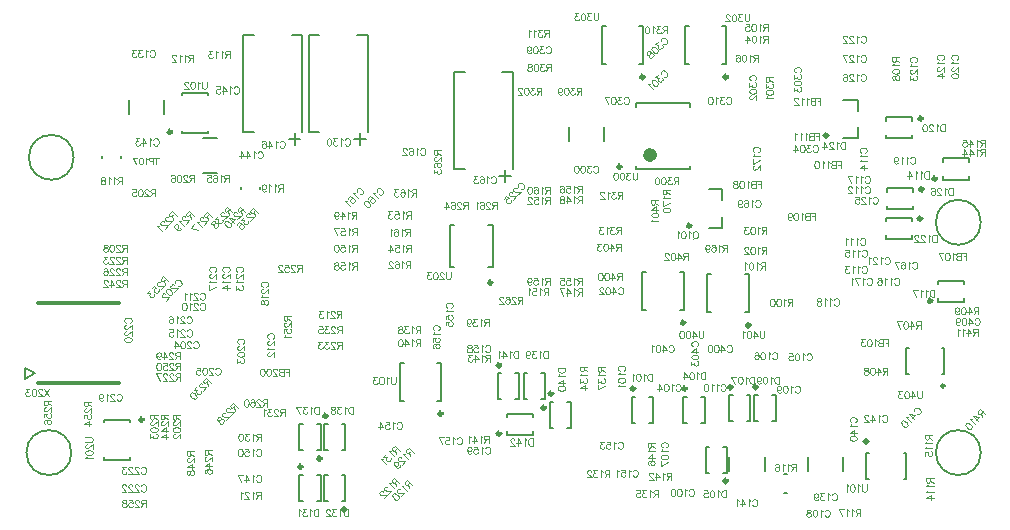
<source format=gbo>
G04*
G04 #@! TF.GenerationSoftware,Altium Limited,Altium Designer,22.6.1 (34)*
G04*
G04 Layer_Color=32896*
%FSLAX44Y44*%
%MOMM*%
G71*
G04*
G04 #@! TF.SameCoordinates,0BC7250A-E466-409B-9AFC-A4DADF5EADDD*
G04*
G04*
G04 #@! TF.FilePolarity,Positive*
G04*
G01*
G75*
%ADD10C,0.3000*%
%ADD11C,0.6000*%
%ADD12C,0.2500*%
%ADD13C,0.2000*%
%ADD15C,0.1200*%
%ADD16C,0.1100*%
%ADD103C,0.3200*%
D10*
X400247Y204000D02*
G03*
X400247Y204000I-1500J0D01*
G01*
X618500Y168000D02*
G03*
X618500Y168000I-1500J0D01*
G01*
X105000Y87992D02*
G03*
X105000Y87992I-1500J0D01*
G01*
X129002Y331500D02*
G03*
X129002Y331500I-1500J0D01*
G01*
X568500Y252000D02*
G03*
X568500Y252000I-1500J0D01*
G01*
X684500Y328500D02*
G03*
X684500Y328500I-1500J0D01*
G01*
X521003Y114250D02*
G03*
X521003Y114250I-1500J0D01*
G01*
X599500Y36000D02*
G03*
X599500Y36000I-1500J0D01*
G01*
X564755Y114250D02*
G03*
X564755Y114250I-1500J0D01*
G01*
X603500Y115500D02*
G03*
X603500Y115500I-1500J0D01*
G01*
X624750D02*
G03*
X624750Y115500I-1500J0D01*
G01*
X776500Y292000D02*
G03*
X776500Y292000I-1500J0D01*
G01*
X772500Y188497D02*
G03*
X772500Y188497I-1500J0D01*
G01*
X764000Y258000D02*
G03*
X764000Y258000I-1500J0D01*
G01*
X764500Y342998D02*
G03*
X764500Y342998I-1500J0D01*
G01*
X765250Y283000D02*
G03*
X765250Y283000I-1500J0D01*
G01*
X239500Y48000D02*
G03*
X239500Y48000I-1500J0D01*
G01*
X276500Y12000D02*
G03*
X276500Y12000I-1500J0D01*
G01*
X255500Y55000D02*
G03*
X255500Y55000I-1500J0D01*
G01*
X260500Y91000D02*
G03*
X260500Y91000I-1500J0D01*
G01*
X445500Y98000D02*
G03*
X445500Y98000I-1500J0D01*
G01*
X451500Y110000D02*
G03*
X451500Y110000I-1500J0D01*
G01*
X407500Y134000D02*
G03*
X407500Y134000I-1500J0D01*
G01*
X407508Y76000D02*
G03*
X407508Y76000I-1500J0D01*
G01*
X358003Y92997D02*
G03*
X358003Y92997I-1500J0D01*
G01*
X509500Y302000D02*
G03*
X509500Y302000I-1500J0D01*
G01*
X599500Y378003D02*
G03*
X599500Y378003I-1500J0D01*
G01*
X529005Y378000D02*
G03*
X529005Y378000I-1500J0D01*
G01*
X563500Y170000D02*
G03*
X563500Y170000I-1500J0D01*
G01*
X718500Y69500D02*
G03*
X718500Y69500I-1500J0D01*
G01*
D11*
X537000Y312000D02*
G03*
X537000Y312000I-3000J0D01*
G01*
D12*
X783250Y116500D02*
G03*
X783250Y116500I-1250J0D01*
G01*
D13*
X45999Y310000D02*
G03*
X45999Y310000I-19000J0D01*
G01*
X814000Y60000D02*
G03*
X814000Y60000I-19000J0D01*
G01*
X814000Y255000D02*
G03*
X814000Y255000I-19000J0D01*
G01*
X43999Y60000D02*
G03*
X43999Y60000I-19000J0D01*
G01*
X364747Y217000D02*
Y253000D01*
Y217000D02*
X368247D01*
X364747Y253000D02*
X368247D01*
X396747D02*
X400747D01*
Y217000D02*
Y253000D01*
X396747Y217000D02*
X400747D01*
X614000Y179000D02*
X617500D01*
Y211000D01*
X614000D02*
X617500D01*
X582500D02*
X586000D01*
X582500Y179000D02*
Y211000D01*
Y179000D02*
X586000D01*
X751000Y126500D02*
Y148500D01*
X783000Y126500D02*
Y148500D01*
X781000D02*
X783000D01*
X781000Y126500D02*
X783000D01*
X751000D02*
X753000D01*
X751000Y148500D02*
X753000D01*
X71501Y85992D02*
Y87992D01*
X93500D01*
Y85992D02*
Y87992D01*
X93500Y53992D02*
X93500Y55992D01*
X71501Y53992D02*
X93500Y53992D01*
X71501Y53992D02*
Y55992D01*
X159502Y362500D02*
Y364500D01*
X137502Y362500D02*
Y364500D01*
Y330500D02*
Y332500D01*
X159502Y330500D02*
Y332500D01*
X137502Y364500D02*
X159502D01*
X137502Y330500D02*
X159502D01*
X584000Y250500D02*
X595000D01*
Y259750D01*
X584000Y283500D02*
X595000D01*
Y274250D02*
Y283500D01*
X710000Y349500D02*
Y358500D01*
X697000D02*
X710000D01*
Y326500D02*
Y335500D01*
X697000Y326500D02*
X710000D01*
X5000Y132000D02*
X13500Y127000D01*
X5000Y122000D02*
X13500Y127000D01*
X5000Y122000D02*
Y132000D01*
X204000Y283000D02*
Y285000D01*
X188000Y283000D02*
Y285000D01*
X418000Y300000D02*
Y381000D01*
X368000Y382000D02*
X377000D01*
X368000Y381000D02*
Y382000D01*
Y300000D02*
X377000D01*
X368000D02*
Y381000D01*
X409000Y382000D02*
X418000D01*
Y381000D02*
Y382000D01*
X495000Y324000D02*
Y336000D01*
X465000Y324000D02*
Y336000D01*
X295000Y331500D02*
Y412500D01*
X245000Y413500D02*
X254000D01*
X245000Y412500D02*
Y413500D01*
Y331500D02*
X254000D01*
X245000D02*
Y412500D01*
X286000Y413500D02*
X295000D01*
Y412500D02*
Y413500D01*
X667502Y44500D02*
Y56500D01*
X697502Y44500D02*
Y56500D01*
X239508Y331500D02*
Y412500D01*
X189508Y413500D02*
X198507D01*
X189508Y412500D02*
Y413500D01*
Y331500D02*
X198507D01*
X189508D02*
Y412500D01*
X230508Y413500D02*
X239508D01*
Y412500D02*
Y413500D01*
X536503Y91250D02*
Y101250D01*
X518503Y91250D02*
Y101250D01*
Y87750D02*
Y91250D01*
Y101250D02*
Y107250D01*
X521503D01*
X518503Y85250D02*
Y87750D01*
Y85250D02*
X521503D01*
X536503D02*
Y91250D01*
X533503Y85250D02*
X536503D01*
Y101250D02*
Y107250D01*
X533503D02*
X536503D01*
X581000Y43000D02*
X584000D01*
X581000D02*
Y49000D01*
Y65000D02*
X584000D01*
X581000Y59000D02*
Y65000D01*
X596000D02*
X599000D01*
Y62500D02*
Y65000D01*
X596000Y43000D02*
X599000D01*
Y49000D01*
Y59000D02*
Y62500D01*
Y49000D02*
Y59000D01*
X581000Y49000D02*
Y59000D01*
X577255Y107250D02*
X580255D01*
Y101250D02*
Y107250D01*
X577255Y85250D02*
X580255D01*
Y91250D01*
X562255Y85250D02*
X565255D01*
X562255D02*
Y87750D01*
Y107250D02*
X565255D01*
X562255Y101250D02*
Y107250D01*
Y87750D02*
Y91250D01*
Y101250D01*
X580255Y91250D02*
Y101250D01*
X616000Y108500D02*
X619000D01*
Y102500D02*
Y108500D01*
X616000Y86500D02*
X619000D01*
Y92500D01*
X601000Y86500D02*
X604000D01*
X601000D02*
Y89000D01*
Y108500D02*
X604000D01*
X601000Y102500D02*
Y108500D01*
Y89000D02*
Y92500D01*
Y102500D01*
X619000Y92500D02*
Y102500D01*
X637250Y108500D02*
X640250D01*
Y102500D02*
Y108500D01*
X637250Y86500D02*
X640250D01*
Y92500D01*
X622250Y86500D02*
X625250D01*
X622250D02*
Y89000D01*
Y108500D02*
X625250D01*
X622250Y102500D02*
Y108500D01*
Y89000D02*
Y92500D01*
Y102500D01*
X640250Y92500D02*
Y102500D01*
X782000Y306000D02*
Y309000D01*
X788000D01*
X804000Y306000D02*
Y309000D01*
X798000D02*
X804000D01*
Y291000D02*
Y294000D01*
X801500Y291000D02*
X804000D01*
X782000D02*
Y294000D01*
Y291000D02*
X788000D01*
X798000D02*
X801500D01*
X788000D02*
X798000D01*
X788000Y309000D02*
X798000D01*
X778000Y202497D02*
Y205497D01*
X784000D01*
X800000Y202497D02*
Y205497D01*
X794000D02*
X800000D01*
Y187497D02*
Y190497D01*
X797500Y187497D02*
X800000D01*
X778000D02*
Y190497D01*
Y187497D02*
X784000D01*
X794000D02*
X797500D01*
X784000D02*
X794000D01*
X784000Y205497D02*
X794000D01*
X755500Y241000D02*
Y244000D01*
X749500Y241000D02*
X755500D01*
X733500D02*
Y244000D01*
Y241000D02*
X739500D01*
X733500Y256000D02*
Y259000D01*
X736000D01*
X755500Y256000D02*
Y259000D01*
X749500D02*
X755500D01*
X736000D02*
X739500D01*
X749500D01*
X739500Y241000D02*
X749500D01*
X756000Y325998D02*
Y328997D01*
X750000Y325998D02*
X756000D01*
X734000D02*
Y328997D01*
Y325998D02*
X740000D01*
X734000Y340998D02*
Y343997D01*
X736500D01*
X756000Y340998D02*
Y343997D01*
X750000D02*
X756000D01*
X736500D02*
X740000D01*
X750000D01*
X740000Y325998D02*
X750000D01*
X756750Y266000D02*
Y269000D01*
X750750Y266000D02*
X756750D01*
X734750D02*
Y269000D01*
Y266000D02*
X740750D01*
X734750Y281000D02*
Y284000D01*
X737250D01*
X756750Y281000D02*
Y284000D01*
X750750D02*
X756750D01*
X737250D02*
X740750D01*
X750750D01*
X740750Y266000D02*
X750750D01*
X255000Y25000D02*
Y35000D01*
X237000Y25000D02*
Y35000D01*
Y21500D02*
Y25000D01*
Y35000D02*
Y41000D01*
X240000D01*
X237000Y19000D02*
Y21500D01*
Y19000D02*
X240000D01*
X255000D02*
Y25000D01*
X252000Y19000D02*
X255000D01*
Y35000D02*
Y41000D01*
X252000D02*
X255000D01*
X258000Y25000D02*
Y35000D01*
X276000Y25000D02*
Y35000D01*
Y38500D01*
Y19000D02*
Y25000D01*
X273000Y19000D02*
X276000D01*
Y38500D02*
Y41000D01*
X273000D02*
X276000D01*
X258000Y35000D02*
Y41000D01*
X261000D01*
X258000Y19000D02*
Y25000D01*
Y19000D02*
X261000D01*
X237000Y68000D02*
Y78000D01*
X255000Y68000D02*
Y78000D01*
Y81500D01*
Y62000D02*
Y68000D01*
X252000Y62000D02*
X255000D01*
Y81500D02*
Y84000D01*
X252000D02*
X255000D01*
X237000Y78000D02*
Y84000D01*
X240000D01*
X237000Y62000D02*
Y68000D01*
Y62000D02*
X240000D01*
X276000Y68000D02*
Y78000D01*
X258000Y68000D02*
Y78000D01*
Y64500D02*
Y68000D01*
Y78000D02*
Y84000D01*
X261000D01*
X258000Y62000D02*
Y64500D01*
Y62000D02*
X261000D01*
X276000D02*
Y68000D01*
X273000Y62000D02*
X276000D01*
Y78000D02*
Y84000D01*
X273000D02*
X276000D01*
X427000Y105000D02*
X430000D01*
X427000D02*
Y111000D01*
Y127000D02*
X430000D01*
X427000Y121000D02*
Y127000D01*
X442000D02*
X445000D01*
Y124500D02*
Y127000D01*
X442000Y105000D02*
X445000D01*
Y111000D01*
Y121000D02*
Y124500D01*
Y111000D02*
Y121000D01*
X427000Y111000D02*
Y121000D01*
X467000Y87000D02*
Y97000D01*
X449000Y87000D02*
Y97000D01*
Y83500D02*
Y87000D01*
Y97000D02*
Y103000D01*
X452000D01*
X449000Y81000D02*
Y83500D01*
Y81000D02*
X452000D01*
X467000D02*
Y87000D01*
X464000Y81000D02*
X467000D01*
Y97000D02*
Y103000D01*
X464000D02*
X467000D01*
X423000Y111000D02*
Y121000D01*
X405000Y111000D02*
Y121000D01*
Y107500D02*
Y111000D01*
Y121000D02*
Y127000D01*
X408000D01*
X405000Y105000D02*
Y107500D01*
Y105000D02*
X408000D01*
X423000D02*
Y111000D01*
X420000Y105000D02*
X423000D01*
Y121000D02*
Y127000D01*
X420000D02*
X423000D01*
X413008Y90000D02*
Y93000D01*
X419008D01*
X435008Y90000D02*
Y93000D01*
X429008D02*
X435008D01*
Y75000D02*
Y78000D01*
X432508Y75000D02*
X435008D01*
X413008D02*
Y78000D01*
Y75000D02*
X419008D01*
X429008D02*
X432508D01*
X419008D02*
X429008D01*
X419008Y93000D02*
X429008D01*
X647750Y25750D02*
X649750D01*
X647750Y41750D02*
X649750D01*
X70000Y309000D02*
Y311000D01*
X86000Y309000D02*
Y311000D01*
X322003Y103997D02*
X325503D01*
X322003D02*
Y135997D01*
X325503D01*
X353503D02*
X357002D01*
Y103997D02*
Y135997D01*
X353503Y103997D02*
X357002D01*
X522000Y300000D02*
X568000D01*
X522000Y356000D02*
X568000D01*
Y353000D02*
Y356000D01*
X522000Y353000D02*
Y356000D01*
X568000Y300000D02*
Y303000D01*
X522000Y300000D02*
Y303000D01*
X563500Y389003D02*
X567000D01*
X563500D02*
Y421003D01*
X567000D01*
X595000D02*
X598500D01*
Y389003D02*
Y421003D01*
X595000Y389003D02*
X598500D01*
X524505Y389000D02*
X528005D01*
Y421000D01*
X524505D02*
X528005D01*
X493005D02*
X496505D01*
X493005Y389000D02*
Y421000D01*
Y389000D02*
X496505D01*
X527500Y181000D02*
X531000D01*
X527500D02*
Y213000D01*
X531000D01*
X559000D02*
X562500D01*
Y181000D02*
Y213000D01*
X559000Y181000D02*
X562500D01*
X717000Y37500D02*
Y59500D01*
Y37500D02*
X719000D01*
X751000D02*
Y59500D01*
X749000Y37500D02*
X751000D01*
X717000Y58500D02*
Y59500D01*
X719000D01*
X749000D02*
X751000D01*
X630997Y44497D02*
Y56498D01*
X600997Y44497D02*
Y56498D01*
X92500Y346500D02*
Y358500D01*
X122500Y346500D02*
Y358500D01*
X155505Y296497D02*
X167505D01*
X155505Y326497D02*
X167505D01*
X411498Y289000D02*
Y298997D01*
X416496Y293998D02*
X406499D01*
X288498Y320500D02*
Y330497D01*
X293496Y325498D02*
X283499D01*
X233005Y320500D02*
Y330497D01*
X238003Y325498D02*
X228007D01*
D15*
X365232Y212689D02*
Y208405D01*
X364946Y207548D01*
X364375Y206976D01*
X363518Y206691D01*
X362947D01*
X362090Y206976D01*
X361518Y207548D01*
X361233Y208405D01*
Y212689D01*
X359290Y211261D02*
Y211547D01*
X359005Y212118D01*
X358719Y212404D01*
X358148Y212689D01*
X357005D01*
X356434Y212404D01*
X356148Y212118D01*
X355862Y211547D01*
Y210975D01*
X356148Y210404D01*
X356719Y209547D01*
X359576Y206691D01*
X355577D01*
X352520Y212689D02*
X353377Y212404D01*
X353948Y211547D01*
X354234Y210119D01*
Y209261D01*
X353948Y207833D01*
X353377Y206976D01*
X352520Y206691D01*
X351949D01*
X351092Y206976D01*
X350521Y207833D01*
X350235Y209261D01*
Y210119D01*
X350521Y211547D01*
X351092Y212404D01*
X351949Y212689D01*
X352520D01*
X348321D02*
X345179D01*
X346893Y210404D01*
X346036D01*
X345465Y210119D01*
X345179Y209833D01*
X344893Y208976D01*
Y208405D01*
X345179Y207548D01*
X345750Y206976D01*
X346607Y206691D01*
X347464D01*
X348321Y206976D01*
X348607Y207262D01*
X348892Y207833D01*
X630884Y162999D02*
Y158715D01*
X630598Y157858D01*
X630027Y157286D01*
X629170Y157001D01*
X628599D01*
X627742Y157286D01*
X627170Y157858D01*
X626885Y158715D01*
Y162999D01*
X622371D02*
X625228Y159000D01*
X620943D01*
X622371Y162999D02*
Y157001D01*
X618172Y162999D02*
X619029Y162714D01*
X619600Y161857D01*
X619886Y160429D01*
Y159572D01*
X619600Y158143D01*
X619029Y157286D01*
X618172Y157001D01*
X617601D01*
X616744Y157286D01*
X616173Y158143D01*
X615887Y159572D01*
Y160429D01*
X616173Y161857D01*
X616744Y162714D01*
X617601Y162999D01*
X618172D01*
X614544Y161857D02*
X613973Y162142D01*
X613116Y162999D01*
Y157001D01*
X764169Y111999D02*
Y107715D01*
X763884Y106858D01*
X763312Y106286D01*
X762455Y106001D01*
X761884D01*
X761027Y106286D01*
X760456Y106858D01*
X760170Y107715D01*
Y111999D01*
X755657D02*
X758513Y108000D01*
X754229D01*
X755657Y111999D02*
Y106001D01*
X751458Y111999D02*
X752315Y111714D01*
X752886Y110857D01*
X753172Y109429D01*
Y108572D01*
X752886Y107143D01*
X752315Y106286D01*
X751458Y106001D01*
X750886D01*
X750029Y106286D01*
X749458Y107143D01*
X749173Y108572D01*
Y109429D01*
X749458Y110857D01*
X750029Y111714D01*
X750886Y111999D01*
X751458D01*
X747259D02*
X744116D01*
X745830Y109714D01*
X744973D01*
X744402Y109429D01*
X744116Y109143D01*
X743831Y108286D01*
Y107715D01*
X744116Y106858D01*
X744688Y106286D01*
X745545Y106001D01*
X746402D01*
X747259Y106286D01*
X747544Y106572D01*
X747830Y107143D01*
X56001Y72884D02*
X60285D01*
X61142Y72598D01*
X61714Y72027D01*
X61999Y71170D01*
Y70599D01*
X61714Y69742D01*
X61142Y69170D01*
X60285Y68885D01*
X56001D01*
X57429Y66942D02*
X57143D01*
X56572Y66657D01*
X56286Y66371D01*
X56001Y65800D01*
Y64657D01*
X56286Y64086D01*
X56572Y63800D01*
X57143Y63514D01*
X57715D01*
X58286Y63800D01*
X59143Y64371D01*
X61999Y67228D01*
Y63229D01*
X56001Y60172D02*
X56286Y61029D01*
X57143Y61600D01*
X58572Y61886D01*
X59429D01*
X60857Y61600D01*
X61714Y61029D01*
X61999Y60172D01*
Y59601D01*
X61714Y58744D01*
X60857Y58173D01*
X59429Y57887D01*
X58572D01*
X57143Y58173D01*
X56286Y58744D01*
X56001Y59601D01*
Y60172D01*
X57143Y56544D02*
X56858Y55973D01*
X56001Y55116D01*
X61999D01*
X158698Y373999D02*
Y369715D01*
X158412Y368858D01*
X157841Y368286D01*
X156984Y368001D01*
X156413D01*
X155556Y368286D01*
X154984Y368858D01*
X154699Y369715D01*
Y373999D01*
X153042Y372857D02*
X152471Y373142D01*
X151614Y373999D01*
Y368001D01*
X146929Y373999D02*
X147786Y373714D01*
X148357Y372857D01*
X148643Y371428D01*
Y370572D01*
X148357Y369143D01*
X147786Y368286D01*
X146929Y368001D01*
X146358D01*
X145501Y368286D01*
X144930Y369143D01*
X144644Y370572D01*
Y371428D01*
X144930Y372857D01*
X145501Y373714D01*
X146358Y373999D01*
X146929D01*
X143016Y372571D02*
Y372857D01*
X142730Y373428D01*
X142444Y373714D01*
X141873Y373999D01*
X140730D01*
X140159Y373714D01*
X139873Y373428D01*
X139588Y372857D01*
Y372285D01*
X139873Y371714D01*
X140445Y370857D01*
X143301Y368001D01*
X139302D01*
X572856Y247285D02*
X573427Y246999D01*
X573998Y246428D01*
X574284Y245857D01*
X574570Y245000D01*
Y243571D01*
X574284Y242715D01*
X573998Y242143D01*
X573427Y241572D01*
X572856Y241286D01*
X571713D01*
X571142Y241572D01*
X570570Y242143D01*
X570285Y242715D01*
X569999Y243571D01*
Y245000D01*
X570285Y245857D01*
X570570Y246428D01*
X571142Y246999D01*
X571713Y247285D01*
X572856D01*
X571999Y242429D02*
X570285Y240715D01*
X568599Y246142D02*
X568028Y246428D01*
X567171Y247285D01*
Y241286D01*
X562486Y247285D02*
X563344Y246999D01*
X563915Y246142D01*
X564200Y244714D01*
Y243857D01*
X563915Y242429D01*
X563344Y241572D01*
X562486Y241286D01*
X561915D01*
X561058Y241572D01*
X560487Y242429D01*
X560201Y243857D01*
Y244714D01*
X560487Y246142D01*
X561058Y246999D01*
X561915Y247285D01*
X562486D01*
X558859Y246142D02*
X558287Y246428D01*
X557430Y247285D01*
Y241286D01*
X699184Y322999D02*
Y317001D01*
Y322999D02*
X697184D01*
X696327Y322714D01*
X695756Y322142D01*
X695470Y321571D01*
X695184Y320714D01*
Y319286D01*
X695470Y318429D01*
X695756Y317858D01*
X696327Y317286D01*
X697184Y317001D01*
X699184D01*
X693842Y321857D02*
X693271Y322142D01*
X692414Y322999D01*
Y317001D01*
X689157Y321571D02*
Y321857D01*
X688872Y322428D01*
X688586Y322714D01*
X688015Y322999D01*
X686872D01*
X686301Y322714D01*
X686015Y322428D01*
X685729Y321857D01*
Y321285D01*
X686015Y320714D01*
X686586Y319857D01*
X689443Y317001D01*
X685444D01*
X681245Y322999D02*
X684101Y319000D01*
X679816D01*
X681245Y322999D02*
Y317001D01*
X25012Y113999D02*
X21013Y108001D01*
Y113999D02*
X25012Y108001D01*
X19385Y112571D02*
Y112857D01*
X19099Y113428D01*
X18813Y113714D01*
X18242Y113999D01*
X17099D01*
X16528Y113714D01*
X16243Y113428D01*
X15957Y112857D01*
Y112285D01*
X16243Y111714D01*
X16814Y110857D01*
X19670Y108001D01*
X15671D01*
X12615Y113999D02*
X13472Y113714D01*
X14043Y112857D01*
X14329Y111428D01*
Y110571D01*
X14043Y109143D01*
X13472Y108286D01*
X12615Y108001D01*
X12043D01*
X11186Y108286D01*
X10615Y109143D01*
X10330Y110571D01*
Y111428D01*
X10615Y112857D01*
X11186Y113714D01*
X12043Y113999D01*
X12615D01*
X8416D02*
X5274D01*
X6987Y111714D01*
X6130D01*
X5559Y111428D01*
X5274Y111143D01*
X4988Y110286D01*
Y109715D01*
X5274Y108858D01*
X5845Y108286D01*
X6702Y108001D01*
X7559D01*
X8416Y108286D01*
X8701Y108572D01*
X8987Y109143D01*
X222927Y286999D02*
Y281001D01*
Y286999D02*
X220356D01*
X219499Y286714D01*
X219213Y286428D01*
X218927Y285857D01*
Y285285D01*
X219213Y284714D01*
X219499Y284429D01*
X220356Y284143D01*
X222927D01*
X220927D02*
X218927Y281001D01*
X217585Y285857D02*
X217014Y286142D01*
X216157Y286999D01*
Y281001D01*
X213186Y285857D02*
X212615Y286142D01*
X211758Y286999D01*
Y281001D01*
X205073Y285000D02*
X205359Y284143D01*
X205930Y283571D01*
X206787Y283286D01*
X207073D01*
X207930Y283571D01*
X208501Y284143D01*
X208787Y285000D01*
Y285285D01*
X208501Y286142D01*
X207930Y286714D01*
X207073Y286999D01*
X206787D01*
X205930Y286714D01*
X205359Y286142D01*
X205073Y285000D01*
Y283571D01*
X205359Y282143D01*
X205930Y281286D01*
X206787Y281001D01*
X207359D01*
X208216Y281286D01*
X208501Y281858D01*
X339541Y155999D02*
Y150001D01*
Y155999D02*
X336970D01*
X336113Y155714D01*
X335827Y155428D01*
X335542Y154857D01*
Y154285D01*
X335827Y153714D01*
X336113Y153428D01*
X336970Y153143D01*
X339541D01*
X337541D02*
X335542Y150001D01*
X334199Y154857D02*
X333628Y155142D01*
X332771Y155999D01*
Y150001D01*
X326944Y155999D02*
X329800Y152000D01*
X325515D01*
X326944Y155999D02*
Y150001D01*
X322744Y155999D02*
X323601Y155714D01*
X324173Y154857D01*
X324458Y153428D01*
Y152571D01*
X324173Y151143D01*
X323601Y150286D01*
X322744Y150001D01*
X322173D01*
X321316Y150286D01*
X320745Y151143D01*
X320459Y152571D01*
Y153428D01*
X320745Y154857D01*
X321316Y155714D01*
X322173Y155999D01*
X322744D01*
X136012Y135999D02*
Y130001D01*
Y135999D02*
X133441D01*
X132584Y135714D01*
X132299Y135428D01*
X132013Y134857D01*
Y134285D01*
X132299Y133714D01*
X132584Y133428D01*
X133441Y133143D01*
X136012D01*
X134012D02*
X132013Y130001D01*
X130385Y134571D02*
Y134857D01*
X130099Y135428D01*
X129813Y135714D01*
X129242Y135999D01*
X128099D01*
X127528Y135714D01*
X127243Y135428D01*
X126957Y134857D01*
Y134285D01*
X127243Y133714D01*
X127814Y132857D01*
X130670Y130001D01*
X126671D01*
X121901Y135999D02*
X124757D01*
X125043Y133428D01*
X124757Y133714D01*
X123900Y134000D01*
X123043D01*
X122186Y133714D01*
X121615Y133143D01*
X121330Y132286D01*
Y131715D01*
X121615Y130858D01*
X122186Y130286D01*
X123043Y130001D01*
X123900D01*
X124757Y130286D01*
X125043Y130572D01*
X125329Y131143D01*
X118273Y135999D02*
X119130Y135714D01*
X119701Y134857D01*
X119987Y133428D01*
Y132571D01*
X119701Y131143D01*
X119130Y130286D01*
X118273Y130001D01*
X117702D01*
X116845Y130286D01*
X116273Y131143D01*
X115988Y132571D01*
Y133428D01*
X116273Y134857D01*
X116845Y135714D01*
X117702Y135999D01*
X118273D01*
X228212Y130999D02*
Y125001D01*
Y130999D02*
X224498D01*
X228212Y128143D02*
X225926D01*
X223813Y130999D02*
Y125001D01*
Y130999D02*
X221242D01*
X220385Y130714D01*
X220099Y130428D01*
X219813Y129857D01*
Y129285D01*
X220099Y128714D01*
X220385Y128428D01*
X221242Y128143D01*
X223813D02*
X221242D01*
X220385Y127857D01*
X220099Y127571D01*
X219813Y127000D01*
Y126143D01*
X220099Y125572D01*
X220385Y125286D01*
X221242Y125001D01*
X223813D01*
X218185Y129571D02*
Y129857D01*
X217900Y130428D01*
X217614Y130714D01*
X217043Y130999D01*
X215900D01*
X215329Y130714D01*
X215043Y130428D01*
X214757Y129857D01*
Y129285D01*
X215043Y128714D01*
X215614Y127857D01*
X218471Y125001D01*
X214472D01*
X211415Y130999D02*
X212272Y130714D01*
X212843Y129857D01*
X213129Y128428D01*
Y127571D01*
X212843Y126143D01*
X212272Y125286D01*
X211415Y125001D01*
X210844D01*
X209987Y125286D01*
X209416Y126143D01*
X209130Y127571D01*
Y128428D01*
X209416Y129857D01*
X209987Y130714D01*
X210844Y130999D01*
X211415D01*
X206074D02*
X206931Y130714D01*
X207502Y129857D01*
X207787Y128428D01*
Y127571D01*
X207502Y126143D01*
X206931Y125286D01*
X206074Y125001D01*
X205502D01*
X204645Y125286D01*
X204074Y126143D01*
X203788Y127571D01*
Y128428D01*
X204074Y129857D01*
X204645Y130714D01*
X205502Y130999D01*
X206074D01*
X678269Y360499D02*
Y354501D01*
Y360499D02*
X674556D01*
X678269Y357643D02*
X675984D01*
X673870Y360499D02*
Y354501D01*
Y360499D02*
X671299D01*
X670442Y360214D01*
X670156Y359928D01*
X669871Y359357D01*
Y358785D01*
X670156Y358214D01*
X670442Y357929D01*
X671299Y357643D01*
X673870D02*
X671299D01*
X670442Y357357D01*
X670156Y357071D01*
X669871Y356500D01*
Y355643D01*
X670156Y355072D01*
X670442Y354786D01*
X671299Y354501D01*
X673870D01*
X668528Y359357D02*
X667957Y359642D01*
X667100Y360499D01*
Y354501D01*
X664129Y359357D02*
X663558Y359642D01*
X662701Y360499D01*
Y354501D01*
X659445Y359071D02*
Y359357D01*
X659159Y359928D01*
X658873Y360214D01*
X658302Y360499D01*
X657159D01*
X656588Y360214D01*
X656302Y359928D01*
X656017Y359357D01*
Y358785D01*
X656302Y358214D01*
X656874Y357357D01*
X659730Y354501D01*
X655731D01*
X399413Y292571D02*
X399699Y293142D01*
X400270Y293714D01*
X400841Y293999D01*
X401984D01*
X402555Y293714D01*
X403127Y293142D01*
X403412Y292571D01*
X403698Y291714D01*
Y290286D01*
X403412Y289429D01*
X403127Y288858D01*
X402555Y288286D01*
X401984Y288001D01*
X400841D01*
X400270Y288286D01*
X399699Y288858D01*
X399413Y289429D01*
X397728Y292857D02*
X397156Y293142D01*
X396300Y293999D01*
Y288001D01*
X389901Y293142D02*
X390187Y293714D01*
X391044Y293999D01*
X391615D01*
X392472Y293714D01*
X393043Y292857D01*
X393329Y291429D01*
Y290000D01*
X393043Y288858D01*
X392472Y288286D01*
X391615Y288001D01*
X391329D01*
X390472Y288286D01*
X389901Y288858D01*
X389615Y289715D01*
Y290000D01*
X389901Y290857D01*
X390472Y291429D01*
X391329Y291714D01*
X391615D01*
X392472Y291429D01*
X393043Y290857D01*
X393329Y290000D01*
X387730Y293999D02*
X384588D01*
X386302Y291714D01*
X385445D01*
X384873Y291429D01*
X384588Y291143D01*
X384302Y290286D01*
Y289715D01*
X384588Y288858D01*
X385159Y288286D01*
X386016Y288001D01*
X386873D01*
X387730Y288286D01*
X388016Y288572D01*
X388301Y289143D01*
X486041Y301571D02*
X486327Y302142D01*
X486898Y302714D01*
X487470Y302999D01*
X488612D01*
X489184Y302714D01*
X489755Y302142D01*
X490041Y301571D01*
X490326Y300714D01*
Y299286D01*
X490041Y298429D01*
X489755Y297858D01*
X489184Y297286D01*
X488612Y297001D01*
X487470D01*
X486898Y297286D01*
X486327Y297858D01*
X486041Y298429D01*
X483785Y302999D02*
X480643D01*
X482357Y300714D01*
X481500D01*
X480928Y300429D01*
X480643Y300143D01*
X480357Y299286D01*
Y298715D01*
X480643Y297858D01*
X481214Y297286D01*
X482071Y297001D01*
X482928D01*
X483785Y297286D01*
X484071Y297572D01*
X484356Y298143D01*
X477301Y302999D02*
X478158Y302714D01*
X478729Y301857D01*
X479015Y300429D01*
Y299571D01*
X478729Y298143D01*
X478158Y297286D01*
X477301Y297001D01*
X476729D01*
X475872Y297286D01*
X475301Y298143D01*
X475015Y299571D01*
Y300429D01*
X475301Y301857D01*
X475872Y302714D01*
X476729Y302999D01*
X477301D01*
X471959D02*
X472816Y302714D01*
X473387Y301857D01*
X473673Y300429D01*
Y299571D01*
X473387Y298143D01*
X472816Y297286D01*
X471959Y297001D01*
X471388D01*
X470531Y297286D01*
X469959Y298143D01*
X469674Y299571D01*
Y300429D01*
X469959Y301857D01*
X470531Y302714D01*
X471388Y302999D01*
X471959D01*
X757828Y95050D02*
X757626Y95656D01*
Y96464D01*
X757828Y97070D01*
X758636Y97878D01*
X759242Y98080D01*
X760050Y98080D01*
X760656Y97878D01*
X761463Y97473D01*
X762474Y96464D01*
X762877Y95656D01*
X763079Y95050D01*
Y94242D01*
X762877Y93636D01*
X762069Y92828D01*
X761463Y92626D01*
X760656D01*
X760050Y92828D01*
X753606Y92848D02*
X758454Y92040D01*
X755424Y89010D01*
X753606Y92848D02*
X757848Y88606D01*
X752657Y90283D02*
X752051Y90081D01*
X750839D01*
X755081Y85839D01*
X747526Y86768D02*
X748334Y87172D01*
X749344Y86970D01*
X750556Y86162D01*
X751162Y85556D01*
X751970Y84344D01*
X752172Y83335D01*
X751768Y82527D01*
X751364Y82122D01*
X750556Y81719D01*
X749546Y81920D01*
X748334Y82729D01*
X747728Y83335D01*
X746920Y84546D01*
X746719Y85556D01*
X747122Y86364D01*
X747526Y86768D01*
X162179Y213070D02*
X161607Y213356D01*
X161036Y213927D01*
X160751Y214499D01*
Y215641D01*
X161036Y216212D01*
X161607Y216784D01*
X162179Y217069D01*
X163036Y217355D01*
X164464D01*
X165321Y217069D01*
X165892Y216784D01*
X166464Y216212D01*
X166749Y215641D01*
Y214499D01*
X166464Y213927D01*
X165892Y213356D01*
X165321Y213070D01*
X162179Y211099D02*
X161893D01*
X161322Y210814D01*
X161036Y210528D01*
X160751Y209957D01*
Y208814D01*
X161036Y208243D01*
X161322Y207957D01*
X161893Y207671D01*
X162465D01*
X163036Y207957D01*
X163893Y208528D01*
X166749Y211385D01*
Y207386D01*
X161893Y206043D02*
X161607Y205472D01*
X160751Y204615D01*
X166749D01*
X160751Y197645D02*
X166749Y200501D01*
X160751Y201644D02*
Y197645D01*
X566820Y27821D02*
X567106Y28392D01*
X567677Y28964D01*
X568248Y29249D01*
X569391D01*
X569962Y28964D01*
X570534Y28392D01*
X570819Y27821D01*
X571105Y26964D01*
Y25536D01*
X570819Y24679D01*
X570534Y24108D01*
X569962Y23536D01*
X569391Y23251D01*
X568248D01*
X567677Y23536D01*
X567106Y24108D01*
X566820Y24679D01*
X565135Y28107D02*
X564563Y28392D01*
X563707Y29249D01*
Y23251D01*
X559022Y29249D02*
X559879Y28964D01*
X560450Y28107D01*
X560736Y26679D01*
Y25821D01*
X560450Y24393D01*
X559879Y23536D01*
X559022Y23251D01*
X558451D01*
X557594Y23536D01*
X557022Y24393D01*
X556737Y25821D01*
Y26679D01*
X557022Y28107D01*
X557594Y28964D01*
X558451Y29249D01*
X559022D01*
X553680D02*
X554537Y28964D01*
X555108Y28107D01*
X555394Y26679D01*
Y25821D01*
X555108Y24393D01*
X554537Y23536D01*
X553680Y23251D01*
X553109D01*
X552252Y23536D01*
X551681Y24393D01*
X551395Y25821D01*
Y26679D01*
X551681Y28107D01*
X552252Y28964D01*
X553109Y29249D01*
X553680D01*
X508429Y129285D02*
X507858Y129571D01*
X507286Y130142D01*
X507001Y130713D01*
Y131856D01*
X507286Y132427D01*
X507858Y132998D01*
X508429Y133284D01*
X509286Y133570D01*
X510714D01*
X511571Y133284D01*
X512142Y132998D01*
X512714Y132427D01*
X512999Y131856D01*
Y130713D01*
X512714Y130142D01*
X512142Y129571D01*
X511571Y129285D01*
X508143Y127599D02*
X507858Y127028D01*
X507001Y126171D01*
X512999D01*
X507001Y121487D02*
X507286Y122343D01*
X508143Y122915D01*
X509571Y123200D01*
X510429D01*
X511857Y122915D01*
X512714Y122343D01*
X512999Y121487D01*
Y120915D01*
X512714Y120058D01*
X511857Y119487D01*
X510429Y119201D01*
X509571D01*
X508143Y119487D01*
X507286Y120058D01*
X507001Y120915D01*
Y121487D01*
X508143Y117859D02*
X507858Y117287D01*
X507001Y116430D01*
X512999D01*
X544679Y64320D02*
X544108Y64606D01*
X543536Y65177D01*
X543251Y65749D01*
Y66891D01*
X543536Y67462D01*
X544108Y68034D01*
X544679Y68319D01*
X545536Y68605D01*
X546964D01*
X547821Y68319D01*
X548392Y68034D01*
X548964Y67462D01*
X549249Y66891D01*
Y65749D01*
X548964Y65177D01*
X548392Y64606D01*
X547821Y64320D01*
X544393Y62635D02*
X544108Y62064D01*
X543251Y61207D01*
X549249D01*
X543251Y56522D02*
X543536Y57379D01*
X544393Y57950D01*
X545821Y58236D01*
X546679D01*
X548107Y57950D01*
X548964Y57379D01*
X549249Y56522D01*
Y55951D01*
X548964Y55094D01*
X548107Y54522D01*
X546679Y54237D01*
X545821D01*
X544393Y54522D01*
X543536Y55094D01*
X543251Y55951D01*
Y56522D01*
Y48895D02*
X549249Y51751D01*
X543251Y52894D02*
Y48895D01*
X555713Y116571D02*
X555999Y117142D01*
X556570Y117714D01*
X557141Y117999D01*
X558284D01*
X558855Y117714D01*
X559426Y117142D01*
X559712Y116571D01*
X559998Y115714D01*
Y114286D01*
X559712Y113429D01*
X559426Y112858D01*
X558855Y112286D01*
X558284Y112001D01*
X557141D01*
X556570Y112286D01*
X555999Y112858D01*
X555713Y113429D01*
X554028Y116857D02*
X553456Y117142D01*
X552599Y117999D01*
Y112001D01*
X547915Y117999D02*
X548772Y117714D01*
X549343Y116857D01*
X549629Y115428D01*
Y114572D01*
X549343Y113143D01*
X548772Y112286D01*
X547915Y112001D01*
X547343D01*
X546486Y112286D01*
X545915Y113143D01*
X545630Y114572D01*
Y115428D01*
X545915Y116857D01*
X546486Y117714D01*
X547343Y117999D01*
X547915D01*
X541430D02*
X544287Y114000D01*
X540002D01*
X541430Y117999D02*
Y112001D01*
X593849Y116571D02*
X594134Y117142D01*
X594706Y117714D01*
X595277Y117999D01*
X596420D01*
X596991Y117714D01*
X597562Y117142D01*
X597848Y116571D01*
X598134Y115714D01*
Y114286D01*
X597848Y113429D01*
X597562Y112858D01*
X596991Y112286D01*
X596420Y112001D01*
X595277D01*
X594706Y112286D01*
X594134Y112858D01*
X593849Y113429D01*
X592164Y116857D02*
X591592Y117142D01*
X590735Y117999D01*
Y112001D01*
X587765Y116857D02*
X587193Y117142D01*
X586336Y117999D01*
Y112001D01*
X581651Y117999D02*
X582509Y117714D01*
X583080Y116857D01*
X583365Y115428D01*
Y114572D01*
X583080Y113143D01*
X582509Y112286D01*
X581651Y112001D01*
X581080D01*
X580223Y112286D01*
X579652Y113143D01*
X579366Y114572D01*
Y115428D01*
X579652Y116857D01*
X580223Y117714D01*
X581080Y117999D01*
X581651D01*
X666570Y142571D02*
X666856Y143142D01*
X667427Y143714D01*
X667999Y143999D01*
X669141D01*
X669712Y143714D01*
X670284Y143142D01*
X670569Y142571D01*
X670855Y141714D01*
Y140286D01*
X670569Y139429D01*
X670284Y138858D01*
X669712Y138286D01*
X669141Y138001D01*
X667999D01*
X667427Y138286D01*
X666856Y138858D01*
X666570Y139429D01*
X664885Y142857D02*
X664314Y143142D01*
X663457Y143999D01*
Y138001D01*
X658772Y143999D02*
X659629Y143714D01*
X660200Y142857D01*
X660486Y141428D01*
Y140571D01*
X660200Y139143D01*
X659629Y138286D01*
X658772Y138001D01*
X658201D01*
X657344Y138286D01*
X656772Y139143D01*
X656487Y140571D01*
Y141428D01*
X656772Y142857D01*
X657344Y143714D01*
X658201Y143999D01*
X658772D01*
X651716D02*
X654573D01*
X654858Y141428D01*
X654573Y141714D01*
X653716Y142000D01*
X652859D01*
X652002Y141714D01*
X651431Y141143D01*
X651145Y140286D01*
Y139715D01*
X651431Y138858D01*
X652002Y138286D01*
X652859Y138001D01*
X653716D01*
X654573Y138286D01*
X654858Y138572D01*
X655144Y139143D01*
X637427Y143571D02*
X637713Y144142D01*
X638284Y144714D01*
X638856Y144999D01*
X639998D01*
X640570Y144714D01*
X641141Y144142D01*
X641426Y143571D01*
X641712Y142714D01*
Y141286D01*
X641426Y140429D01*
X641141Y139858D01*
X640570Y139286D01*
X639998Y139001D01*
X638856D01*
X638284Y139286D01*
X637713Y139858D01*
X637427Y140429D01*
X635742Y143857D02*
X635171Y144142D01*
X634314Y144999D01*
Y139001D01*
X629629Y144999D02*
X630486Y144714D01*
X631057Y143857D01*
X631343Y142429D01*
Y141572D01*
X631057Y140143D01*
X630486Y139286D01*
X629629Y139001D01*
X629058D01*
X628201Y139286D01*
X627630Y140143D01*
X627344Y141572D01*
Y142429D01*
X627630Y143857D01*
X628201Y144714D01*
X629058Y144999D01*
X629629D01*
X622574Y144142D02*
X622859Y144714D01*
X623716Y144999D01*
X624287D01*
X625144Y144714D01*
X625716Y143857D01*
X626001Y142429D01*
Y141000D01*
X625716Y139858D01*
X625144Y139286D01*
X624287Y139001D01*
X624002D01*
X623145Y139286D01*
X622574Y139858D01*
X622288Y140715D01*
Y141000D01*
X622574Y141857D01*
X623145Y142429D01*
X624002Y142714D01*
X624287D01*
X625144Y142429D01*
X625716Y141857D01*
X626001Y141000D01*
X656677Y115321D02*
X656963Y115892D01*
X657534Y116464D01*
X658106Y116749D01*
X659248D01*
X659819Y116464D01*
X660391Y115892D01*
X660676Y115321D01*
X660962Y114464D01*
Y113036D01*
X660676Y112179D01*
X660391Y111608D01*
X659819Y111036D01*
X659248Y110751D01*
X658106D01*
X657534Y111036D01*
X656963Y111608D01*
X656677Y112179D01*
X654992Y115607D02*
X654421Y115892D01*
X653564Y116749D01*
Y110751D01*
X648879Y116749D02*
X649736Y116464D01*
X650307Y115607D01*
X650593Y114178D01*
Y113322D01*
X650307Y111893D01*
X649736Y111036D01*
X648879Y110751D01*
X648308D01*
X647451Y111036D01*
X646880Y111893D01*
X646594Y113322D01*
Y114178D01*
X646880Y115607D01*
X647451Y116464D01*
X648308Y116749D01*
X648879D01*
X641538Y114750D02*
X641823Y113893D01*
X642395Y113322D01*
X643252Y113036D01*
X643537D01*
X644394Y113322D01*
X644966Y113893D01*
X645251Y114750D01*
Y115035D01*
X644966Y115892D01*
X644394Y116464D01*
X643537Y116749D01*
X643252D01*
X642395Y116464D01*
X641823Y115892D01*
X641538Y114750D01*
Y113322D01*
X641823Y111893D01*
X642395Y111036D01*
X643252Y110751D01*
X643823D01*
X644680Y111036D01*
X644966Y111608D01*
X681820Y10321D02*
X682106Y10892D01*
X682677Y11464D01*
X683248Y11749D01*
X684391D01*
X684962Y11464D01*
X685534Y10892D01*
X685819Y10321D01*
X686105Y9464D01*
Y8036D01*
X685819Y7179D01*
X685534Y6608D01*
X684962Y6036D01*
X684391Y5751D01*
X683248D01*
X682677Y6036D01*
X682106Y6608D01*
X681820Y7179D01*
X680135Y10607D02*
X679564Y10892D01*
X678707Y11749D01*
Y5751D01*
X674022Y11749D02*
X674879Y11464D01*
X675450Y10607D01*
X675736Y9179D01*
Y8321D01*
X675450Y6893D01*
X674879Y6036D01*
X674022Y5751D01*
X673451D01*
X672594Y6036D01*
X672022Y6893D01*
X671737Y8321D01*
Y9179D01*
X672022Y10607D01*
X672594Y11464D01*
X673451Y11749D01*
X674022D01*
X668966D02*
X669823Y11464D01*
X670108Y10892D01*
Y10321D01*
X669823Y9750D01*
X669251Y9464D01*
X668109Y9179D01*
X667252Y8893D01*
X666681Y8321D01*
X666395Y7750D01*
Y6893D01*
X666681Y6322D01*
X666966Y6036D01*
X667823Y5751D01*
X668966D01*
X669823Y6036D01*
X670108Y6322D01*
X670394Y6893D01*
Y7750D01*
X670108Y8321D01*
X669537Y8893D01*
X668680Y9179D01*
X667538Y9464D01*
X666966Y9750D01*
X666681Y10321D01*
Y10892D01*
X666966Y11464D01*
X667823Y11749D01*
X668966D01*
X712064Y240321D02*
X712349Y240892D01*
X712920Y241464D01*
X713492Y241749D01*
X714634D01*
X715206Y241464D01*
X715777Y240892D01*
X716063Y240321D01*
X716348Y239464D01*
Y238036D01*
X716063Y237179D01*
X715777Y236608D01*
X715206Y236036D01*
X714634Y235751D01*
X713492D01*
X712920Y236036D01*
X712349Y236608D01*
X712064Y237179D01*
X710378Y240607D02*
X709807Y240892D01*
X708950Y241749D01*
Y235751D01*
X705979Y240607D02*
X705408Y240892D01*
X704551Y241749D01*
Y235751D01*
X701580Y240607D02*
X701009Y240892D01*
X700152Y241749D01*
Y235751D01*
X715849Y284071D02*
X716134Y284642D01*
X716706Y285214D01*
X717277Y285499D01*
X718420D01*
X718991Y285214D01*
X719562Y284642D01*
X719848Y284071D01*
X720134Y283214D01*
Y281786D01*
X719848Y280929D01*
X719562Y280358D01*
X718991Y279786D01*
X718420Y279501D01*
X717277D01*
X716706Y279786D01*
X716134Y280358D01*
X715849Y280929D01*
X714164Y284357D02*
X713592Y284642D01*
X712735Y285499D01*
Y279501D01*
X709764Y284357D02*
X709193Y284642D01*
X708336Y285499D01*
Y279501D01*
X705080Y284071D02*
Y284357D01*
X704794Y284928D01*
X704509Y285214D01*
X703937Y285499D01*
X702795D01*
X702223Y285214D01*
X701938Y284928D01*
X701652Y284357D01*
Y283785D01*
X701938Y283214D01*
X702509Y282357D01*
X705365Y279501D01*
X701366D01*
X713349Y216571D02*
X713634Y217142D01*
X714206Y217714D01*
X714777Y217999D01*
X715920D01*
X716491Y217714D01*
X717062Y217142D01*
X717348Y216571D01*
X717634Y215714D01*
Y214286D01*
X717348Y213429D01*
X717062Y212858D01*
X716491Y212286D01*
X715920Y212001D01*
X714777D01*
X714206Y212286D01*
X713634Y212858D01*
X713349Y213429D01*
X711664Y216857D02*
X711092Y217142D01*
X710235Y217999D01*
Y212001D01*
X707264Y216857D02*
X706693Y217142D01*
X705836Y217999D01*
Y212001D01*
X702294Y217999D02*
X699152D01*
X700866Y215714D01*
X700009D01*
X699438Y215429D01*
X699152Y215143D01*
X698866Y214286D01*
Y213715D01*
X699152Y212858D01*
X699723Y212286D01*
X700580Y212001D01*
X701437D01*
X702294Y212286D01*
X702580Y212572D01*
X702865Y213143D01*
X712929Y313992D02*
X712358Y314277D01*
X711786Y314849D01*
X711501Y315420D01*
Y316563D01*
X711786Y317134D01*
X712358Y317705D01*
X712929Y317991D01*
X713786Y318277D01*
X715214D01*
X716071Y317991D01*
X716642Y317705D01*
X717214Y317134D01*
X717499Y316563D01*
Y315420D01*
X717214Y314849D01*
X716642Y314277D01*
X716071Y313992D01*
X712643Y312306D02*
X712358Y311735D01*
X711501Y310878D01*
X717499D01*
X712643Y307907D02*
X712358Y307336D01*
X711501Y306479D01*
X717499D01*
X711501Y300652D02*
X715500Y303508D01*
Y299223D01*
X711501Y300652D02*
X717499D01*
X713349Y230321D02*
X713634Y230892D01*
X714206Y231464D01*
X714777Y231749D01*
X715920D01*
X716491Y231464D01*
X717062Y230892D01*
X717348Y230321D01*
X717634Y229464D01*
Y228036D01*
X717348Y227179D01*
X717062Y226608D01*
X716491Y226036D01*
X715920Y225751D01*
X714777D01*
X714206Y226036D01*
X713634Y226608D01*
X713349Y227179D01*
X711664Y230607D02*
X711092Y230892D01*
X710235Y231749D01*
Y225751D01*
X707264Y230607D02*
X706693Y230892D01*
X705836Y231749D01*
Y225751D01*
X699438Y231749D02*
X702294D01*
X702580Y229179D01*
X702294Y229464D01*
X701437Y229750D01*
X700580D01*
X699723Y229464D01*
X699152Y228893D01*
X698866Y228036D01*
Y227465D01*
X699152Y226608D01*
X699723Y226036D01*
X700580Y225751D01*
X701437D01*
X702294Y226036D01*
X702580Y226322D01*
X702865Y226893D01*
X740706Y206571D02*
X740992Y207142D01*
X741563Y207714D01*
X742134Y207999D01*
X743277D01*
X743848Y207714D01*
X744419Y207142D01*
X744705Y206571D01*
X744991Y205714D01*
Y204286D01*
X744705Y203429D01*
X744419Y202858D01*
X743848Y202286D01*
X743277Y202001D01*
X742134D01*
X741563Y202286D01*
X740992Y202858D01*
X740706Y203429D01*
X739021Y206857D02*
X738449Y207142D01*
X737592Y207999D01*
Y202001D01*
X734622Y206857D02*
X734050Y207142D01*
X733193Y207999D01*
Y202001D01*
X726795Y207142D02*
X727080Y207714D01*
X727937Y207999D01*
X728509D01*
X729366Y207714D01*
X729937Y206857D01*
X730223Y205429D01*
Y204000D01*
X729937Y202858D01*
X729366Y202286D01*
X728509Y202001D01*
X728223D01*
X727366Y202286D01*
X726795Y202858D01*
X726509Y203715D01*
Y204000D01*
X726795Y204857D01*
X727366Y205429D01*
X728223Y205714D01*
X728509D01*
X729366Y205429D01*
X729937Y204857D01*
X730223Y204000D01*
X715849Y292821D02*
X716134Y293392D01*
X716706Y293964D01*
X717277Y294249D01*
X718420D01*
X718991Y293964D01*
X719562Y293392D01*
X719848Y292821D01*
X720134Y291964D01*
Y290536D01*
X719848Y289679D01*
X719562Y289108D01*
X718991Y288536D01*
X718420Y288251D01*
X717277D01*
X716706Y288536D01*
X716134Y289108D01*
X715849Y289679D01*
X714164Y293107D02*
X713592Y293392D01*
X712735Y294249D01*
Y288251D01*
X709764Y293107D02*
X709193Y293392D01*
X708336Y294249D01*
Y288251D01*
X701366Y294249D02*
X704223Y288251D01*
X705365Y294249D02*
X701366D01*
X689599Y189071D02*
X689884Y189642D01*
X690456Y190214D01*
X691027Y190499D01*
X692170D01*
X692741Y190214D01*
X693312Y189642D01*
X693598Y189071D01*
X693884Y188214D01*
Y186786D01*
X693598Y185929D01*
X693312Y185358D01*
X692741Y184786D01*
X692170Y184501D01*
X691027D01*
X690456Y184786D01*
X689884Y185358D01*
X689599Y185929D01*
X687914Y189357D02*
X687342Y189642D01*
X686485Y190499D01*
Y184501D01*
X683514Y189357D02*
X682943Y189642D01*
X682086Y190499D01*
Y184501D01*
X677687Y190499D02*
X678544Y190214D01*
X678830Y189642D01*
Y189071D01*
X678544Y188500D01*
X677973Y188214D01*
X676830Y187929D01*
X675973Y187643D01*
X675402Y187071D01*
X675116Y186500D01*
Y185643D01*
X675402Y185072D01*
X675688Y184786D01*
X676544Y184501D01*
X677687D01*
X678544Y184786D01*
X678830Y185072D01*
X679115Y185643D01*
Y186500D01*
X678830Y187071D01*
X678259Y187643D01*
X677402Y187929D01*
X676259Y188214D01*
X675688Y188500D01*
X675402Y189071D01*
Y189642D01*
X675688Y190214D01*
X676544Y190499D01*
X677687D01*
X790429Y392570D02*
X789858Y392856D01*
X789286Y393427D01*
X789001Y393998D01*
Y395141D01*
X789286Y395712D01*
X789858Y396284D01*
X790429Y396569D01*
X791286Y396855D01*
X792714D01*
X793571Y396569D01*
X794142Y396284D01*
X794714Y395712D01*
X794999Y395141D01*
Y393998D01*
X794714Y393427D01*
X794142Y392856D01*
X793571Y392570D01*
X790143Y390885D02*
X789858Y390313D01*
X789001Y389457D01*
X794999D01*
X790429Y386200D02*
X790143D01*
X789572Y385914D01*
X789286Y385629D01*
X789001Y385057D01*
Y383915D01*
X789286Y383344D01*
X789572Y383058D01*
X790143Y382772D01*
X790714D01*
X791286Y383058D01*
X792143Y383629D01*
X794999Y386486D01*
Y382487D01*
X789001Y379430D02*
X789286Y380287D01*
X790143Y380858D01*
X791572Y381144D01*
X792429D01*
X793857Y380858D01*
X794714Y380287D01*
X794999Y379430D01*
Y378859D01*
X794714Y378002D01*
X793857Y377431D01*
X792429Y377145D01*
X791572D01*
X790143Y377431D01*
X789286Y378002D01*
X789001Y378859D01*
Y379430D01*
X732535Y224071D02*
X732820Y224642D01*
X733392Y225214D01*
X733963Y225499D01*
X735106D01*
X735677Y225214D01*
X736248Y224642D01*
X736534Y224071D01*
X736820Y223214D01*
Y221786D01*
X736534Y220929D01*
X736248Y220358D01*
X735677Y219786D01*
X735106Y219501D01*
X733963D01*
X733392Y219786D01*
X732820Y220358D01*
X732535Y220929D01*
X730849Y224357D02*
X730278Y224642D01*
X729421Y225499D01*
Y219501D01*
X726165Y224071D02*
Y224357D01*
X725879Y224928D01*
X725593Y225214D01*
X725022Y225499D01*
X723879D01*
X723308Y225214D01*
X723023Y224928D01*
X722737Y224357D01*
Y223785D01*
X723023Y223214D01*
X723594Y222357D01*
X726450Y219501D01*
X722451D01*
X721109Y224357D02*
X720537Y224642D01*
X719680Y225499D01*
Y219501D01*
X754456Y309071D02*
X754742Y309642D01*
X755313Y310214D01*
X755884Y310499D01*
X757027D01*
X757598Y310214D01*
X758170Y309642D01*
X758455Y309071D01*
X758741Y308214D01*
Y306786D01*
X758455Y305929D01*
X758170Y305358D01*
X757598Y304786D01*
X757027Y304501D01*
X755884D01*
X755313Y304786D01*
X754742Y305358D01*
X754456Y305929D01*
X752771Y309357D02*
X752199Y309642D01*
X751342Y310499D01*
Y304501D01*
X748372Y309357D02*
X747800Y309642D01*
X746943Y310499D01*
Y304501D01*
X740259Y308500D02*
X740545Y307643D01*
X741116Y307071D01*
X741973Y306786D01*
X742259D01*
X743116Y307071D01*
X743687Y307643D01*
X743973Y308500D01*
Y308785D01*
X743687Y309642D01*
X743116Y310214D01*
X742259Y310499D01*
X741973D01*
X741116Y310214D01*
X740545Y309642D01*
X740259Y308500D01*
Y307071D01*
X740545Y305643D01*
X741116Y304786D01*
X741973Y304501D01*
X742544D01*
X743401Y304786D01*
X743687Y305358D01*
X712570Y395321D02*
X712856Y395892D01*
X713427Y396464D01*
X713998Y396749D01*
X715141D01*
X715712Y396464D01*
X716284Y395892D01*
X716569Y395321D01*
X716855Y394464D01*
Y393036D01*
X716569Y392179D01*
X716284Y391608D01*
X715712Y391036D01*
X715141Y390751D01*
X713998D01*
X713427Y391036D01*
X712856Y391608D01*
X712570Y392179D01*
X710885Y395607D02*
X710313Y395892D01*
X709457Y396749D01*
Y390751D01*
X706200Y395321D02*
Y395607D01*
X705915Y396178D01*
X705629Y396464D01*
X705058Y396749D01*
X703915D01*
X703344Y396464D01*
X703058Y396178D01*
X702772Y395607D01*
Y395035D01*
X703058Y394464D01*
X703629Y393607D01*
X706486Y390751D01*
X702487D01*
X697145Y396749D02*
X700002Y390751D01*
X701144Y396749D02*
X697145D01*
X778429Y392713D02*
X777858Y392999D01*
X777286Y393570D01*
X777001Y394141D01*
Y395284D01*
X777286Y395855D01*
X777858Y396427D01*
X778429Y396712D01*
X779286Y396998D01*
X780714D01*
X781571Y396712D01*
X782142Y396427D01*
X782714Y395855D01*
X782999Y395284D01*
Y394141D01*
X782714Y393570D01*
X782142Y392999D01*
X781571Y392713D01*
X778143Y391028D02*
X777858Y390456D01*
X777001Y389599D01*
X782999D01*
X778429Y386343D02*
X778143D01*
X777572Y386057D01*
X777286Y385772D01*
X777001Y385200D01*
Y384058D01*
X777286Y383486D01*
X777572Y383201D01*
X778143Y382915D01*
X778715D01*
X779286Y383201D01*
X780143Y383772D01*
X782999Y386629D01*
Y382630D01*
X777001Y378430D02*
X781000Y381287D01*
Y377002D01*
X777001Y378430D02*
X782999D01*
X722570Y275321D02*
X722856Y275892D01*
X723427Y276464D01*
X723998Y276749D01*
X725141D01*
X725712Y276464D01*
X726284Y275892D01*
X726569Y275321D01*
X726855Y274464D01*
Y273036D01*
X726569Y272179D01*
X726284Y271608D01*
X725712Y271036D01*
X725141Y270751D01*
X723998D01*
X723427Y271036D01*
X722856Y271608D01*
X722570Y272179D01*
X720885Y275607D02*
X720313Y275892D01*
X719457Y276749D01*
Y270751D01*
X716200Y275321D02*
Y275607D01*
X715915Y276178D01*
X715629Y276464D01*
X715058Y276749D01*
X713915D01*
X713344Y276464D01*
X713058Y276178D01*
X712772Y275607D01*
Y275035D01*
X713058Y274464D01*
X713629Y273607D01*
X716486Y270751D01*
X712487D01*
X707716Y276749D02*
X710573D01*
X710858Y274179D01*
X710573Y274464D01*
X709716Y274750D01*
X708859D01*
X708002Y274464D01*
X707431Y273893D01*
X707145Y273036D01*
Y272465D01*
X707431Y271608D01*
X708002Y271036D01*
X708859Y270751D01*
X709716D01*
X710573Y271036D01*
X710858Y271322D01*
X711144Y271893D01*
X712427Y379071D02*
X712713Y379642D01*
X713284Y380214D01*
X713856Y380499D01*
X714998D01*
X715570Y380214D01*
X716141Y379642D01*
X716426Y379071D01*
X716712Y378214D01*
Y376786D01*
X716426Y375929D01*
X716141Y375358D01*
X715570Y374786D01*
X714998Y374501D01*
X713856D01*
X713284Y374786D01*
X712713Y375358D01*
X712427Y375929D01*
X710742Y379357D02*
X710171Y379642D01*
X709314Y380499D01*
Y374501D01*
X706057Y379071D02*
Y379357D01*
X705772Y379928D01*
X705486Y380214D01*
X704915Y380499D01*
X703772D01*
X703201Y380214D01*
X702915Y379928D01*
X702629Y379357D01*
Y378785D01*
X702915Y378214D01*
X703486Y377357D01*
X706343Y374501D01*
X702344D01*
X697573Y379642D02*
X697859Y380214D01*
X698716Y380499D01*
X699287D01*
X700144Y380214D01*
X700716Y379357D01*
X701001Y377929D01*
Y376500D01*
X700716Y375358D01*
X700144Y374786D01*
X699287Y374501D01*
X699002D01*
X698145Y374786D01*
X697573Y375358D01*
X697288Y376215D01*
Y376500D01*
X697573Y377357D01*
X698145Y377929D01*
X699002Y378214D01*
X699287D01*
X700144Y377929D01*
X700716Y377357D01*
X701001Y376500D01*
X712570Y411571D02*
X712856Y412142D01*
X713427Y412714D01*
X713998Y412999D01*
X715141D01*
X715712Y412714D01*
X716284Y412142D01*
X716569Y411571D01*
X716855Y410714D01*
Y409286D01*
X716569Y408429D01*
X716284Y407858D01*
X715712Y407286D01*
X715141Y407001D01*
X713998D01*
X713427Y407286D01*
X712856Y407858D01*
X712570Y408429D01*
X710885Y411857D02*
X710313Y412142D01*
X709457Y412999D01*
Y407001D01*
X706200Y411571D02*
Y411857D01*
X705915Y412428D01*
X705629Y412714D01*
X705058Y412999D01*
X703915D01*
X703344Y412714D01*
X703058Y412428D01*
X702772Y411857D01*
Y411285D01*
X703058Y410714D01*
X703629Y409857D01*
X706486Y407001D01*
X702487D01*
X700858Y411571D02*
Y411857D01*
X700573Y412428D01*
X700287Y412714D01*
X699716Y412999D01*
X698573D01*
X698002Y412714D01*
X697716Y412428D01*
X697431Y411857D01*
Y411285D01*
X697716Y410714D01*
X698288Y409857D01*
X701144Y407001D01*
X697145D01*
X755429Y390570D02*
X754858Y390856D01*
X754286Y391427D01*
X754001Y391998D01*
Y393141D01*
X754286Y393712D01*
X754858Y394284D01*
X755429Y394569D01*
X756286Y394855D01*
X757714D01*
X758571Y394569D01*
X759142Y394284D01*
X759714Y393712D01*
X759999Y393141D01*
Y391998D01*
X759714Y391427D01*
X759142Y390856D01*
X758571Y390570D01*
X755143Y388885D02*
X754858Y388313D01*
X754001Y387457D01*
X759999D01*
X755429Y384200D02*
X755143D01*
X754572Y383914D01*
X754286Y383629D01*
X754001Y383058D01*
Y381915D01*
X754286Y381344D01*
X754572Y381058D01*
X755143Y380772D01*
X755714D01*
X756286Y381058D01*
X757143Y381629D01*
X759999Y384486D01*
Y380487D01*
X754001Y378573D02*
Y375431D01*
X756286Y377145D01*
Y376288D01*
X756572Y375716D01*
X756857Y375431D01*
X757714Y375145D01*
X758285D01*
X759142Y375431D01*
X759714Y376002D01*
X759999Y376859D01*
Y377716D01*
X759714Y378573D01*
X759428Y378858D01*
X758857Y379144D01*
X275570Y324571D02*
X275856Y325142D01*
X276427Y325714D01*
X276999Y325999D01*
X278141D01*
X278712Y325714D01*
X279284Y325142D01*
X279569Y324571D01*
X279855Y323714D01*
Y322286D01*
X279569Y321429D01*
X279284Y320858D01*
X278712Y320286D01*
X278141Y320001D01*
X276999D01*
X276427Y320286D01*
X275856Y320858D01*
X275570Y321429D01*
X273885Y324857D02*
X273314Y325142D01*
X272457Y325999D01*
Y320001D01*
X268915Y325999D02*
X265772D01*
X267486Y323714D01*
X266629D01*
X266058Y323428D01*
X265772Y323143D01*
X265487Y322286D01*
Y321715D01*
X265772Y320858D01*
X266344Y320286D01*
X267201Y320001D01*
X268057D01*
X268915Y320286D01*
X269200Y320572D01*
X269486Y321143D01*
X262430Y325999D02*
X263287Y325714D01*
X263859Y324857D01*
X264144Y323428D01*
Y322571D01*
X263859Y321143D01*
X263287Y320286D01*
X262430Y320001D01*
X261859D01*
X261002Y320286D01*
X260431Y321143D01*
X260145Y322571D01*
Y323428D01*
X260431Y324857D01*
X261002Y325714D01*
X261859Y325999D01*
X262430D01*
X110570Y399571D02*
X110856Y400142D01*
X111427Y400714D01*
X111999Y400999D01*
X113141D01*
X113712Y400714D01*
X114284Y400142D01*
X114569Y399571D01*
X114855Y398714D01*
Y397286D01*
X114569Y396429D01*
X114284Y395858D01*
X113712Y395286D01*
X113141Y395001D01*
X111999D01*
X111427Y395286D01*
X110856Y395858D01*
X110570Y396429D01*
X108885Y399857D02*
X108314Y400142D01*
X107457Y400999D01*
Y395001D01*
X103914Y400999D02*
X100772D01*
X102486Y398714D01*
X101629D01*
X101058Y398428D01*
X100772Y398143D01*
X100487Y397286D01*
Y396715D01*
X100772Y395858D01*
X101344Y395286D01*
X102201Y395001D01*
X103057D01*
X103914Y395286D01*
X104200Y395572D01*
X104486Y396143D01*
X98573Y400999D02*
X95431D01*
X97144Y398714D01*
X96288D01*
X95716Y398428D01*
X95431Y398143D01*
X95145Y397286D01*
Y396715D01*
X95431Y395858D01*
X96002Y395286D01*
X96859Y395001D01*
X97716D01*
X98573Y395286D01*
X98858Y395572D01*
X99144Y396143D01*
X687927Y24071D02*
X688213Y24642D01*
X688784Y25214D01*
X689356Y25499D01*
X690498D01*
X691069Y25214D01*
X691641Y24642D01*
X691926Y24071D01*
X692212Y23214D01*
Y21786D01*
X691926Y20929D01*
X691641Y20358D01*
X691069Y19786D01*
X690498Y19501D01*
X689356D01*
X688784Y19786D01*
X688213Y20358D01*
X687927Y20929D01*
X686242Y24357D02*
X685671Y24642D01*
X684814Y25499D01*
Y19501D01*
X681272Y25499D02*
X678130D01*
X679843Y23214D01*
X678986D01*
X678415Y22929D01*
X678130Y22643D01*
X677844Y21786D01*
Y21215D01*
X678130Y20358D01*
X678701Y19786D01*
X679558Y19501D01*
X680415D01*
X681272Y19786D01*
X681557Y20072D01*
X681843Y20643D01*
X672788Y23500D02*
X673073Y22643D01*
X673645Y22071D01*
X674502Y21786D01*
X674787D01*
X675644Y22071D01*
X676216Y22643D01*
X676501Y23500D01*
Y23785D01*
X676216Y24642D01*
X675644Y25214D01*
X674787Y25499D01*
X674502D01*
X673645Y25214D01*
X673073Y24642D01*
X672788Y23500D01*
Y22071D01*
X673073Y20643D01*
X673645Y19786D01*
X674502Y19501D01*
X675073D01*
X675930Y19786D01*
X676216Y20358D01*
X704429Y85570D02*
X703858Y85856D01*
X703286Y86427D01*
X703001Y86999D01*
Y88141D01*
X703286Y88712D01*
X703858Y89284D01*
X704429Y89569D01*
X705286Y89855D01*
X706714D01*
X707571Y89569D01*
X708142Y89284D01*
X708714Y88712D01*
X708999Y88141D01*
Y86999D01*
X708714Y86427D01*
X708142Y85856D01*
X707571Y85570D01*
X704143Y83885D02*
X703858Y83314D01*
X703001Y82457D01*
X708999D01*
X703001Y76629D02*
X707000Y79486D01*
Y75201D01*
X703001Y76629D02*
X708999D01*
X703001Y72430D02*
X703286Y73287D01*
X704143Y73858D01*
X705572Y74144D01*
X706429D01*
X707857Y73858D01*
X708714Y73287D01*
X708999Y72430D01*
Y71859D01*
X708714Y71002D01*
X707857Y70431D01*
X706429Y70145D01*
X705572D01*
X704143Y70431D01*
X703286Y71002D01*
X703001Y71859D01*
Y72430D01*
X730570Y90571D02*
X730856Y91142D01*
X731427Y91714D01*
X731999Y91999D01*
X733141D01*
X733712Y91714D01*
X734284Y91142D01*
X734569Y90571D01*
X734855Y89714D01*
Y88286D01*
X734569Y87429D01*
X734284Y86858D01*
X733712Y86286D01*
X733141Y86001D01*
X731999D01*
X731427Y86286D01*
X730856Y86858D01*
X730570Y87429D01*
X728885Y90857D02*
X728314Y91142D01*
X727457Y91999D01*
Y86001D01*
X721629Y91999D02*
X724486Y88000D01*
X720201D01*
X721629Y91999D02*
Y86001D01*
X718858Y90571D02*
Y90857D01*
X718573Y91428D01*
X718287Y91714D01*
X717716Y91999D01*
X716573D01*
X716002Y91714D01*
X715716Y91428D01*
X715431Y90857D01*
Y90285D01*
X715716Y89714D01*
X716288Y88857D01*
X719144Y86001D01*
X715145D01*
X220427Y322571D02*
X220713Y323142D01*
X221284Y323714D01*
X221856Y323999D01*
X222998D01*
X223570Y323714D01*
X224141Y323142D01*
X224426Y322571D01*
X224712Y321714D01*
Y320286D01*
X224426Y319429D01*
X224141Y318858D01*
X223570Y318286D01*
X222998Y318001D01*
X221856D01*
X221284Y318286D01*
X220713Y318858D01*
X220427Y319429D01*
X218742Y322857D02*
X218171Y323142D01*
X217314Y323999D01*
Y318001D01*
X211486Y323999D02*
X214343Y320000D01*
X210058D01*
X211486Y323999D02*
Y318001D01*
X205574Y323142D02*
X205859Y323714D01*
X206716Y323999D01*
X207287D01*
X208144Y323714D01*
X208716Y322857D01*
X209001Y321428D01*
Y320000D01*
X208716Y318858D01*
X208144Y318286D01*
X207287Y318001D01*
X207002D01*
X206145Y318286D01*
X205574Y318858D01*
X205288Y319715D01*
Y320000D01*
X205574Y320857D01*
X206145Y321428D01*
X207002Y321714D01*
X207287D01*
X208144Y321428D01*
X208716Y320857D01*
X209001Y320000D01*
X181570Y368571D02*
X181856Y369142D01*
X182427Y369714D01*
X182999Y369999D01*
X184141D01*
X184712Y369714D01*
X185284Y369142D01*
X185569Y368571D01*
X185855Y367714D01*
Y366286D01*
X185569Y365429D01*
X185284Y364858D01*
X184712Y364286D01*
X184141Y364001D01*
X182999D01*
X182427Y364286D01*
X181856Y364858D01*
X181570Y365429D01*
X179885Y368857D02*
X179314Y369142D01*
X178457Y369999D01*
Y364001D01*
X172629Y369999D02*
X175486Y366000D01*
X171201D01*
X172629Y369999D02*
Y364001D01*
X166716Y369999D02*
X169573D01*
X169858Y367429D01*
X169573Y367714D01*
X168716Y368000D01*
X167859D01*
X167002Y367714D01*
X166431Y367143D01*
X166145Y366286D01*
Y365715D01*
X166431Y364858D01*
X167002Y364286D01*
X167859Y364001D01*
X168716D01*
X169573Y364286D01*
X169858Y364572D01*
X170144Y365143D01*
X200570Y39571D02*
X200856Y40142D01*
X201427Y40714D01*
X201999Y40999D01*
X203141D01*
X203712Y40714D01*
X204284Y40142D01*
X204569Y39571D01*
X204855Y38714D01*
Y37286D01*
X204569Y36429D01*
X204284Y35858D01*
X203712Y35286D01*
X203141Y35001D01*
X201999D01*
X201427Y35286D01*
X200856Y35858D01*
X200570Y36429D01*
X198885Y39857D02*
X198314Y40142D01*
X197457Y40999D01*
Y35001D01*
X191629Y40999D02*
X194486Y37000D01*
X190201D01*
X191629Y40999D02*
Y35001D01*
X185145Y40999D02*
X188001Y35001D01*
X189144Y40999D02*
X185145D01*
X200570Y61571D02*
X200856Y62142D01*
X201427Y62714D01*
X201999Y62999D01*
X203141D01*
X203712Y62714D01*
X204284Y62142D01*
X204569Y61571D01*
X204855Y60714D01*
Y59286D01*
X204569Y58429D01*
X204284Y57858D01*
X203712Y57286D01*
X203141Y57001D01*
X201999D01*
X201427Y57286D01*
X200856Y57858D01*
X200570Y58429D01*
X198885Y61857D02*
X198314Y62142D01*
X197457Y62999D01*
Y57001D01*
X191058Y62999D02*
X193915D01*
X194200Y60429D01*
X193915Y60714D01*
X193057Y61000D01*
X192201D01*
X191344Y60714D01*
X190772Y60143D01*
X190487Y59286D01*
Y58715D01*
X190772Y57858D01*
X191344Y57286D01*
X192201Y57001D01*
X193057D01*
X193915Y57286D01*
X194200Y57572D01*
X194486Y58143D01*
X187430Y62999D02*
X188287Y62714D01*
X188858Y61857D01*
X189144Y60429D01*
Y59571D01*
X188858Y58143D01*
X188287Y57286D01*
X187430Y57001D01*
X186859D01*
X186002Y57286D01*
X185431Y58143D01*
X185145Y59571D01*
Y60429D01*
X185431Y61857D01*
X186002Y62714D01*
X186859Y62999D01*
X187430D01*
X519285Y44071D02*
X519570Y44642D01*
X520142Y45214D01*
X520713Y45499D01*
X521856D01*
X522427Y45214D01*
X522998Y44642D01*
X523284Y44071D01*
X523570Y43214D01*
Y41786D01*
X523284Y40929D01*
X522998Y40358D01*
X522427Y39786D01*
X521856Y39501D01*
X520713D01*
X520142Y39786D01*
X519570Y40358D01*
X519285Y40929D01*
X517599Y44357D02*
X517028Y44642D01*
X516171Y45499D01*
Y39501D01*
X509772Y45499D02*
X512629D01*
X512915Y42929D01*
X512629Y43214D01*
X511772Y43500D01*
X510915D01*
X510058Y43214D01*
X509487Y42643D01*
X509201Y41786D01*
Y41215D01*
X509487Y40358D01*
X510058Y39786D01*
X510915Y39501D01*
X511772D01*
X512629Y39786D01*
X512915Y40072D01*
X513200Y40643D01*
X507859Y44357D02*
X507287Y44642D01*
X506430Y45499D01*
Y39501D01*
X506820Y67821D02*
X507106Y68392D01*
X507677Y68964D01*
X508248Y69249D01*
X509391D01*
X509962Y68964D01*
X510534Y68392D01*
X510819Y67821D01*
X511105Y66964D01*
Y65536D01*
X510819Y64679D01*
X510534Y64108D01*
X509962Y63536D01*
X509391Y63251D01*
X508248D01*
X507677Y63536D01*
X507106Y64108D01*
X506820Y64679D01*
X505135Y68107D02*
X504564Y68392D01*
X503707Y69249D01*
Y63251D01*
X497308Y69249D02*
X500164D01*
X500450Y66679D01*
X500164Y66964D01*
X499308Y67250D01*
X498451D01*
X497594Y66964D01*
X497022Y66393D01*
X496737Y65536D01*
Y64965D01*
X497022Y64108D01*
X497594Y63536D01*
X498451Y63251D01*
X499308D01*
X500164Y63536D01*
X500450Y63822D01*
X500736Y64393D01*
X494823Y69249D02*
X491681D01*
X493395Y66964D01*
X492538D01*
X491966Y66679D01*
X491681Y66393D01*
X491395Y65536D01*
Y64965D01*
X491681Y64108D01*
X492252Y63536D01*
X493109Y63251D01*
X493966D01*
X494823Y63536D01*
X495108Y63822D01*
X495394Y64393D01*
X319713Y84571D02*
X319999Y85142D01*
X320570Y85714D01*
X321141Y85999D01*
X322284D01*
X322855Y85714D01*
X323427Y85142D01*
X323712Y84571D01*
X323998Y83714D01*
Y82286D01*
X323712Y81429D01*
X323427Y80858D01*
X322855Y80286D01*
X322284Y80001D01*
X321141D01*
X320570Y80286D01*
X319999Y80858D01*
X319713Y81429D01*
X318028Y84857D02*
X317456Y85142D01*
X316599Y85999D01*
Y80001D01*
X310201Y85999D02*
X313057D01*
X313343Y83428D01*
X313057Y83714D01*
X312200Y84000D01*
X311343D01*
X310487Y83714D01*
X309915Y83143D01*
X309629Y82286D01*
Y81715D01*
X309915Y80858D01*
X310487Y80286D01*
X311343Y80001D01*
X312200D01*
X313057Y80286D01*
X313343Y80572D01*
X313629Y81143D01*
X305430Y85999D02*
X308287Y82000D01*
X304002D01*
X305430Y85999D02*
Y80001D01*
X362429Y182570D02*
X361858Y182856D01*
X361286Y183427D01*
X361001Y183999D01*
Y185141D01*
X361286Y185712D01*
X361858Y186284D01*
X362429Y186569D01*
X363286Y186855D01*
X364714D01*
X365571Y186569D01*
X366142Y186284D01*
X366714Y185712D01*
X366999Y185141D01*
Y183999D01*
X366714Y183427D01*
X366142Y182856D01*
X365571Y182570D01*
X362143Y180885D02*
X361858Y180314D01*
X361001Y179457D01*
X366999D01*
X361001Y173058D02*
Y175914D01*
X363572Y176200D01*
X363286Y175914D01*
X363000Y175058D01*
Y174201D01*
X363286Y173344D01*
X363857Y172772D01*
X364714Y172487D01*
X365285D01*
X366142Y172772D01*
X366714Y173344D01*
X366999Y174201D01*
Y175058D01*
X366714Y175914D01*
X366428Y176200D01*
X365857Y176486D01*
X361001Y167716D02*
Y170573D01*
X363572Y170858D01*
X363286Y170573D01*
X363000Y169716D01*
Y168859D01*
X363286Y168002D01*
X363857Y167431D01*
X364714Y167145D01*
X365285D01*
X366142Y167431D01*
X366714Y168002D01*
X366999Y168859D01*
Y169716D01*
X366714Y170573D01*
X366428Y170858D01*
X365857Y171144D01*
X351429Y163427D02*
X350858Y163713D01*
X350286Y164284D01*
X350001Y164856D01*
Y165998D01*
X350286Y166569D01*
X350858Y167141D01*
X351429Y167426D01*
X352286Y167712D01*
X353714D01*
X354571Y167426D01*
X355142Y167141D01*
X355714Y166569D01*
X355999Y165998D01*
Y164856D01*
X355714Y164284D01*
X355142Y163713D01*
X354571Y163427D01*
X351143Y161742D02*
X350858Y161171D01*
X350001Y160314D01*
X355999D01*
X350001Y153915D02*
Y156772D01*
X352571Y157057D01*
X352286Y156772D01*
X352000Y155915D01*
Y155058D01*
X352286Y154201D01*
X352857Y153630D01*
X353714Y153344D01*
X354285D01*
X355142Y153630D01*
X355714Y154201D01*
X355999Y155058D01*
Y155915D01*
X355714Y156772D01*
X355428Y157057D01*
X354857Y157343D01*
X350858Y148573D02*
X350286Y148859D01*
X350001Y149716D01*
Y150287D01*
X350286Y151144D01*
X351143Y151716D01*
X352571Y152001D01*
X354000D01*
X355142Y151716D01*
X355714Y151144D01*
X355999Y150287D01*
Y150002D01*
X355714Y149145D01*
X355142Y148573D01*
X354285Y148288D01*
X354000D01*
X353143Y148573D01*
X352571Y149145D01*
X352286Y150002D01*
Y150287D01*
X352571Y151144D01*
X353143Y151716D01*
X354000Y152001D01*
X370570Y71571D02*
X370856Y72142D01*
X371427Y72714D01*
X371998Y72999D01*
X373141D01*
X373712Y72714D01*
X374284Y72142D01*
X374569Y71571D01*
X374855Y70714D01*
Y69286D01*
X374569Y68429D01*
X374284Y67858D01*
X373712Y67286D01*
X373141Y67001D01*
X371998D01*
X371427Y67286D01*
X370856Y67858D01*
X370570Y68429D01*
X368885Y71857D02*
X368314Y72142D01*
X367457Y72999D01*
Y67001D01*
X361058Y72999D02*
X363914D01*
X364200Y70429D01*
X363914Y70714D01*
X363058Y71000D01*
X362201D01*
X361344Y70714D01*
X360772Y70143D01*
X360487Y69286D01*
Y68715D01*
X360772Y67858D01*
X361344Y67286D01*
X362201Y67001D01*
X363058D01*
X363914Y67286D01*
X364200Y67572D01*
X364486Y68143D01*
X355145Y72999D02*
X358002Y67001D01*
X359144Y72999D02*
X355145D01*
X394570Y149571D02*
X394856Y150142D01*
X395427Y150714D01*
X395998Y150999D01*
X397141D01*
X397712Y150714D01*
X398284Y150142D01*
X398569Y149571D01*
X398855Y148714D01*
Y147286D01*
X398569Y146429D01*
X398284Y145858D01*
X397712Y145286D01*
X397141Y145001D01*
X395998D01*
X395427Y145286D01*
X394856Y145858D01*
X394570Y146429D01*
X392885Y149857D02*
X392314Y150142D01*
X391457Y150999D01*
Y145001D01*
X385058Y150999D02*
X387915D01*
X388200Y148428D01*
X387915Y148714D01*
X387057Y149000D01*
X386201D01*
X385344Y148714D01*
X384772Y148143D01*
X384487Y147286D01*
Y146715D01*
X384772Y145858D01*
X385344Y145286D01*
X386201Y145001D01*
X387057D01*
X387915Y145286D01*
X388200Y145572D01*
X388486Y146143D01*
X381716Y150999D02*
X382573Y150714D01*
X382859Y150142D01*
Y149571D01*
X382573Y149000D01*
X382001Y148714D01*
X380859Y148428D01*
X380002Y148143D01*
X379431Y147571D01*
X379145Y147000D01*
Y146143D01*
X379431Y145572D01*
X379716Y145286D01*
X380573Y145001D01*
X381716D01*
X382573Y145286D01*
X382859Y145572D01*
X383144Y146143D01*
Y147000D01*
X382859Y147571D01*
X382287Y148143D01*
X381430Y148428D01*
X380288Y148714D01*
X379716Y149000D01*
X379431Y149571D01*
Y150142D01*
X379716Y150714D01*
X380573Y150999D01*
X381716D01*
X394427Y63571D02*
X394713Y64142D01*
X395284Y64714D01*
X395856Y64999D01*
X396998D01*
X397570Y64714D01*
X398141Y64142D01*
X398427Y63571D01*
X398712Y62714D01*
Y61286D01*
X398427Y60429D01*
X398141Y59858D01*
X397570Y59286D01*
X396998Y59001D01*
X395856D01*
X395284Y59286D01*
X394713Y59858D01*
X394427Y60429D01*
X392742Y63857D02*
X392171Y64142D01*
X391314Y64999D01*
Y59001D01*
X384915Y64999D02*
X387772D01*
X388057Y62428D01*
X387772Y62714D01*
X386915Y63000D01*
X386058D01*
X385201Y62714D01*
X384630Y62143D01*
X384344Y61286D01*
Y60715D01*
X384630Y59858D01*
X385201Y59286D01*
X386058Y59001D01*
X386915D01*
X387772Y59286D01*
X388057Y59572D01*
X388343Y60143D01*
X379288Y63000D02*
X379574Y62143D01*
X380145Y61571D01*
X381002Y61286D01*
X381287D01*
X382144Y61571D01*
X382716Y62143D01*
X383001Y63000D01*
Y63285D01*
X382716Y64142D01*
X382144Y64714D01*
X381287Y64999D01*
X381002D01*
X380145Y64714D01*
X379574Y64142D01*
X379288Y63000D01*
Y61571D01*
X379574Y60143D01*
X380145Y59286D01*
X381002Y59001D01*
X381573D01*
X382430Y59286D01*
X382716Y59858D01*
X302717Y280939D02*
X302515Y281544D01*
Y282353D01*
X302717Y282958D01*
X303525Y283766D01*
X304131Y283968D01*
X304939Y283968D01*
X305544Y283766D01*
X306353Y283362D01*
X307362Y282353D01*
X307766Y281544D01*
X307968Y280939D01*
Y280131D01*
X307766Y279525D01*
X306958Y278717D01*
X306353Y278515D01*
X305544D01*
X304939Y278717D01*
X301323Y279949D02*
X300717Y279747D01*
X299505Y279747D01*
X303747Y275505D01*
X295587Y274616D02*
X295385Y275222D01*
X295789Y276030D01*
X296192Y276434D01*
X297001Y276838D01*
X298010Y276636D01*
X299222Y275828D01*
X300232Y274818D01*
X300838Y273808D01*
Y273001D01*
X300434Y272192D01*
X300232Y271991D01*
X299424Y271587D01*
X298616D01*
X297808Y271991D01*
X297606Y272192D01*
X297202Y273001D01*
Y273808D01*
X297606Y274616D01*
X297808Y274818D01*
X298616Y275222D01*
X299424D01*
X300232Y274818D01*
X292638Y272879D02*
X293445Y273283D01*
X294455Y273081D01*
X295667Y272273D01*
X296273Y271667D01*
X297081Y270455D01*
X297283Y269445D01*
X296879Y268638D01*
X296475Y268234D01*
X295667Y267830D01*
X294657Y268032D01*
X293445Y268840D01*
X292840Y269445D01*
X292032Y270658D01*
X291830Y271667D01*
X292234Y272475D01*
X292638Y272879D01*
X285808Y281030D02*
X285606Y281636D01*
Y282444D01*
X285808Y283050D01*
X286616Y283857D01*
X287222Y284059D01*
X288030Y284060D01*
X288636Y283857D01*
X289443Y283454D01*
X290453Y282444D01*
X290857Y281636D01*
X291059Y281030D01*
Y280222D01*
X290857Y279616D01*
X290049Y278808D01*
X289443Y278606D01*
X288636D01*
X288030Y278808D01*
X284414Y280040D02*
X283808Y279838D01*
X282596Y279838D01*
X286838Y275596D01*
X278678Y274708D02*
X278476Y275313D01*
X278880Y276121D01*
X279284Y276525D01*
X280091Y276929D01*
X281101Y276727D01*
X282313Y275919D01*
X283323Y274909D01*
X283929Y273899D01*
Y273092D01*
X283525Y272284D01*
X283323Y272082D01*
X282515Y271678D01*
X281707D01*
X280900Y272082D01*
X280697Y272284D01*
X280294Y273092D01*
Y273899D01*
X280697Y274708D01*
X280900Y274909D01*
X281707Y275313D01*
X282515D01*
X283323Y274909D01*
X277749Y273374D02*
X277143Y273172D01*
X275931Y273172D01*
X280172Y268931D01*
X339413Y316571D02*
X339699Y317142D01*
X340270Y317714D01*
X340841Y317999D01*
X341984D01*
X342555Y317714D01*
X343127Y317142D01*
X343412Y316571D01*
X343698Y315714D01*
Y314286D01*
X343412Y313429D01*
X343127Y312858D01*
X342555Y312286D01*
X341984Y312001D01*
X340841D01*
X340270Y312286D01*
X339699Y312858D01*
X339413Y313429D01*
X337728Y316857D02*
X337156Y317142D01*
X336300Y317999D01*
Y312001D01*
X329901Y317142D02*
X330187Y317714D01*
X331044Y317999D01*
X331615D01*
X332472Y317714D01*
X333043Y316857D01*
X333329Y315429D01*
Y314000D01*
X333043Y312858D01*
X332472Y312286D01*
X331615Y312001D01*
X331329D01*
X330472Y312286D01*
X329901Y312858D01*
X329615Y313715D01*
Y314000D01*
X329901Y314857D01*
X330472Y315429D01*
X331329Y315714D01*
X331615D01*
X332472Y315429D01*
X333043Y314857D01*
X333329Y314000D01*
X328016Y316571D02*
Y316857D01*
X327730Y317428D01*
X327444Y317714D01*
X326873Y317999D01*
X325730D01*
X325159Y317714D01*
X324873Y317428D01*
X324588Y316857D01*
Y316285D01*
X324873Y315714D01*
X325445Y314857D01*
X328301Y312001D01*
X324302D01*
X756163Y220321D02*
X756449Y220892D01*
X757020Y221464D01*
X757591Y221749D01*
X758734D01*
X759305Y221464D01*
X759877Y220892D01*
X760162Y220321D01*
X760448Y219464D01*
Y218036D01*
X760162Y217179D01*
X759877Y216608D01*
X759305Y216036D01*
X758734Y215751D01*
X757591D01*
X757020Y216036D01*
X756449Y216608D01*
X756163Y217179D01*
X754478Y220607D02*
X753906Y220892D01*
X753049Y221749D01*
Y215751D01*
X746651Y220892D02*
X746936Y221464D01*
X747794Y221749D01*
X748365D01*
X749222Y221464D01*
X749793Y220607D01*
X750079Y219179D01*
Y217750D01*
X749793Y216608D01*
X749222Y216036D01*
X748365Y215751D01*
X748079D01*
X747222Y216036D01*
X746651Y216608D01*
X746365Y217465D01*
Y217750D01*
X746651Y218607D01*
X747222Y219179D01*
X748079Y219464D01*
X748365D01*
X749222Y219179D01*
X749793Y218607D01*
X750079Y217750D01*
X741052Y221749D02*
X743909Y215751D01*
X745051Y221749D02*
X741052D01*
X623270Y272571D02*
X623556Y273142D01*
X624127Y273714D01*
X624698Y273999D01*
X625841D01*
X626413Y273714D01*
X626984Y273142D01*
X627269Y272571D01*
X627555Y271714D01*
Y270286D01*
X627269Y269429D01*
X626984Y268858D01*
X626413Y268286D01*
X625841Y268001D01*
X624698D01*
X624127Y268286D01*
X623556Y268858D01*
X623270Y269429D01*
X621585Y272857D02*
X621014Y273142D01*
X620157Y273999D01*
Y268001D01*
X613758Y273142D02*
X614044Y273714D01*
X614901Y273999D01*
X615472D01*
X616329Y273714D01*
X616900Y272857D01*
X617186Y271429D01*
Y270000D01*
X616900Y268858D01*
X616329Y268286D01*
X615472Y268001D01*
X615186D01*
X614329Y268286D01*
X613758Y268858D01*
X613472Y269715D01*
Y270000D01*
X613758Y270857D01*
X614329Y271429D01*
X615186Y271714D01*
X615472D01*
X616329Y271429D01*
X616900Y270857D01*
X617186Y270000D01*
X608445Y272000D02*
X608731Y271143D01*
X609302Y270571D01*
X610159Y270286D01*
X610444D01*
X611301Y270571D01*
X611873Y271143D01*
X612158Y272000D01*
Y272285D01*
X611873Y273142D01*
X611301Y273714D01*
X610444Y273999D01*
X610159D01*
X609302Y273714D01*
X608731Y273142D01*
X608445Y272000D01*
Y270571D01*
X608731Y269143D01*
X609302Y268286D01*
X610159Y268001D01*
X610730D01*
X611587Y268286D01*
X611873Y268858D01*
X717535Y206571D02*
X717820Y207142D01*
X718392Y207714D01*
X718963Y207999D01*
X720106D01*
X720677Y207714D01*
X721248Y207142D01*
X721534Y206571D01*
X721820Y205714D01*
Y204286D01*
X721534Y203429D01*
X721248Y202858D01*
X720677Y202286D01*
X720106Y202001D01*
X718963D01*
X718392Y202286D01*
X717820Y202858D01*
X717535Y203429D01*
X715849Y206857D02*
X715278Y207142D01*
X714421Y207999D01*
Y202001D01*
X707451Y207999D02*
X710308Y202001D01*
X711450Y207999D02*
X707451D01*
X706109Y206857D02*
X705537Y207142D01*
X704680Y207999D01*
Y202001D01*
X622429Y314570D02*
X621858Y314856D01*
X621286Y315427D01*
X621001Y315998D01*
Y317141D01*
X621286Y317712D01*
X621858Y318284D01*
X622429Y318569D01*
X623286Y318855D01*
X624714D01*
X625571Y318569D01*
X626142Y318284D01*
X626714Y317712D01*
X626999Y317141D01*
Y315998D01*
X626714Y315427D01*
X626142Y314856D01*
X625571Y314570D01*
X622143Y312885D02*
X621858Y312313D01*
X621001Y311457D01*
X626999D01*
X621001Y304487D02*
X626999Y307343D01*
X621001Y308486D02*
Y304487D01*
X622429Y302858D02*
X622143D01*
X621572Y302573D01*
X621286Y302287D01*
X621001Y301716D01*
Y300573D01*
X621286Y300002D01*
X621572Y299716D01*
X622143Y299431D01*
X622715D01*
X623286Y299716D01*
X624143Y300288D01*
X626999Y303144D01*
Y299145D01*
X132161Y203383D02*
X131959Y203989D01*
Y204797D01*
X132161Y205403D01*
X132969Y206211D01*
X133575Y206413D01*
X134383Y206413D01*
X134989Y206211D01*
X135797Y205807D01*
X136807Y204797D01*
X137211Y203989D01*
X137413Y203383D01*
Y202575D01*
X137211Y201969D01*
X136403Y201161D01*
X135797Y200959D01*
X134989D01*
X134383Y201161D01*
X130767Y201989D02*
X130565Y202191D01*
X129959Y202393D01*
X129555D01*
X128949Y202191D01*
X128142Y201383D01*
X127940Y200777D01*
Y200373D01*
X128141Y199767D01*
X128546Y199363D01*
X129151Y199161D01*
X130161Y198959D01*
X134201D01*
X131373Y196132D01*
X124970Y198212D02*
X125778Y198616D01*
X126788Y198414D01*
X128000Y197606D01*
X128606Y197000D01*
X129414Y195788D01*
X129616Y194778D01*
X129212Y193970D01*
X128808Y193566D01*
X128000Y193162D01*
X126990Y193364D01*
X125778Y194172D01*
X125172Y194778D01*
X124364Y195990D01*
X124162Y197000D01*
X124566Y197808D01*
X124970Y198212D01*
X123213Y194435D02*
X123011Y194637D01*
X122405Y194839D01*
X122001D01*
X121395Y194637D01*
X120587Y193829D01*
X120385Y193223D01*
Y192819D01*
X120587Y192213D01*
X120991Y191809D01*
X121597Y191607D01*
X122607Y191405D01*
X126647D01*
X123819Y188577D01*
X185929Y152291D02*
X185357Y152577D01*
X184786Y153148D01*
X184501Y153720D01*
Y154862D01*
X184786Y155434D01*
X185357Y156005D01*
X185929Y156291D01*
X186786Y156576D01*
X188214D01*
X189071Y156291D01*
X189642Y156005D01*
X190214Y155434D01*
X190499Y154862D01*
Y153720D01*
X190214Y153148D01*
X189642Y152577D01*
X189071Y152291D01*
X185929Y150321D02*
X185643D01*
X185072Y150035D01*
X184786Y149749D01*
X184501Y149178D01*
Y148035D01*
X184786Y147464D01*
X185072Y147178D01*
X185643Y146893D01*
X186215D01*
X186786Y147178D01*
X187643Y147750D01*
X190499Y150606D01*
Y146607D01*
X184501Y143551D02*
X184786Y144408D01*
X185643Y144979D01*
X187071Y145265D01*
X187928D01*
X189357Y144979D01*
X190214Y144408D01*
X190499Y143551D01*
Y142979D01*
X190214Y142122D01*
X189357Y141551D01*
X187928Y141265D01*
X187071D01*
X185643Y141551D01*
X184786Y142122D01*
X184501Y142979D01*
Y143551D01*
Y139352D02*
Y136209D01*
X186786Y137923D01*
Y137066D01*
X187071Y136495D01*
X187357Y136209D01*
X188214Y135924D01*
X188785D01*
X189642Y136209D01*
X190214Y136781D01*
X190499Y137638D01*
Y138495D01*
X190214Y139352D01*
X189928Y139637D01*
X189357Y139923D01*
X147434Y152821D02*
X147720Y153392D01*
X148291Y153964D01*
X148862Y154249D01*
X150005D01*
X150576Y153964D01*
X151148Y153392D01*
X151433Y152821D01*
X151719Y151964D01*
Y150536D01*
X151433Y149679D01*
X151148Y149108D01*
X150576Y148536D01*
X150005Y148251D01*
X148862D01*
X148291Y148536D01*
X147720Y149108D01*
X147434Y149679D01*
X145463Y152821D02*
Y153107D01*
X145178Y153678D01*
X144892Y153964D01*
X144321Y154249D01*
X143178D01*
X142607Y153964D01*
X142321Y153678D01*
X142036Y153107D01*
Y152535D01*
X142321Y151964D01*
X142892Y151107D01*
X145749Y148251D01*
X141750D01*
X138693Y154249D02*
X139550Y153964D01*
X140122Y153107D01*
X140407Y151678D01*
Y150822D01*
X140122Y149393D01*
X139550Y148536D01*
X138693Y148251D01*
X138122D01*
X137265Y148536D01*
X136694Y149393D01*
X136408Y150822D01*
Y151678D01*
X136694Y153107D01*
X137265Y153964D01*
X138122Y154249D01*
X138693D01*
X132209D02*
X135065Y150250D01*
X130781D01*
X132209Y154249D02*
Y148251D01*
X166042Y130571D02*
X166327Y131142D01*
X166898Y131714D01*
X167470Y131999D01*
X168612D01*
X169184Y131714D01*
X169755Y131142D01*
X170041Y130571D01*
X170326Y129714D01*
Y128286D01*
X170041Y127429D01*
X169755Y126858D01*
X169184Y126286D01*
X168612Y126001D01*
X167470D01*
X166898Y126286D01*
X166327Y126858D01*
X166042Y127429D01*
X164070Y130571D02*
Y130857D01*
X163785Y131428D01*
X163499Y131714D01*
X162928Y131999D01*
X161785D01*
X161214Y131714D01*
X160928Y131428D01*
X160643Y130857D01*
Y130285D01*
X160928Y129714D01*
X161500Y128857D01*
X164356Y126001D01*
X160357D01*
X157301Y131999D02*
X158158Y131714D01*
X158729Y130857D01*
X159015Y129429D01*
Y128572D01*
X158729Y127143D01*
X158158Y126286D01*
X157301Y126001D01*
X156729D01*
X155872Y126286D01*
X155301Y127143D01*
X155015Y128572D01*
Y129429D01*
X155301Y130857D01*
X155872Y131714D01*
X156729Y131999D01*
X157301D01*
X150245D02*
X153102D01*
X153387Y129429D01*
X153102Y129714D01*
X152245Y130000D01*
X151388D01*
X150531Y129714D01*
X149959Y129143D01*
X149674Y128286D01*
Y127715D01*
X149959Y126858D01*
X150531Y126286D01*
X151388Y126001D01*
X152245D01*
X153102Y126286D01*
X153387Y126572D01*
X153673Y127143D01*
X153070Y185321D02*
X153356Y185892D01*
X153927Y186464D01*
X154498Y186749D01*
X155641D01*
X156212Y186464D01*
X156784Y185892D01*
X157069Y185321D01*
X157355Y184464D01*
Y183036D01*
X157069Y182179D01*
X156784Y181608D01*
X156212Y181036D01*
X155641Y180751D01*
X154498D01*
X153927Y181036D01*
X153356Y181608D01*
X153070Y182179D01*
X151099Y185321D02*
Y185607D01*
X150814Y186178D01*
X150528Y186464D01*
X149957Y186749D01*
X148814D01*
X148243Y186464D01*
X147957Y186178D01*
X147671Y185607D01*
Y185035D01*
X147957Y184464D01*
X148528Y183607D01*
X151385Y180751D01*
X147386D01*
X146043Y185607D02*
X145472Y185892D01*
X144615Y186749D01*
Y180751D01*
X139930Y186749D02*
X140787Y186464D01*
X141358Y185607D01*
X141644Y184179D01*
Y183321D01*
X141358Y181893D01*
X140787Y181036D01*
X139930Y180751D01*
X139359D01*
X138502Y181036D01*
X137931Y181893D01*
X137645Y183321D01*
Y184179D01*
X137931Y185607D01*
X138502Y186464D01*
X139359Y186749D01*
X139930D01*
X153035Y194071D02*
X153320Y194642D01*
X153892Y195214D01*
X154463Y195499D01*
X155606D01*
X156177Y195214D01*
X156748Y194642D01*
X157034Y194071D01*
X157319Y193214D01*
Y191786D01*
X157034Y190929D01*
X156748Y190358D01*
X156177Y189786D01*
X155606Y189501D01*
X154463D01*
X153892Y189786D01*
X153320Y190358D01*
X153035Y190929D01*
X151064Y194071D02*
Y194357D01*
X150778Y194928D01*
X150492Y195214D01*
X149921Y195499D01*
X148778D01*
X148207Y195214D01*
X147921Y194928D01*
X147636Y194357D01*
Y193785D01*
X147921Y193214D01*
X148493Y192357D01*
X151349Y189501D01*
X147350D01*
X146008Y194357D02*
X145436Y194642D01*
X144579Y195499D01*
Y189501D01*
X141609Y194357D02*
X141037Y194642D01*
X140180Y195499D01*
Y189501D01*
X211429Y156570D02*
X210858Y156856D01*
X210286Y157427D01*
X210001Y157999D01*
Y159141D01*
X210286Y159712D01*
X210858Y160284D01*
X211429Y160569D01*
X212286Y160855D01*
X213714D01*
X214571Y160569D01*
X215142Y160284D01*
X215714Y159712D01*
X215999Y159141D01*
Y157999D01*
X215714Y157427D01*
X215142Y156856D01*
X214571Y156570D01*
X211429Y154599D02*
X211143D01*
X210572Y154314D01*
X210286Y154028D01*
X210001Y153457D01*
Y152314D01*
X210286Y151743D01*
X210572Y151457D01*
X211143Y151171D01*
X211715D01*
X212286Y151457D01*
X213143Y152028D01*
X215999Y154885D01*
Y150886D01*
X211143Y149543D02*
X210858Y148972D01*
X210001Y148115D01*
X215999D01*
X211429Y144859D02*
X211143D01*
X210572Y144573D01*
X210286Y144287D01*
X210001Y143716D01*
Y142573D01*
X210286Y142002D01*
X210572Y141716D01*
X211143Y141431D01*
X211715D01*
X212286Y141716D01*
X213143Y142288D01*
X215999Y145144D01*
Y141145D01*
X184679Y213070D02*
X184107Y213356D01*
X183536Y213927D01*
X183251Y214499D01*
Y215641D01*
X183536Y216212D01*
X184107Y216784D01*
X184679Y217069D01*
X185536Y217355D01*
X186964D01*
X187821Y217069D01*
X188392Y216784D01*
X188964Y216212D01*
X189249Y215641D01*
Y214499D01*
X188964Y213927D01*
X188392Y213356D01*
X187821Y213070D01*
X184679Y211099D02*
X184393D01*
X183822Y210814D01*
X183536Y210528D01*
X183251Y209957D01*
Y208814D01*
X183536Y208243D01*
X183822Y207957D01*
X184393Y207671D01*
X184965D01*
X185536Y207957D01*
X186393Y208528D01*
X189249Y211385D01*
Y207386D01*
X184393Y206043D02*
X184107Y205472D01*
X183251Y204615D01*
X189249D01*
X183251Y201073D02*
Y197931D01*
X185536Y199645D01*
Y198788D01*
X185821Y198216D01*
X186107Y197931D01*
X186964Y197645D01*
X187535D01*
X188392Y197931D01*
X188964Y198502D01*
X189249Y199359D01*
Y200216D01*
X188964Y201073D01*
X188678Y201359D01*
X188107Y201644D01*
X173429Y213213D02*
X172857Y213499D01*
X172286Y214070D01*
X172001Y214641D01*
Y215784D01*
X172286Y216355D01*
X172857Y216926D01*
X173429Y217212D01*
X174286Y217498D01*
X175714D01*
X176571Y217212D01*
X177142Y216926D01*
X177714Y216355D01*
X177999Y215784D01*
Y214641D01*
X177714Y214070D01*
X177142Y213499D01*
X176571Y213213D01*
X173429Y211242D02*
X173143D01*
X172572Y210956D01*
X172286Y210671D01*
X172001Y210099D01*
Y208957D01*
X172286Y208386D01*
X172572Y208100D01*
X173143Y207814D01*
X173715D01*
X174286Y208100D01*
X175143Y208671D01*
X177999Y211528D01*
Y207529D01*
X173143Y206186D02*
X172857Y205615D01*
X172001Y204758D01*
X177999D01*
X172001Y198930D02*
X176000Y201787D01*
Y197502D01*
X172001Y198930D02*
X177999D01*
X141820Y162821D02*
X142106Y163392D01*
X142677Y163964D01*
X143248Y164249D01*
X144391D01*
X144962Y163964D01*
X145534Y163392D01*
X145819Y162821D01*
X146105Y161964D01*
Y160536D01*
X145819Y159679D01*
X145534Y159108D01*
X144962Y158536D01*
X144391Y158251D01*
X143248D01*
X142677Y158536D01*
X142106Y159108D01*
X141820Y159679D01*
X139849Y162821D02*
Y163107D01*
X139564Y163678D01*
X139278Y163964D01*
X138707Y164249D01*
X137564D01*
X136993Y163964D01*
X136707Y163678D01*
X136421Y163107D01*
Y162535D01*
X136707Y161964D01*
X137278Y161107D01*
X140135Y158251D01*
X136136D01*
X134793Y163107D02*
X134222Y163392D01*
X133365Y164249D01*
Y158251D01*
X126966Y164249D02*
X129823D01*
X130108Y161679D01*
X129823Y161964D01*
X128966Y162250D01*
X128109D01*
X127252Y161964D01*
X126681Y161393D01*
X126395Y160536D01*
Y159965D01*
X126681Y159108D01*
X127252Y158536D01*
X128109Y158251D01*
X128966D01*
X129823Y158536D01*
X130108Y158822D01*
X130394Y159393D01*
X141677Y174071D02*
X141963Y174642D01*
X142534Y175214D01*
X143106Y175499D01*
X144248D01*
X144819Y175214D01*
X145391Y174642D01*
X145676Y174071D01*
X145962Y173214D01*
Y171786D01*
X145676Y170929D01*
X145391Y170358D01*
X144819Y169786D01*
X144248Y169501D01*
X143106D01*
X142534Y169786D01*
X141963Y170358D01*
X141677Y170929D01*
X139706Y174071D02*
Y174357D01*
X139421Y174928D01*
X139135Y175214D01*
X138564Y175499D01*
X137421D01*
X136850Y175214D01*
X136564Y174928D01*
X136278Y174357D01*
Y173785D01*
X136564Y173214D01*
X137135Y172357D01*
X139992Y169501D01*
X135993D01*
X134650Y174357D02*
X134079Y174642D01*
X133222Y175499D01*
Y169501D01*
X126823Y174642D02*
X127109Y175214D01*
X127966Y175499D01*
X128537D01*
X129394Y175214D01*
X129966Y174357D01*
X130251Y172929D01*
Y171500D01*
X129966Y170358D01*
X129394Y169786D01*
X128537Y169501D01*
X128252D01*
X127395Y169786D01*
X126823Y170358D01*
X126538Y171215D01*
Y171500D01*
X126823Y172357D01*
X127395Y172929D01*
X128252Y173214D01*
X128537D01*
X129394Y172929D01*
X129966Y172357D01*
X130251Y171500D01*
X205929Y200570D02*
X205357Y200856D01*
X204786Y201427D01*
X204501Y201999D01*
Y203141D01*
X204786Y203712D01*
X205357Y204284D01*
X205929Y204569D01*
X206786Y204855D01*
X208214D01*
X209071Y204569D01*
X209642Y204284D01*
X210214Y203712D01*
X210499Y203141D01*
Y201999D01*
X210214Y201427D01*
X209642Y200856D01*
X209071Y200570D01*
X205929Y198599D02*
X205643D01*
X205072Y198314D01*
X204786Y198028D01*
X204501Y197457D01*
Y196314D01*
X204786Y195743D01*
X205072Y195457D01*
X205643Y195171D01*
X206215D01*
X206786Y195457D01*
X207643Y196028D01*
X210499Y198885D01*
Y194886D01*
X205643Y193543D02*
X205357Y192972D01*
X204501Y192115D01*
X210499D01*
X204501Y187716D02*
X204786Y188573D01*
X205357Y188859D01*
X205929D01*
X206500Y188573D01*
X206786Y188001D01*
X207071Y186859D01*
X207357Y186002D01*
X207928Y185431D01*
X208500Y185145D01*
X209357D01*
X209928Y185431D01*
X210214Y185716D01*
X210499Y186573D01*
Y187716D01*
X210214Y188573D01*
X209928Y188859D01*
X209357Y189144D01*
X208500D01*
X207928Y188859D01*
X207357Y188287D01*
X207071Y187430D01*
X206786Y186288D01*
X206500Y185716D01*
X205929Y185431D01*
X205357D01*
X204786Y185716D01*
X204501Y186573D01*
Y187716D01*
X82427Y108571D02*
X82713Y109142D01*
X83284Y109714D01*
X83856Y109999D01*
X84998D01*
X85570Y109714D01*
X86141Y109142D01*
X86426Y108571D01*
X86712Y107714D01*
Y106286D01*
X86426Y105429D01*
X86141Y104858D01*
X85570Y104286D01*
X84998Y104001D01*
X83856D01*
X83284Y104286D01*
X82713Y104858D01*
X82427Y105429D01*
X80456Y108571D02*
Y108857D01*
X80171Y109428D01*
X79885Y109714D01*
X79314Y109999D01*
X78171D01*
X77600Y109714D01*
X77314Y109428D01*
X77028Y108857D01*
Y108285D01*
X77314Y107714D01*
X77885Y106857D01*
X80742Y104001D01*
X76743D01*
X75400Y108857D02*
X74829Y109142D01*
X73972Y109999D01*
Y104001D01*
X67288Y108000D02*
X67573Y107143D01*
X68145Y106572D01*
X69002Y106286D01*
X69287D01*
X70144Y106572D01*
X70716Y107143D01*
X71001Y108000D01*
Y108285D01*
X70716Y109142D01*
X70144Y109714D01*
X69287Y109999D01*
X69002D01*
X68145Y109714D01*
X67573Y109142D01*
X67288Y108000D01*
Y106572D01*
X67573Y105143D01*
X68145Y104286D01*
X69002Y104001D01*
X69573D01*
X70430Y104286D01*
X70716Y104858D01*
X90429Y170042D02*
X89858Y170327D01*
X89286Y170898D01*
X89001Y171470D01*
Y172612D01*
X89286Y173184D01*
X89858Y173755D01*
X90429Y174041D01*
X91286Y174326D01*
X92714D01*
X93571Y174041D01*
X94142Y173755D01*
X94714Y173184D01*
X94999Y172612D01*
Y171470D01*
X94714Y170898D01*
X94142Y170327D01*
X93571Y170042D01*
X90429Y168071D02*
X90143D01*
X89572Y167785D01*
X89286Y167499D01*
X89001Y166928D01*
Y165785D01*
X89286Y165214D01*
X89572Y164928D01*
X90143Y164643D01*
X90715D01*
X91286Y164928D01*
X92143Y165500D01*
X94999Y168356D01*
Y164357D01*
X90429Y162729D02*
X90143D01*
X89572Y162443D01*
X89286Y162157D01*
X89001Y161586D01*
Y160444D01*
X89286Y159872D01*
X89572Y159587D01*
X90143Y159301D01*
X90715D01*
X91286Y159587D01*
X92143Y160158D01*
X94999Y163015D01*
Y159015D01*
X89001Y155959D02*
X89286Y156816D01*
X90143Y157387D01*
X91572Y157673D01*
X92429D01*
X93857Y157387D01*
X94714Y156816D01*
X94999Y155959D01*
Y155388D01*
X94714Y154531D01*
X93857Y153959D01*
X92429Y153674D01*
X91572D01*
X90143Y153959D01*
X89286Y154531D01*
X89001Y155388D01*
Y155959D01*
X103042Y31571D02*
X103327Y32142D01*
X103898Y32714D01*
X104470Y32999D01*
X105612D01*
X106184Y32714D01*
X106755Y32142D01*
X107041Y31571D01*
X107326Y30714D01*
Y29286D01*
X107041Y28429D01*
X106755Y27858D01*
X106184Y27286D01*
X105612Y27001D01*
X104470D01*
X103898Y27286D01*
X103327Y27858D01*
X103042Y28429D01*
X101070Y31571D02*
Y31857D01*
X100785Y32428D01*
X100499Y32714D01*
X99928Y32999D01*
X98785D01*
X98214Y32714D01*
X97928Y32428D01*
X97643Y31857D01*
Y31285D01*
X97928Y30714D01*
X98500Y29857D01*
X101356Y27001D01*
X97357D01*
X95729Y31571D02*
Y31857D01*
X95443Y32428D01*
X95157Y32714D01*
X94586Y32999D01*
X93444D01*
X92872Y32714D01*
X92587Y32428D01*
X92301Y31857D01*
Y31285D01*
X92587Y30714D01*
X93158Y29857D01*
X96014Y27001D01*
X92015D01*
X90387Y31571D02*
Y31857D01*
X90101Y32428D01*
X89816Y32714D01*
X89244Y32999D01*
X88102D01*
X87531Y32714D01*
X87245Y32428D01*
X86959Y31857D01*
Y31285D01*
X87245Y30714D01*
X87816Y29857D01*
X90673Y27001D01*
X86674D01*
X103042Y46571D02*
X103327Y47142D01*
X103898Y47714D01*
X104470Y47999D01*
X105612D01*
X106184Y47714D01*
X106755Y47142D01*
X107041Y46571D01*
X107326Y45714D01*
Y44286D01*
X107041Y43429D01*
X106755Y42858D01*
X106184Y42286D01*
X105612Y42001D01*
X104470D01*
X103898Y42286D01*
X103327Y42858D01*
X103042Y43429D01*
X101070Y46571D02*
Y46857D01*
X100785Y47428D01*
X100499Y47714D01*
X99928Y47999D01*
X98785D01*
X98214Y47714D01*
X97928Y47428D01*
X97643Y46857D01*
Y46286D01*
X97928Y45714D01*
X98500Y44857D01*
X101356Y42001D01*
X97357D01*
X95729Y46571D02*
Y46857D01*
X95443Y47428D01*
X95157Y47714D01*
X94586Y47999D01*
X93444D01*
X92872Y47714D01*
X92587Y47428D01*
X92301Y46857D01*
Y46286D01*
X92587Y45714D01*
X93158Y44857D01*
X96014Y42001D01*
X92015D01*
X90101Y47999D02*
X86959D01*
X88673Y45714D01*
X87816D01*
X87245Y45429D01*
X86959Y45143D01*
X86674Y44286D01*
Y43715D01*
X86959Y42858D01*
X87531Y42286D01*
X88388Y42001D01*
X89244D01*
X90101Y42286D01*
X90387Y42572D01*
X90673Y43143D01*
X422411Y285196D02*
X422209Y285801D01*
Y286609D01*
X422411Y287215D01*
X423219Y288023D01*
X423825Y288225D01*
X424633Y288225D01*
X425239Y288023D01*
X426047Y287619D01*
X427057Y286609D01*
X427461Y285801D01*
X427663Y285196D01*
Y284387D01*
X427461Y283782D01*
X426653Y282974D01*
X426047Y282772D01*
X425239D01*
X424633Y282974D01*
X421017Y283802D02*
X420815Y284004D01*
X420209Y284206D01*
X419805D01*
X419199Y284004D01*
X418391Y283196D01*
X418190Y282590D01*
Y282186D01*
X418391Y281580D01*
X418796Y281176D01*
X419401Y280974D01*
X420411Y280772D01*
X424451D01*
X421623Y277944D01*
X417240Y280025D02*
X417038Y280227D01*
X416432Y280429D01*
X416028D01*
X415422Y280227D01*
X414614Y279419D01*
X414412Y278813D01*
Y278409D01*
X414614Y277803D01*
X415018Y277399D01*
X415624Y277197D01*
X416634Y276995D01*
X420674D01*
X417846Y274167D01*
X410231Y275035D02*
X412251Y277055D01*
X414271Y275439D01*
X413867D01*
X413059Y275035D01*
X412453Y274430D01*
X412049Y273622D01*
Y272814D01*
X412453Y272006D01*
X412857Y271602D01*
X413665Y271198D01*
X414473D01*
X415281Y271602D01*
X415887Y272208D01*
X416291Y273016D01*
Y273420D01*
X416089Y274026D01*
X543252Y380474D02*
X543050Y381080D01*
Y381888D01*
X543252Y382494D01*
X544060Y383302D01*
X544666Y383504D01*
X545474Y383504D01*
X546080Y383302D01*
X546888Y382898D01*
X547898Y381888D01*
X548302Y381080D01*
X548504Y380474D01*
Y379666D01*
X548302Y379060D01*
X547494Y378252D01*
X546888Y378050D01*
X546080D01*
X545474Y378252D01*
X540647Y379888D02*
X538425Y377666D01*
X541253Y377262D01*
X540647Y376656D01*
X540444Y376050D01*
Y375647D01*
X540849Y374839D01*
X541253Y374435D01*
X542060Y374031D01*
X542868D01*
X543676Y374435D01*
X544282Y375041D01*
X544686Y375849D01*
Y376253D01*
X544484Y376858D01*
X536061Y375303D02*
X536869Y375707D01*
X537879Y375505D01*
X539091Y374697D01*
X539697Y374091D01*
X540505Y372879D01*
X540707Y371869D01*
X540303Y371062D01*
X539899Y370658D01*
X539091Y370253D01*
X538081Y370456D01*
X536869Y371263D01*
X536263Y371869D01*
X535455Y373081D01*
X535253Y374091D01*
X535658Y374899D01*
X536061Y375303D01*
X534304Y371930D02*
X533698Y371728D01*
X532486Y371728D01*
X536728Y367486D01*
X619429Y375042D02*
X618858Y375327D01*
X618286Y375899D01*
X618001Y376470D01*
Y377612D01*
X618286Y378184D01*
X618858Y378755D01*
X619429Y379041D01*
X620286Y379326D01*
X621714D01*
X622571Y379041D01*
X623142Y378755D01*
X623714Y378184D01*
X623999Y377612D01*
Y376470D01*
X623714Y375899D01*
X623142Y375327D01*
X622571Y375042D01*
X618001Y372785D02*
Y369643D01*
X620286Y371357D01*
Y370500D01*
X620572Y369928D01*
X620857Y369643D01*
X621714Y369357D01*
X622285D01*
X623142Y369643D01*
X623714Y370214D01*
X623999Y371071D01*
Y371928D01*
X623714Y372785D01*
X623428Y373070D01*
X622857Y373356D01*
X618001Y366301D02*
X618286Y367158D01*
X619143Y367729D01*
X620572Y368014D01*
X621428D01*
X622857Y367729D01*
X623714Y367158D01*
X623999Y366301D01*
Y365729D01*
X623714Y364872D01*
X622857Y364301D01*
X621428Y364015D01*
X620572D01*
X619143Y364301D01*
X618286Y364872D01*
X618001Y365729D01*
Y366301D01*
X619429Y362387D02*
X619143D01*
X618572Y362102D01*
X618286Y361816D01*
X618001Y361245D01*
Y360102D01*
X618286Y359531D01*
X618572Y359245D01*
X619143Y358959D01*
X619715D01*
X620286Y359245D01*
X621143Y359816D01*
X623999Y362673D01*
Y358674D01*
X657429Y382042D02*
X656858Y382327D01*
X656286Y382898D01*
X656001Y383470D01*
Y384612D01*
X656286Y385184D01*
X656858Y385755D01*
X657429Y386041D01*
X658286Y386326D01*
X659714D01*
X660571Y386041D01*
X661142Y385755D01*
X661714Y385184D01*
X661999Y384612D01*
Y383470D01*
X661714Y382898D01*
X661142Y382327D01*
X660571Y382042D01*
X656001Y379785D02*
Y376643D01*
X658286Y378357D01*
Y377500D01*
X658571Y376928D01*
X658857Y376643D01*
X659714Y376357D01*
X660285D01*
X661142Y376643D01*
X661714Y377214D01*
X661999Y378071D01*
Y378928D01*
X661714Y379785D01*
X661428Y380070D01*
X660857Y380356D01*
X656001Y373301D02*
X656286Y374157D01*
X657143Y374729D01*
X658571Y375014D01*
X659428D01*
X660857Y374729D01*
X661714Y374157D01*
X661999Y373301D01*
Y372729D01*
X661714Y371872D01*
X660857Y371301D01*
X659428Y371015D01*
X658571D01*
X657143Y371301D01*
X656286Y371872D01*
X656001Y372729D01*
Y373301D01*
Y369101D02*
Y365959D01*
X658286Y367673D01*
Y366816D01*
X658571Y366245D01*
X658857Y365959D01*
X659714Y365674D01*
X660285D01*
X661142Y365959D01*
X661714Y366531D01*
X661999Y367388D01*
Y368245D01*
X661714Y369101D01*
X661428Y369387D01*
X660857Y369673D01*
X671934Y319071D02*
X672220Y319642D01*
X672791Y320214D01*
X673363Y320499D01*
X674505D01*
X675077Y320214D01*
X675648Y319642D01*
X675934Y319071D01*
X676219Y318214D01*
Y316786D01*
X675934Y315929D01*
X675648Y315358D01*
X675077Y314786D01*
X674505Y314501D01*
X673363D01*
X672791Y314786D01*
X672220Y315358D01*
X671934Y315929D01*
X669678Y320499D02*
X666535D01*
X668249Y318214D01*
X667392D01*
X666821Y317929D01*
X666535Y317643D01*
X666250Y316786D01*
Y316215D01*
X666535Y315358D01*
X667107Y314786D01*
X667964Y314501D01*
X668821D01*
X669678Y314786D01*
X669963Y315072D01*
X670249Y315643D01*
X663193Y320499D02*
X664050Y320214D01*
X664622Y319357D01*
X664907Y317929D01*
Y317071D01*
X664622Y315643D01*
X664050Y314786D01*
X663193Y314501D01*
X662622D01*
X661765Y314786D01*
X661194Y315643D01*
X660908Y317071D01*
Y317929D01*
X661194Y319357D01*
X661765Y320214D01*
X662622Y320499D01*
X663193D01*
X656709D02*
X659566Y316500D01*
X655281D01*
X656709Y320499D02*
Y314501D01*
X512042Y359571D02*
X512327Y360142D01*
X512898Y360714D01*
X513470Y360999D01*
X514612D01*
X515184Y360714D01*
X515755Y360142D01*
X516041Y359571D01*
X516326Y358714D01*
Y357286D01*
X516041Y356429D01*
X515755Y355858D01*
X515184Y355286D01*
X514612Y355001D01*
X513470D01*
X512898Y355286D01*
X512327Y355858D01*
X512042Y356429D01*
X509785Y360999D02*
X506643D01*
X508357Y358714D01*
X507500D01*
X506928Y358428D01*
X506643Y358143D01*
X506357Y357286D01*
Y356715D01*
X506643Y355858D01*
X507214Y355286D01*
X508071Y355001D01*
X508928D01*
X509785Y355286D01*
X510070Y355572D01*
X510356Y356143D01*
X503301Y360999D02*
X504157Y360714D01*
X504729Y359857D01*
X505014Y358428D01*
Y357571D01*
X504729Y356143D01*
X504157Y355286D01*
X503301Y355001D01*
X502729D01*
X501872Y355286D01*
X501301Y356143D01*
X501015Y357571D01*
Y358428D01*
X501301Y359857D01*
X501872Y360714D01*
X502729Y360999D01*
X503301D01*
X495674D02*
X498530Y355001D01*
X499673Y360999D02*
X495674D01*
X543161Y408383D02*
X542959Y408989D01*
Y409797D01*
X543161Y410403D01*
X543969Y411211D01*
X544575Y411413D01*
X545383Y411413D01*
X545989Y411211D01*
X546797Y410807D01*
X547807Y409797D01*
X548211Y408989D01*
X548413Y408383D01*
Y407575D01*
X548211Y406969D01*
X547403Y406161D01*
X546797Y405959D01*
X545989D01*
X545383Y406161D01*
X540555Y407797D02*
X538334Y405575D01*
X541161Y405171D01*
X540555Y404565D01*
X540354Y403959D01*
Y403555D01*
X540757Y402747D01*
X541161Y402343D01*
X541969Y401940D01*
X542777D01*
X543585Y402343D01*
X544191Y402949D01*
X544595Y403758D01*
Y404161D01*
X544393Y404767D01*
X535970Y403212D02*
X536778Y403616D01*
X537788Y403414D01*
X539000Y402606D01*
X539606Y402000D01*
X540414Y400788D01*
X540616Y399778D01*
X540212Y398970D01*
X539808Y398566D01*
X539000Y398162D01*
X537990Y398364D01*
X536778Y399172D01*
X536172Y399778D01*
X535364Y400990D01*
X535162Y402000D01*
X535566Y402808D01*
X535970Y403212D01*
X532395Y399637D02*
X533203Y400041D01*
X533809Y399839D01*
X534213Y399435D01*
X534415Y398829D01*
X534213Y398223D01*
X533607Y397213D01*
X533203Y396405D01*
X533203Y395597D01*
X533405Y394991D01*
X534011Y394385D01*
X534617Y394183D01*
X535021D01*
X535829Y394587D01*
X536637Y395395D01*
X537041Y396203D01*
Y396607D01*
X536839Y397213D01*
X536233Y397819D01*
X535627Y398021D01*
X534819Y398021D01*
X534011Y397617D01*
X533001Y397011D01*
X532395Y396809D01*
X531789Y397011D01*
X531385Y397415D01*
X531183Y398021D01*
X531587Y398829D01*
X532395Y399637D01*
X445899Y402571D02*
X446184Y403142D01*
X446756Y403714D01*
X447327Y403999D01*
X448470D01*
X449041Y403714D01*
X449612Y403142D01*
X449898Y402571D01*
X450183Y401714D01*
Y400286D01*
X449898Y399429D01*
X449612Y398858D01*
X449041Y398286D01*
X448470Y398001D01*
X447327D01*
X446756Y398286D01*
X446184Y398858D01*
X445899Y399429D01*
X443642Y403999D02*
X440500D01*
X442214Y401714D01*
X441357D01*
X440785Y401428D01*
X440500Y401143D01*
X440214Y400286D01*
Y399715D01*
X440500Y398858D01*
X441071Y398286D01*
X441928Y398001D01*
X442785D01*
X443642Y398286D01*
X443928Y398572D01*
X444213Y399143D01*
X437158Y403999D02*
X438015Y403714D01*
X438586Y402857D01*
X438872Y401428D01*
Y400572D01*
X438586Y399143D01*
X438015Y398286D01*
X437158Y398001D01*
X436586D01*
X435729Y398286D01*
X435158Y399143D01*
X434873Y400572D01*
Y401428D01*
X435158Y402857D01*
X435729Y403714D01*
X436586Y403999D01*
X437158D01*
X429817Y402000D02*
X430102Y401143D01*
X430673Y400572D01*
X431530Y400286D01*
X431816D01*
X432673Y400572D01*
X433244Y401143D01*
X433530Y402000D01*
Y402285D01*
X433244Y403142D01*
X432673Y403714D01*
X431816Y403999D01*
X431530D01*
X430673Y403714D01*
X430102Y403142D01*
X429817Y402000D01*
Y400572D01*
X430102Y399143D01*
X430673Y398286D01*
X431530Y398001D01*
X432102D01*
X432959Y398286D01*
X433244Y398858D01*
X598570Y359571D02*
X598856Y360142D01*
X599427Y360714D01*
X599999Y360999D01*
X601141D01*
X601712Y360714D01*
X602284Y360142D01*
X602569Y359571D01*
X602855Y358714D01*
Y357286D01*
X602569Y356429D01*
X602284Y355858D01*
X601712Y355286D01*
X601141Y355001D01*
X599999D01*
X599427Y355286D01*
X598856Y355858D01*
X598570Y356429D01*
X596314Y360999D02*
X593171D01*
X594885Y358714D01*
X594028D01*
X593457Y358428D01*
X593171Y358143D01*
X592886Y357286D01*
Y356715D01*
X593171Y355858D01*
X593743Y355286D01*
X594600Y355001D01*
X595457D01*
X596314Y355286D01*
X596599Y355572D01*
X596885Y356143D01*
X591543Y359857D02*
X590972Y360142D01*
X590115Y360999D01*
Y355001D01*
X585430Y360999D02*
X586287Y360714D01*
X586858Y359857D01*
X587144Y358428D01*
Y357571D01*
X586858Y356143D01*
X586287Y355286D01*
X585430Y355001D01*
X584859D01*
X584002Y355286D01*
X583431Y356143D01*
X583145Y357571D01*
Y358428D01*
X583431Y359857D01*
X584002Y360714D01*
X584859Y360999D01*
X585430D01*
X599042Y149571D02*
X599327Y150142D01*
X599898Y150714D01*
X600470Y150999D01*
X601612D01*
X602184Y150714D01*
X602755Y150142D01*
X603041Y149571D01*
X603326Y148714D01*
Y147286D01*
X603041Y146429D01*
X602755Y145858D01*
X602184Y145286D01*
X601612Y145001D01*
X600470D01*
X599898Y145286D01*
X599327Y145858D01*
X599042Y146429D01*
X594500Y150999D02*
X597356Y147000D01*
X593071D01*
X594500Y150999D02*
Y145001D01*
X590301Y150999D02*
X591157Y150714D01*
X591729Y149857D01*
X592015Y148428D01*
Y147571D01*
X591729Y146143D01*
X591157Y145286D01*
X590301Y145001D01*
X589729D01*
X588872Y145286D01*
X588301Y146143D01*
X588015Y147571D01*
Y148428D01*
X588301Y149857D01*
X588872Y150714D01*
X589729Y150999D01*
X590301D01*
X584959D02*
X585816Y150714D01*
X586387Y149857D01*
X586673Y148428D01*
Y147571D01*
X586387Y146143D01*
X585816Y145286D01*
X584959Y145001D01*
X584388D01*
X583531Y145286D01*
X582959Y146143D01*
X582674Y147571D01*
Y148428D01*
X582959Y149857D01*
X583531Y150714D01*
X584388Y150999D01*
X584959D01*
X549756Y149571D02*
X550042Y150142D01*
X550613Y150714D01*
X551184Y150999D01*
X552327D01*
X552898Y150714D01*
X553470Y150142D01*
X553755Y149571D01*
X554041Y148714D01*
Y147286D01*
X553755Y146429D01*
X553470Y145858D01*
X552898Y145286D01*
X552327Y145001D01*
X551184D01*
X550613Y145286D01*
X550042Y145858D01*
X549756Y146429D01*
X545214Y150999D02*
X548071Y147000D01*
X543786D01*
X545214Y150999D02*
Y145001D01*
X541015Y150999D02*
X541872Y150714D01*
X542443Y149857D01*
X542729Y148428D01*
Y147571D01*
X542443Y146143D01*
X541872Y145286D01*
X541015Y145001D01*
X540444D01*
X539587Y145286D01*
X539016Y146143D01*
X538730Y147571D01*
Y148428D01*
X539016Y149857D01*
X539587Y150714D01*
X540444Y150999D01*
X541015D01*
X537387Y149857D02*
X536816Y150142D01*
X535959Y150999D01*
Y145001D01*
X507042Y198571D02*
X507327Y199142D01*
X507898Y199714D01*
X508470Y199999D01*
X509612D01*
X510184Y199714D01*
X510755Y199142D01*
X511041Y198571D01*
X511326Y197714D01*
Y196286D01*
X511041Y195429D01*
X510755Y194858D01*
X510184Y194286D01*
X509612Y194001D01*
X508470D01*
X507898Y194286D01*
X507327Y194858D01*
X507042Y195429D01*
X502500Y199999D02*
X505356Y196000D01*
X501071D01*
X502500Y199999D02*
Y194001D01*
X498301Y199999D02*
X499157Y199714D01*
X499729Y198857D01*
X500014Y197428D01*
Y196572D01*
X499729Y195143D01*
X499157Y194286D01*
X498301Y194001D01*
X497729D01*
X496872Y194286D01*
X496301Y195143D01*
X496015Y196572D01*
Y197428D01*
X496301Y198857D01*
X496872Y199714D01*
X497729Y199999D01*
X498301D01*
X494387Y198571D02*
Y198857D01*
X494101Y199428D01*
X493816Y199714D01*
X493245Y199999D01*
X492102D01*
X491531Y199714D01*
X491245Y199428D01*
X490959Y198857D01*
Y198286D01*
X491245Y197714D01*
X491816Y196857D01*
X494673Y194001D01*
X490674D01*
X570429Y150042D02*
X569858Y150327D01*
X569286Y150899D01*
X569001Y151470D01*
Y152612D01*
X569286Y153184D01*
X569858Y153755D01*
X570429Y154041D01*
X571286Y154326D01*
X572714D01*
X573571Y154041D01*
X574142Y153755D01*
X574714Y153184D01*
X574999Y152612D01*
Y151470D01*
X574714Y150899D01*
X574142Y150327D01*
X573571Y150042D01*
X569001Y145500D02*
X573000Y148356D01*
Y144071D01*
X569001Y145500D02*
X574999D01*
X569001Y141301D02*
X569286Y142157D01*
X570143Y142729D01*
X571572Y143014D01*
X572429D01*
X573857Y142729D01*
X574714Y142157D01*
X574999Y141301D01*
Y140729D01*
X574714Y139872D01*
X573857Y139301D01*
X572429Y139015D01*
X571572D01*
X570143Y139301D01*
X569286Y139872D01*
X569001Y140729D01*
Y141301D01*
Y137101D02*
Y133959D01*
X571286Y135673D01*
Y134816D01*
X571572Y134245D01*
X571857Y133959D01*
X572714Y133674D01*
X573285D01*
X574142Y133959D01*
X574714Y134531D01*
X574999Y135388D01*
Y136244D01*
X574714Y137101D01*
X574428Y137387D01*
X573857Y137673D01*
X808899Y172571D02*
X809184Y173142D01*
X809756Y173714D01*
X810327Y173999D01*
X811470D01*
X812041Y173714D01*
X812612Y173142D01*
X812898Y172571D01*
X813184Y171714D01*
Y170286D01*
X812898Y169429D01*
X812612Y168858D01*
X812041Y168286D01*
X811470Y168001D01*
X810327D01*
X809756Y168286D01*
X809184Y168858D01*
X808899Y169429D01*
X804357Y173999D02*
X807213Y170000D01*
X802929D01*
X804357Y173999D02*
Y168001D01*
X800158Y173999D02*
X801015Y173714D01*
X801586Y172857D01*
X801872Y171429D01*
Y170571D01*
X801586Y169143D01*
X801015Y168286D01*
X800158Y168001D01*
X799586D01*
X798729Y168286D01*
X798158Y169143D01*
X797872Y170571D01*
Y171429D01*
X798158Y172857D01*
X798729Y173714D01*
X799586Y173999D01*
X800158D01*
X792816Y172000D02*
X793102Y171143D01*
X793673Y170571D01*
X794530Y170286D01*
X794816D01*
X795673Y170571D01*
X796244Y171143D01*
X796530Y172000D01*
Y172285D01*
X796244Y173142D01*
X795673Y173714D01*
X794816Y173999D01*
X794530D01*
X793673Y173714D01*
X793102Y173142D01*
X792816Y172000D01*
Y170571D01*
X793102Y169143D01*
X793673Y168286D01*
X794530Y168001D01*
X795102D01*
X795959Y168286D01*
X796244Y168858D01*
X535755Y126749D02*
Y120751D01*
Y126749D02*
X533756D01*
X532899Y126464D01*
X532327Y125892D01*
X532042Y125321D01*
X531756Y124464D01*
Y123036D01*
X532042Y122179D01*
X532327Y121608D01*
X532899Y121036D01*
X533756Y120751D01*
X535755D01*
X530414Y125607D02*
X529842Y125892D01*
X528985Y126749D01*
Y120751D01*
X524301Y126749D02*
X525158Y126464D01*
X525729Y125607D01*
X526015Y124178D01*
Y123322D01*
X525729Y121893D01*
X525158Y121036D01*
X524301Y120751D01*
X523729D01*
X522872Y121036D01*
X522301Y121893D01*
X522015Y123322D01*
Y124178D01*
X522301Y125607D01*
X522872Y126464D01*
X523729Y126749D01*
X524301D01*
X520673Y125607D02*
X520102Y125892D01*
X519245Y126749D01*
Y120751D01*
X598291Y27999D02*
Y22001D01*
Y27999D02*
X596291D01*
X595434Y27714D01*
X594863Y27142D01*
X594577Y26571D01*
X594292Y25714D01*
Y24286D01*
X594577Y23429D01*
X594863Y22858D01*
X595434Y22286D01*
X596291Y22001D01*
X598291D01*
X592949Y26857D02*
X592378Y27142D01*
X591521Y27999D01*
Y22001D01*
X586836Y27999D02*
X587693Y27714D01*
X588264Y26857D01*
X588550Y25429D01*
Y24571D01*
X588264Y23143D01*
X587693Y22286D01*
X586836Y22001D01*
X586265D01*
X585408Y22286D01*
X584837Y23143D01*
X584551Y24571D01*
Y25429D01*
X584837Y26857D01*
X585408Y27714D01*
X586265Y27999D01*
X586836D01*
X579781D02*
X582637D01*
X582923Y25429D01*
X582637Y25714D01*
X581780Y26000D01*
X580923D01*
X580066Y25714D01*
X579495Y25143D01*
X579209Y24286D01*
Y23715D01*
X579495Y22858D01*
X580066Y22286D01*
X580923Y22001D01*
X581780D01*
X582637Y22286D01*
X582923Y22572D01*
X583208Y23143D01*
X580934Y127999D02*
Y122001D01*
Y127999D02*
X578934D01*
X578077Y127714D01*
X577506Y127142D01*
X577220Y126571D01*
X576935Y125714D01*
Y124286D01*
X577220Y123429D01*
X577506Y122858D01*
X578077Y122286D01*
X578934Y122001D01*
X580934D01*
X575592Y126857D02*
X575021Y127142D01*
X574164Y127999D01*
Y122001D01*
X569479Y127999D02*
X570336Y127714D01*
X570907Y126857D01*
X571193Y125428D01*
Y124572D01*
X570907Y123143D01*
X570336Y122286D01*
X569479Y122001D01*
X568908D01*
X568051Y122286D01*
X567479Y123143D01*
X567194Y124572D01*
Y125428D01*
X567479Y126857D01*
X568051Y127714D01*
X568908Y127999D01*
X569479D01*
X562995D02*
X565851Y124000D01*
X561566D01*
X562995Y127999D02*
Y122001D01*
X622041Y124249D02*
Y118251D01*
Y124249D02*
X620041D01*
X619184Y123964D01*
X618613Y123392D01*
X618327Y122821D01*
X618042Y121964D01*
Y120536D01*
X618327Y119679D01*
X618613Y119108D01*
X619184Y118536D01*
X620041Y118251D01*
X622041D01*
X616699Y123107D02*
X616128Y123392D01*
X615271Y124249D01*
Y118251D01*
X610586Y124249D02*
X611443Y123964D01*
X612014Y123107D01*
X612300Y121678D01*
Y120822D01*
X612014Y119393D01*
X611443Y118536D01*
X610586Y118251D01*
X610015D01*
X609158Y118536D01*
X608587Y119393D01*
X608301Y120822D01*
Y121678D01*
X608587Y123107D01*
X609158Y123964D01*
X610015Y124249D01*
X610586D01*
X602959D02*
X605816Y118251D01*
X606958Y124249D02*
X602959D01*
X643148D02*
Y118251D01*
Y124249D02*
X641148D01*
X640291Y123964D01*
X639720Y123392D01*
X639435Y122821D01*
X639149Y121964D01*
Y120536D01*
X639435Y119679D01*
X639720Y119108D01*
X640291Y118536D01*
X641148Y118251D01*
X643148D01*
X637806Y123107D02*
X637235Y123392D01*
X636378Y124249D01*
Y118251D01*
X631693Y124249D02*
X632550Y123964D01*
X633121Y123107D01*
X633407Y121678D01*
Y120822D01*
X633121Y119393D01*
X632550Y118536D01*
X631693Y118251D01*
X631122D01*
X630265Y118536D01*
X629694Y119393D01*
X629408Y120822D01*
Y121678D01*
X629694Y123107D01*
X630265Y123964D01*
X631122Y124249D01*
X631693D01*
X624352Y122250D02*
X624638Y121393D01*
X625209Y120822D01*
X626066Y120536D01*
X626352D01*
X627209Y120822D01*
X627780Y121393D01*
X628065Y122250D01*
Y122535D01*
X627780Y123392D01*
X627209Y123964D01*
X626352Y124249D01*
X626066D01*
X625209Y123964D01*
X624638Y123392D01*
X624352Y122250D01*
Y120822D01*
X624638Y119393D01*
X625209Y118536D01*
X626066Y118251D01*
X626637D01*
X627494Y118536D01*
X627780Y119108D01*
X769962Y297999D02*
Y292001D01*
Y297999D02*
X767963D01*
X767106Y297714D01*
X766534Y297142D01*
X766249Y296571D01*
X765963Y295714D01*
Y294286D01*
X766249Y293429D01*
X766534Y292858D01*
X767106Y292286D01*
X767963Y292001D01*
X769962D01*
X764621Y296857D02*
X764049Y297142D01*
X763192Y297999D01*
Y292001D01*
X760221Y296857D02*
X759650Y297142D01*
X758793Y297999D01*
Y292001D01*
X752966Y297999D02*
X755823Y294000D01*
X751538D01*
X752966Y297999D02*
Y292001D01*
X774819Y197999D02*
Y192001D01*
Y197999D02*
X772820D01*
X771963Y197714D01*
X771392Y197142D01*
X771106Y196571D01*
X770820Y195714D01*
Y194286D01*
X771106Y193429D01*
X771392Y192858D01*
X771963Y192286D01*
X772820Y192001D01*
X774819D01*
X769478Y196857D02*
X768906Y197142D01*
X768049Y197999D01*
Y192001D01*
X765079Y196857D02*
X764507Y197142D01*
X763650Y197999D01*
Y192001D01*
X756681Y197999D02*
X759537Y192001D01*
X760680Y197999D02*
X756681D01*
X776541Y244249D02*
Y238251D01*
Y244249D02*
X774541D01*
X773684Y243964D01*
X773113Y243392D01*
X772827Y242821D01*
X772542Y241964D01*
Y240536D01*
X772827Y239679D01*
X773113Y239108D01*
X773684Y238536D01*
X774541Y238251D01*
X776541D01*
X771199Y243107D02*
X770628Y243392D01*
X769771Y244249D01*
Y238251D01*
X766514Y242821D02*
Y243107D01*
X766229Y243678D01*
X765943Y243964D01*
X765372Y244249D01*
X764229D01*
X763658Y243964D01*
X763372Y243678D01*
X763086Y243107D01*
Y242535D01*
X763372Y241964D01*
X763943Y241107D01*
X766800Y238251D01*
X762801D01*
X761173Y242821D02*
Y243107D01*
X760887Y243678D01*
X760601Y243964D01*
X760030Y244249D01*
X758887D01*
X758316Y243964D01*
X758030Y243678D01*
X757745Y243107D01*
Y242535D01*
X758030Y241964D01*
X758602Y241107D01*
X761458Y238251D01*
X757459D01*
X783541Y337999D02*
Y332001D01*
Y337999D02*
X781541D01*
X780684Y337714D01*
X780113Y337142D01*
X779827Y336571D01*
X779542Y335714D01*
Y334286D01*
X779827Y333429D01*
X780113Y332858D01*
X780684Y332286D01*
X781541Y332001D01*
X783541D01*
X778199Y336857D02*
X777628Y337142D01*
X776771Y337999D01*
Y332001D01*
X773514Y336571D02*
Y336857D01*
X773229Y337428D01*
X772943Y337714D01*
X772372Y337999D01*
X771229D01*
X770658Y337714D01*
X770372Y337428D01*
X770087Y336857D01*
Y336285D01*
X770372Y335714D01*
X770944Y334857D01*
X773800Y332001D01*
X769801D01*
X766744Y337999D02*
X767601Y337714D01*
X768173Y336857D01*
X768458Y335429D01*
Y334571D01*
X768173Y333143D01*
X767601Y332286D01*
X766744Y332001D01*
X766173D01*
X765316Y332286D01*
X764745Y333143D01*
X764459Y334571D01*
Y335429D01*
X764745Y336857D01*
X765316Y337714D01*
X766173Y337999D01*
X766744D01*
X790398Y283999D02*
Y278001D01*
Y283999D02*
X788398D01*
X787541Y283714D01*
X786970Y283142D01*
X786684Y282571D01*
X786399Y281714D01*
Y280286D01*
X786684Y279429D01*
X786970Y278858D01*
X787541Y278286D01*
X788398Y278001D01*
X790398D01*
X785056Y282857D02*
X784485Y283142D01*
X783628Y283999D01*
Y278001D01*
X780371Y282571D02*
Y282857D01*
X780086Y283428D01*
X779800Y283714D01*
X779229Y283999D01*
X778086D01*
X777515Y283714D01*
X777229Y283428D01*
X776944Y282857D01*
Y282285D01*
X777229Y281714D01*
X777801Y280857D01*
X780657Y278001D01*
X776658D01*
X771888Y283142D02*
X772173Y283714D01*
X773030Y283999D01*
X773602D01*
X774458Y283714D01*
X775030Y282857D01*
X775315Y281429D01*
Y280000D01*
X775030Y278858D01*
X774458Y278286D01*
X773602Y278001D01*
X773316D01*
X772459Y278286D01*
X771888Y278858D01*
X771602Y279715D01*
Y280000D01*
X771888Y280857D01*
X772459Y281429D01*
X773316Y281714D01*
X773602D01*
X774458Y281429D01*
X775030Y280857D01*
X775315Y280000D01*
X253255Y11999D02*
Y6001D01*
Y11999D02*
X251256D01*
X250399Y11714D01*
X249827Y11142D01*
X249542Y10571D01*
X249256Y9714D01*
Y8286D01*
X249542Y7429D01*
X249827Y6858D01*
X250399Y6286D01*
X251256Y6001D01*
X253255D01*
X247914Y10857D02*
X247342Y11142D01*
X246485Y11999D01*
Y6001D01*
X242943Y11999D02*
X239801D01*
X241515Y9714D01*
X240658D01*
X240087Y9428D01*
X239801Y9143D01*
X239515Y8286D01*
Y7715D01*
X239801Y6858D01*
X240372Y6286D01*
X241229Y6001D01*
X242086D01*
X242943Y6286D01*
X243229Y6572D01*
X243515Y7143D01*
X238173Y10857D02*
X237602Y11142D01*
X236745Y11999D01*
Y6001D01*
X278541Y11999D02*
Y6001D01*
Y11999D02*
X276541D01*
X275684Y11714D01*
X275113Y11142D01*
X274827Y10571D01*
X274542Y9714D01*
Y8286D01*
X274827Y7429D01*
X275113Y6858D01*
X275684Y6286D01*
X276541Y6001D01*
X278541D01*
X273199Y10857D02*
X272628Y11142D01*
X271771Y11999D01*
Y6001D01*
X268229Y11999D02*
X265086D01*
X266800Y9714D01*
X265944D01*
X265372Y9428D01*
X265086Y9143D01*
X264801Y8286D01*
Y7715D01*
X265086Y6858D01*
X265658Y6286D01*
X266515Y6001D01*
X267372D01*
X268229Y6286D01*
X268514Y6572D01*
X268800Y7143D01*
X263173Y10571D02*
Y10857D01*
X262887Y11428D01*
X262601Y11714D01*
X262030Y11999D01*
X260888D01*
X260316Y11714D01*
X260030Y11428D01*
X259745Y10857D01*
Y10286D01*
X260030Y9714D01*
X260602Y8857D01*
X263458Y6001D01*
X259459D01*
X253541Y98999D02*
Y93001D01*
Y98999D02*
X251541D01*
X250684Y98714D01*
X250113Y98142D01*
X249827Y97571D01*
X249542Y96714D01*
Y95286D01*
X249827Y94429D01*
X250113Y93858D01*
X250684Y93286D01*
X251541Y93001D01*
X253541D01*
X248199Y97857D02*
X247628Y98142D01*
X246771Y98999D01*
Y93001D01*
X243229Y98999D02*
X240086D01*
X241800Y96714D01*
X240944D01*
X240372Y96428D01*
X240086Y96143D01*
X239801Y95286D01*
Y94715D01*
X240086Y93858D01*
X240658Y93286D01*
X241515Y93001D01*
X242372D01*
X243229Y93286D01*
X243514Y93572D01*
X243800Y94143D01*
X234459Y98999D02*
X237316Y93001D01*
X238458Y98999D02*
X234459D01*
X282541D02*
Y93001D01*
Y98999D02*
X280541D01*
X279684Y98714D01*
X279113Y98142D01*
X278827Y97571D01*
X278542Y96714D01*
Y95286D01*
X278827Y94429D01*
X279113Y93858D01*
X279684Y93286D01*
X280541Y93001D01*
X282541D01*
X277199Y97857D02*
X276628Y98142D01*
X275771Y98999D01*
Y93001D01*
X272229Y98999D02*
X269086D01*
X270800Y96714D01*
X269944D01*
X269372Y96428D01*
X269086Y96143D01*
X268801Y95286D01*
Y94715D01*
X269086Y93858D01*
X269658Y93286D01*
X270515Y93001D01*
X271372D01*
X272229Y93286D01*
X272514Y93572D01*
X272800Y94143D01*
X266030Y98999D02*
X266887Y98714D01*
X267173Y98142D01*
Y97571D01*
X266887Y97000D01*
X266316Y96714D01*
X265173Y96428D01*
X264316Y96143D01*
X263745Y95571D01*
X263459Y95000D01*
Y94143D01*
X263745Y93572D01*
X264030Y93286D01*
X264888Y93001D01*
X266030D01*
X266887Y93286D01*
X267173Y93572D01*
X267458Y94143D01*
Y95000D01*
X267173Y95571D01*
X266601Y96143D01*
X265744Y96428D01*
X264602Y96714D01*
X264030Y97000D01*
X263745Y97571D01*
Y98142D01*
X264030Y98714D01*
X264888Y98999D01*
X266030D01*
X447398Y145999D02*
Y140001D01*
Y145999D02*
X445398D01*
X444541Y145714D01*
X443970Y145142D01*
X443685Y144571D01*
X443399Y143714D01*
Y142286D01*
X443685Y141429D01*
X443970Y140858D01*
X444541Y140286D01*
X445398Y140001D01*
X447398D01*
X442056Y144857D02*
X441485Y145142D01*
X440628Y145999D01*
Y140001D01*
X437086Y145999D02*
X433944D01*
X435658Y143714D01*
X434801D01*
X434229Y143428D01*
X433944Y143143D01*
X433658Y142286D01*
Y141715D01*
X433944Y140858D01*
X434515Y140286D01*
X435372Y140001D01*
X436229D01*
X437086Y140286D01*
X437371Y140572D01*
X437657Y141143D01*
X428602Y144000D02*
X428888Y143143D01*
X429459Y142571D01*
X430316Y142286D01*
X430602D01*
X431459Y142571D01*
X432030Y143143D01*
X432315Y144000D01*
Y144285D01*
X432030Y145142D01*
X431459Y145714D01*
X430602Y145999D01*
X430316D01*
X429459Y145714D01*
X428888Y145142D01*
X428602Y144000D01*
Y142571D01*
X428888Y141143D01*
X429459Y140286D01*
X430316Y140001D01*
X430887D01*
X431744Y140286D01*
X432030Y140858D01*
X456001Y131541D02*
X461999D01*
X456001D02*
Y129541D01*
X456286Y128684D01*
X456858Y128113D01*
X457429Y127827D01*
X458286Y127542D01*
X459714D01*
X460571Y127827D01*
X461142Y128113D01*
X461714Y128684D01*
X461999Y129541D01*
Y131541D01*
X457143Y126199D02*
X456858Y125628D01*
X456001Y124771D01*
X461999D01*
X456001Y118944D02*
X460000Y121800D01*
Y117515D01*
X456001Y118944D02*
X461999D01*
X456001Y114744D02*
X456286Y115601D01*
X457143Y116173D01*
X458572Y116458D01*
X459428D01*
X460857Y116173D01*
X461714Y115601D01*
X461999Y114744D01*
Y114173D01*
X461714Y113316D01*
X460857Y112745D01*
X459428Y112459D01*
X458572D01*
X457143Y112745D01*
X456286Y113316D01*
X456001Y114173D01*
Y114744D01*
X422255Y145999D02*
Y140001D01*
Y145999D02*
X420256D01*
X419399Y145714D01*
X418828Y145142D01*
X418542Y144571D01*
X418256Y143714D01*
Y142286D01*
X418542Y141429D01*
X418828Y140858D01*
X419399Y140286D01*
X420256Y140001D01*
X422255D01*
X416914Y144857D02*
X416342Y145142D01*
X415485Y145999D01*
Y140001D01*
X409658Y145999D02*
X412515Y142000D01*
X408230D01*
X409658Y145999D02*
Y140001D01*
X407173Y144857D02*
X406602Y145142D01*
X405745Y145999D01*
Y140001D01*
X434541Y71999D02*
Y66001D01*
Y71999D02*
X432541D01*
X431684Y71714D01*
X431113Y71142D01*
X430827Y70571D01*
X430542Y69714D01*
Y68286D01*
X430827Y67429D01*
X431113Y66858D01*
X431684Y66286D01*
X432541Y66001D01*
X434541D01*
X429199Y70857D02*
X428628Y71142D01*
X427771Y71999D01*
Y66001D01*
X421944Y71999D02*
X424800Y68000D01*
X420515D01*
X421944Y71999D02*
Y66001D01*
X419173Y70571D02*
Y70857D01*
X418887Y71428D01*
X418601Y71714D01*
X418030Y71999D01*
X416888D01*
X416316Y71714D01*
X416031Y71428D01*
X415745Y70857D01*
Y70285D01*
X416031Y69714D01*
X416602Y68857D01*
X419458Y66001D01*
X415459D01*
X735740Y155999D02*
Y150001D01*
Y155999D02*
X732027D01*
X735740Y153143D02*
X733455D01*
X731341Y155999D02*
Y150001D01*
Y155999D02*
X728770D01*
X727913Y155714D01*
X727628Y155428D01*
X727342Y154857D01*
Y154285D01*
X727628Y153714D01*
X727913Y153428D01*
X728770Y153143D01*
X731341D02*
X728770D01*
X727913Y152857D01*
X727628Y152571D01*
X727342Y152000D01*
Y151143D01*
X727628Y150572D01*
X727913Y150286D01*
X728770Y150001D01*
X731341D01*
X726000Y154857D02*
X725428Y155142D01*
X724571Y155999D01*
Y150001D01*
X719887Y155999D02*
X720744Y155714D01*
X721315Y154857D01*
X721600Y153428D01*
Y152571D01*
X721315Y151143D01*
X720744Y150286D01*
X719887Y150001D01*
X719315D01*
X718458Y150286D01*
X717887Y151143D01*
X717601Y152571D01*
Y153428D01*
X717887Y154857D01*
X718458Y155714D01*
X719315Y155999D01*
X719887D01*
X715687D02*
X712545D01*
X714259Y153714D01*
X713402D01*
X712831Y153428D01*
X712545Y153143D01*
X712260Y152286D01*
Y151715D01*
X712545Y150858D01*
X713117Y150286D01*
X713974Y150001D01*
X714830D01*
X715687Y150286D01*
X715973Y150572D01*
X716259Y151143D01*
X627740Y289999D02*
Y284001D01*
Y289999D02*
X624027D01*
X627740Y287143D02*
X625455D01*
X623341Y289999D02*
Y284001D01*
Y289999D02*
X620770D01*
X619913Y289714D01*
X619628Y289428D01*
X619342Y288857D01*
Y288286D01*
X619628Y287714D01*
X619913Y287428D01*
X620770Y287143D01*
X623341D02*
X620770D01*
X619913Y286857D01*
X619628Y286572D01*
X619342Y286000D01*
Y285143D01*
X619628Y284572D01*
X619913Y284286D01*
X620770Y284001D01*
X623341D01*
X618000Y288857D02*
X617428Y289142D01*
X616571Y289999D01*
Y284001D01*
X611887Y289999D02*
X612744Y289714D01*
X613315Y288857D01*
X613601Y287428D01*
Y286572D01*
X613315Y285143D01*
X612744Y284286D01*
X611887Y284001D01*
X611315D01*
X610458Y284286D01*
X609887Y285143D01*
X609601Y286572D01*
Y287428D01*
X609887Y288857D01*
X610458Y289714D01*
X611315Y289999D01*
X611887D01*
X606831D02*
X607687Y289714D01*
X607973Y289142D01*
Y288571D01*
X607687Y288000D01*
X607116Y287714D01*
X605974Y287428D01*
X605117Y287143D01*
X604545Y286572D01*
X604260Y286000D01*
Y285143D01*
X604545Y284572D01*
X604831Y284286D01*
X605688Y284001D01*
X606831D01*
X607687Y284286D01*
X607973Y284572D01*
X608259Y285143D01*
Y286000D01*
X607973Y286572D01*
X607402Y287143D01*
X606545Y287428D01*
X605402Y287714D01*
X604831Y288000D01*
X604545Y288571D01*
Y289142D01*
X604831Y289714D01*
X605688Y289999D01*
X606831D01*
X801740Y228999D02*
Y223001D01*
Y228999D02*
X798027D01*
X801740Y226143D02*
X799455D01*
X797341Y228999D02*
Y223001D01*
Y228999D02*
X794770D01*
X793913Y228714D01*
X793628Y228428D01*
X793342Y227857D01*
Y227285D01*
X793628Y226714D01*
X793913Y226429D01*
X794770Y226143D01*
X797341D02*
X794770D01*
X793913Y225857D01*
X793628Y225571D01*
X793342Y225000D01*
Y224143D01*
X793628Y223572D01*
X793913Y223286D01*
X794770Y223001D01*
X797341D01*
X792000Y227857D02*
X791428Y228142D01*
X790571Y228999D01*
Y223001D01*
X785887Y228999D02*
X786744Y228714D01*
X787315Y227857D01*
X787600Y226429D01*
Y225571D01*
X787315Y224143D01*
X786744Y223286D01*
X785887Y223001D01*
X785315D01*
X784458Y223286D01*
X783887Y224143D01*
X783601Y225571D01*
Y226429D01*
X783887Y227857D01*
X784458Y228714D01*
X785315Y228999D01*
X785887D01*
X778260D02*
X781116Y223001D01*
X782259Y228999D02*
X778260D01*
X676983Y330499D02*
Y324501D01*
Y330499D02*
X673270D01*
X676983Y327643D02*
X674698D01*
X672585Y330499D02*
Y324501D01*
Y330499D02*
X670014D01*
X669157Y330214D01*
X668871Y329928D01*
X668585Y329357D01*
Y328785D01*
X668871Y328214D01*
X669157Y327929D01*
X670014Y327643D01*
X672585D02*
X670014D01*
X669157Y327357D01*
X668871Y327071D01*
X668585Y326500D01*
Y325643D01*
X668871Y325072D01*
X669157Y324786D01*
X670014Y324501D01*
X672585D01*
X667243Y329357D02*
X666672Y329642D01*
X665815Y330499D01*
Y324501D01*
X662844Y329357D02*
X662272Y329642D01*
X661415Y330499D01*
Y324501D01*
X658445Y329357D02*
X657873Y329642D01*
X657016Y330499D01*
Y324501D01*
X673597Y262999D02*
Y257001D01*
Y262999D02*
X669884D01*
X673597Y260143D02*
X671312D01*
X669198Y262999D02*
Y257001D01*
Y262999D02*
X666628D01*
X665771Y262714D01*
X665485Y262428D01*
X665199Y261857D01*
Y261285D01*
X665485Y260714D01*
X665771Y260429D01*
X666628Y260143D01*
X669198D02*
X666628D01*
X665771Y259857D01*
X665485Y259571D01*
X665199Y259000D01*
Y258143D01*
X665485Y257572D01*
X665771Y257286D01*
X666628Y257001D01*
X669198D01*
X663857Y261857D02*
X663285Y262142D01*
X662429Y262999D01*
Y257001D01*
X657744Y262999D02*
X658601Y262714D01*
X659172Y261857D01*
X659458Y260429D01*
Y259571D01*
X659172Y258143D01*
X658601Y257286D01*
X657744Y257001D01*
X657172D01*
X656316Y257286D01*
X655744Y258143D01*
X655459Y259571D01*
Y260429D01*
X655744Y261857D01*
X656316Y262714D01*
X657172Y262999D01*
X657744D01*
X650403Y261000D02*
X650688Y260143D01*
X651260Y259571D01*
X652116Y259286D01*
X652402D01*
X653259Y259571D01*
X653830Y260143D01*
X654116Y261000D01*
Y261285D01*
X653830Y262142D01*
X653259Y262714D01*
X652402Y262999D01*
X652116D01*
X651260Y262714D01*
X650688Y262142D01*
X650403Y261000D01*
Y259571D01*
X650688Y258143D01*
X651260Y257286D01*
X652116Y257001D01*
X652688D01*
X653545Y257286D01*
X653830Y257858D01*
X695769Y306749D02*
Y300751D01*
Y306749D02*
X692056D01*
X695769Y303893D02*
X693484D01*
X691370Y306749D02*
Y300751D01*
Y306749D02*
X688799D01*
X687942Y306464D01*
X687656Y306178D01*
X687371Y305607D01*
Y305035D01*
X687656Y304464D01*
X687942Y304179D01*
X688799Y303893D01*
X691370D02*
X688799D01*
X687942Y303607D01*
X687656Y303321D01*
X687371Y302750D01*
Y301893D01*
X687656Y301322D01*
X687942Y301036D01*
X688799Y300751D01*
X691370D01*
X686028Y305607D02*
X685457Y305892D01*
X684600Y306749D01*
Y300751D01*
X681629Y305607D02*
X681058Y305892D01*
X680201Y306749D01*
Y300751D01*
X675516Y306749D02*
X676373Y306464D01*
X676945Y305607D01*
X677230Y304179D01*
Y303321D01*
X676945Y301893D01*
X676373Y301036D01*
X675516Y300751D01*
X674945D01*
X674088Y301036D01*
X673517Y301893D01*
X673231Y303321D01*
Y304179D01*
X673517Y305607D01*
X674088Y306464D01*
X674945Y306749D01*
X675516D01*
X654541Y189999D02*
Y184001D01*
Y189999D02*
X651970D01*
X651113Y189714D01*
X650827Y189428D01*
X650542Y188857D01*
Y188286D01*
X650827Y187714D01*
X651113Y187428D01*
X651970Y187143D01*
X654541D01*
X652541D02*
X650542Y184001D01*
X649199Y188857D02*
X648628Y189142D01*
X647771Y189999D01*
Y184001D01*
X643086Y189999D02*
X643943Y189714D01*
X644514Y188857D01*
X644800Y187428D01*
Y186572D01*
X644514Y185143D01*
X643943Y184286D01*
X643086Y184001D01*
X642515D01*
X641658Y184286D01*
X641087Y185143D01*
X640801Y186572D01*
Y187428D01*
X641087Y188857D01*
X641658Y189714D01*
X642515Y189999D01*
X643086D01*
X637744D02*
X638601Y189714D01*
X639173Y188857D01*
X639458Y187428D01*
Y186572D01*
X639173Y185143D01*
X638601Y184286D01*
X637744Y184001D01*
X637173D01*
X636316Y184286D01*
X635745Y185143D01*
X635459Y186572D01*
Y187428D01*
X635745Y188857D01*
X636316Y189714D01*
X637173Y189999D01*
X637744D01*
X631255Y220999D02*
Y215001D01*
Y220999D02*
X628685D01*
X627827Y220714D01*
X627542Y220428D01*
X627256Y219857D01*
Y219285D01*
X627542Y218714D01*
X627827Y218428D01*
X628685Y218143D01*
X631255D01*
X629256D02*
X627256Y215001D01*
X625914Y219857D02*
X625342Y220142D01*
X624485Y220999D01*
Y215001D01*
X619801Y220999D02*
X620658Y220714D01*
X621229Y219857D01*
X621515Y218428D01*
Y217572D01*
X621229Y216143D01*
X620658Y215286D01*
X619801Y215001D01*
X619229D01*
X618372Y215286D01*
X617801Y216143D01*
X617515Y217572D01*
Y218428D01*
X617801Y219857D01*
X618372Y220714D01*
X619229Y220999D01*
X619801D01*
X616173Y219857D02*
X615602Y220142D01*
X614745Y220999D01*
Y215001D01*
X632541Y233999D02*
Y228001D01*
Y233999D02*
X629970D01*
X629113Y233714D01*
X628827Y233428D01*
X628542Y232857D01*
Y232285D01*
X628827Y231714D01*
X629113Y231429D01*
X629970Y231143D01*
X632541D01*
X630541D02*
X628542Y228001D01*
X627199Y232857D02*
X626628Y233142D01*
X625771Y233999D01*
Y228001D01*
X621086Y233999D02*
X621943Y233714D01*
X622514Y232857D01*
X622800Y231429D01*
Y230571D01*
X622514Y229143D01*
X621943Y228286D01*
X621086Y228001D01*
X620515D01*
X619658Y228286D01*
X619086Y229143D01*
X618801Y230571D01*
Y231429D01*
X619086Y232857D01*
X619658Y233714D01*
X620515Y233999D01*
X621086D01*
X617173Y232571D02*
Y232857D01*
X616887Y233428D01*
X616601Y233714D01*
X616030Y233999D01*
X614888D01*
X614316Y233714D01*
X614030Y233428D01*
X613745Y232857D01*
Y232285D01*
X614030Y231714D01*
X614602Y230857D01*
X617458Y228001D01*
X613459D01*
X632541Y250999D02*
Y245001D01*
Y250999D02*
X629970D01*
X629113Y250714D01*
X628827Y250428D01*
X628542Y249857D01*
Y249286D01*
X628827Y248714D01*
X629113Y248428D01*
X629970Y248143D01*
X632541D01*
X630541D02*
X628542Y245001D01*
X627199Y249857D02*
X626628Y250142D01*
X625771Y250999D01*
Y245001D01*
X621086Y250999D02*
X621943Y250714D01*
X622514Y249857D01*
X622800Y248428D01*
Y247572D01*
X622514Y246143D01*
X621943Y245286D01*
X621086Y245001D01*
X620515D01*
X619658Y245286D01*
X619086Y246143D01*
X618801Y247572D01*
Y248428D01*
X619086Y249857D01*
X619658Y250714D01*
X620515Y250999D01*
X621086D01*
X616887D02*
X613745D01*
X615459Y248714D01*
X614602D01*
X614030Y248428D01*
X613745Y248143D01*
X613459Y247286D01*
Y246715D01*
X613745Y245858D01*
X614316Y245286D01*
X615173Y245001D01*
X616030D01*
X616887Y245286D01*
X617173Y245572D01*
X617458Y246143D01*
X633684Y412999D02*
Y407001D01*
Y412999D02*
X631113D01*
X630256Y412714D01*
X629970Y412428D01*
X629684Y411857D01*
Y411285D01*
X629970Y410714D01*
X630256Y410429D01*
X631113Y410143D01*
X633684D01*
X631684D02*
X629684Y407001D01*
X628342Y411857D02*
X627771Y412142D01*
X626914Y412999D01*
Y407001D01*
X622229Y412999D02*
X623086Y412714D01*
X623657Y411857D01*
X623943Y410429D01*
Y409571D01*
X623657Y408143D01*
X623086Y407286D01*
X622229Y407001D01*
X621658D01*
X620801Y407286D01*
X620229Y408143D01*
X619944Y409571D01*
Y410429D01*
X620229Y411857D01*
X620801Y412714D01*
X621658Y412999D01*
X622229D01*
X615745D02*
X618601Y409000D01*
X614316D01*
X615745Y412999D02*
Y407001D01*
X633541Y422999D02*
Y417001D01*
Y422999D02*
X630970D01*
X630113Y422714D01*
X629827Y422428D01*
X629542Y421857D01*
Y421285D01*
X629827Y420714D01*
X630113Y420429D01*
X630970Y420143D01*
X633541D01*
X631541D02*
X629542Y417001D01*
X628199Y421857D02*
X627628Y422142D01*
X626771Y422999D01*
Y417001D01*
X622086Y422999D02*
X622943Y422714D01*
X623514Y421857D01*
X623800Y420429D01*
Y419571D01*
X623514Y418143D01*
X622943Y417286D01*
X622086Y417001D01*
X621515D01*
X620658Y417286D01*
X620087Y418143D01*
X619801Y419571D01*
Y420429D01*
X620087Y421857D01*
X620658Y422714D01*
X621515Y422999D01*
X622086D01*
X615031D02*
X617887D01*
X618173Y420429D01*
X617887Y420714D01*
X617030Y421000D01*
X616173D01*
X615316Y420714D01*
X614745Y420143D01*
X614459Y419286D01*
Y418715D01*
X614745Y417858D01*
X615316Y417286D01*
X616173Y417001D01*
X617030D01*
X617887Y417286D01*
X618173Y417572D01*
X618458Y418143D01*
X625398Y396999D02*
Y391001D01*
Y396999D02*
X622827D01*
X621970Y396714D01*
X621684Y396428D01*
X621399Y395857D01*
Y395285D01*
X621684Y394714D01*
X621970Y394428D01*
X622827Y394143D01*
X625398D01*
X623398D02*
X621399Y391001D01*
X620056Y395857D02*
X619485Y396142D01*
X618628Y396999D01*
Y391001D01*
X613943Y396999D02*
X614800Y396714D01*
X615372Y395857D01*
X615657Y394428D01*
Y393572D01*
X615372Y392143D01*
X614800Y391286D01*
X613943Y391001D01*
X613372D01*
X612515Y391286D01*
X611944Y392143D01*
X611658Y393572D01*
Y394428D01*
X611944Y395857D01*
X612515Y396714D01*
X613372Y396999D01*
X613943D01*
X606888Y396142D02*
X607173Y396714D01*
X608030Y396999D01*
X608602D01*
X609459Y396714D01*
X610030Y395857D01*
X610316Y394428D01*
Y393000D01*
X610030Y391858D01*
X609459Y391286D01*
X608602Y391001D01*
X608316D01*
X607459Y391286D01*
X606888Y391858D01*
X606602Y392715D01*
Y393000D01*
X606888Y393857D01*
X607459Y394428D01*
X608316Y394714D01*
X608602D01*
X609459Y394428D01*
X610030Y393857D01*
X610316Y393000D01*
X739001Y394541D02*
X744999D01*
X739001D02*
Y391970D01*
X739286Y391113D01*
X739572Y390827D01*
X740143Y390542D01*
X740714D01*
X741286Y390827D01*
X741572Y391113D01*
X741857Y391970D01*
Y394541D01*
Y392541D02*
X744999Y390542D01*
X740143Y389199D02*
X739858Y388628D01*
X739001Y387771D01*
X744999D01*
X739001Y383086D02*
X739286Y383943D01*
X740143Y384514D01*
X741572Y384800D01*
X742429D01*
X743857Y384514D01*
X744714Y383943D01*
X744999Y383086D01*
Y382515D01*
X744714Y381658D01*
X743857Y381087D01*
X742429Y380801D01*
X741572D01*
X740143Y381087D01*
X739286Y381658D01*
X739001Y382515D01*
Y383086D01*
Y378030D02*
X739286Y378887D01*
X739858Y379173D01*
X740429D01*
X741000Y378887D01*
X741286Y378316D01*
X741572Y377173D01*
X741857Y376316D01*
X742429Y375745D01*
X743000Y375459D01*
X743857D01*
X744428Y375745D01*
X744714Y376031D01*
X744999Y376888D01*
Y378030D01*
X744714Y378887D01*
X744428Y379173D01*
X743857Y379458D01*
X743000D01*
X742429Y379173D01*
X741857Y378601D01*
X741572Y377744D01*
X741286Y376602D01*
X741000Y376031D01*
X740429Y375745D01*
X739858D01*
X739286Y376031D01*
X739001Y376888D01*
Y378030D01*
X147070Y396999D02*
Y391001D01*
Y396999D02*
X144499D01*
X143642Y396714D01*
X143356Y396428D01*
X143070Y395857D01*
Y395285D01*
X143356Y394714D01*
X143642Y394428D01*
X144499Y394143D01*
X147070D01*
X145070D02*
X143070Y391001D01*
X141728Y395857D02*
X141157Y396142D01*
X140300Y396999D01*
Y391001D01*
X137329Y395857D02*
X136757Y396142D01*
X135900Y396999D01*
Y391001D01*
X132644Y395571D02*
Y395857D01*
X132358Y396428D01*
X132073Y396714D01*
X131501Y396999D01*
X130359D01*
X129788Y396714D01*
X129502Y396428D01*
X129216Y395857D01*
Y395285D01*
X129502Y394714D01*
X130073Y393857D01*
X132930Y391001D01*
X128931D01*
X178069Y399999D02*
Y394001D01*
Y399999D02*
X175499D01*
X174642Y399714D01*
X174356Y399428D01*
X174070Y398857D01*
Y398285D01*
X174356Y397714D01*
X174642Y397429D01*
X175499Y397143D01*
X178069D01*
X176070D02*
X174070Y394001D01*
X172728Y398857D02*
X172157Y399142D01*
X171299Y399999D01*
Y394001D01*
X168329Y398857D02*
X167757Y399142D01*
X166900Y399999D01*
Y394001D01*
X163358Y399999D02*
X160216D01*
X161930Y397714D01*
X161073D01*
X160502Y397429D01*
X160216Y397143D01*
X159930Y396286D01*
Y395715D01*
X160216Y394858D01*
X160788Y394286D01*
X161644Y394001D01*
X162501D01*
X163358Y394286D01*
X163644Y394572D01*
X163930Y395143D01*
X768001Y38212D02*
X773999D01*
X768001D02*
Y35641D01*
X768286Y34784D01*
X768572Y34499D01*
X769143Y34213D01*
X769715D01*
X770286Y34499D01*
X770572Y34784D01*
X770857Y35641D01*
Y38212D01*
Y36213D02*
X773999Y34213D01*
X769143Y32871D02*
X768858Y32299D01*
X768001Y31442D01*
X773999D01*
X769143Y28472D02*
X768858Y27900D01*
X768001Y27043D01*
X773999D01*
X768001Y21216D02*
X772000Y24072D01*
Y19788D01*
X768001Y21216D02*
X773999D01*
X767001Y75069D02*
X772999D01*
X767001D02*
Y72499D01*
X767286Y71642D01*
X767572Y71356D01*
X768143Y71070D01*
X768715D01*
X769286Y71356D01*
X769572Y71642D01*
X769857Y72499D01*
Y75069D01*
Y73070D02*
X772999Y71070D01*
X768143Y69728D02*
X767858Y69156D01*
X767001Y68299D01*
X772999D01*
X768143Y65329D02*
X767858Y64757D01*
X767001Y63900D01*
X772999D01*
X767001Y57502D02*
Y60358D01*
X769572Y60644D01*
X769286Y60358D01*
X769000Y59501D01*
Y58644D01*
X769286Y57787D01*
X769857Y57216D01*
X770714Y56930D01*
X771285D01*
X772142Y57216D01*
X772714Y57787D01*
X772999Y58644D01*
Y59501D01*
X772714Y60358D01*
X772428Y60644D01*
X771857Y60930D01*
X657677Y50499D02*
Y44501D01*
Y50499D02*
X655106D01*
X654249Y50214D01*
X653963Y49928D01*
X653678Y49357D01*
Y48785D01*
X653963Y48214D01*
X654249Y47929D01*
X655106Y47643D01*
X657677D01*
X655677D02*
X653678Y44501D01*
X652335Y49357D02*
X651764Y49642D01*
X650907Y50499D01*
Y44501D01*
X647936Y49357D02*
X647365Y49642D01*
X646508Y50499D01*
Y44501D01*
X640109Y49642D02*
X640395Y50214D01*
X641252Y50499D01*
X641823D01*
X642680Y50214D01*
X643251Y49357D01*
X643537Y47929D01*
Y46500D01*
X643251Y45358D01*
X642680Y44786D01*
X641823Y44501D01*
X641537D01*
X640680Y44786D01*
X640109Y45358D01*
X639823Y46215D01*
Y46500D01*
X640109Y47357D01*
X640680Y47929D01*
X641537Y48214D01*
X641823D01*
X642680Y47929D01*
X643251Y47357D01*
X643537Y46500D01*
X712069Y11999D02*
Y6001D01*
Y11999D02*
X709499D01*
X708642Y11714D01*
X708356Y11428D01*
X708070Y10857D01*
Y10286D01*
X708356Y9714D01*
X708642Y9428D01*
X709499Y9143D01*
X712069D01*
X710070D02*
X708070Y6001D01*
X706728Y10857D02*
X706156Y11142D01*
X705300Y11999D01*
Y6001D01*
X702329Y10857D02*
X701757Y11142D01*
X700900Y11999D01*
Y6001D01*
X693931Y11999D02*
X696787Y6001D01*
X697930Y11999D02*
X693931D01*
X87069Y292999D02*
Y287001D01*
Y292999D02*
X84499D01*
X83642Y292714D01*
X83356Y292428D01*
X83070Y291857D01*
Y291285D01*
X83356Y290714D01*
X83642Y290429D01*
X84499Y290143D01*
X87069D01*
X85070D02*
X83070Y287001D01*
X81728Y291857D02*
X81157Y292142D01*
X80300Y292999D01*
Y287001D01*
X77329Y291857D02*
X76757Y292142D01*
X75900Y292999D01*
Y287001D01*
X71501Y292999D02*
X72358Y292714D01*
X72644Y292142D01*
Y291571D01*
X72358Y291000D01*
X71787Y290714D01*
X70644Y290429D01*
X69788Y290143D01*
X69216Y289571D01*
X68931Y289000D01*
Y288143D01*
X69216Y287572D01*
X69502Y287286D01*
X70359Y287001D01*
X71501D01*
X72358Y287286D01*
X72644Y287572D01*
X72930Y288143D01*
Y289000D01*
X72644Y289571D01*
X72073Y290143D01*
X71216Y290429D01*
X70073Y290714D01*
X69502Y291000D01*
X69216Y291571D01*
Y292142D01*
X69502Y292714D01*
X70359Y292999D01*
X71501D01*
X328625Y36867D02*
X332867Y32626D01*
X328625Y36867D02*
X326808Y35049D01*
X326404Y34241D01*
Y33837D01*
X326606Y33231D01*
X327010Y32827D01*
X327616Y32626D01*
X328019D01*
X328828Y33029D01*
X330645Y34847D01*
X329231Y33433D02*
X330039Y29798D01*
X325656Y32282D02*
X325050Y32080D01*
X323838D01*
X328080Y27838D01*
X322546Y28768D02*
X322344Y28970D01*
X321738Y29172D01*
X321334D01*
X320728Y28970D01*
X319920Y28162D01*
X319718Y27556D01*
Y27152D01*
X319920Y26546D01*
X320324Y26142D01*
X320930Y25940D01*
X321940Y25738D01*
X325979D01*
X323152Y22910D01*
X316749Y24990D02*
X317557Y25394D01*
X318566Y25192D01*
X319778Y24384D01*
X320384Y23779D01*
X321192Y22567D01*
X321394Y21557D01*
X320990Y20749D01*
X320586Y20345D01*
X319778Y19941D01*
X318769Y20143D01*
X317557Y20951D01*
X316951Y21557D01*
X316143Y22768D01*
X315941Y23779D01*
X316345Y24586D01*
X316749Y24990D01*
X204255Y26999D02*
Y21001D01*
Y26999D02*
X201684D01*
X200828Y26714D01*
X200542Y26428D01*
X200256Y25857D01*
Y25285D01*
X200542Y24714D01*
X200828Y24429D01*
X201684Y24143D01*
X204255D01*
X202256D02*
X200256Y21001D01*
X198914Y25857D02*
X198342Y26142D01*
X197485Y26999D01*
Y21001D01*
X194229Y25571D02*
Y25857D01*
X193943Y26428D01*
X193658Y26714D01*
X193086Y26999D01*
X191944D01*
X191372Y26714D01*
X191087Y26428D01*
X190801Y25857D01*
Y25285D01*
X191087Y24714D01*
X191658Y23857D01*
X194515Y21001D01*
X190515D01*
X189173Y25857D02*
X188602Y26142D01*
X187745Y26999D01*
Y21001D01*
X317626Y38867D02*
X321867Y34625D01*
X317626Y38867D02*
X315808Y37049D01*
X315404Y36241D01*
Y35837D01*
X315606Y35231D01*
X316010Y34827D01*
X316616Y34625D01*
X317020D01*
X317827Y35029D01*
X319645Y36847D01*
X318231Y35433D02*
X319039Y31798D01*
X314656Y34282D02*
X314050Y34080D01*
X312838D01*
X317080Y29838D01*
X311546Y30768D02*
X311344Y30970D01*
X310738Y31172D01*
X310334D01*
X309728Y30970D01*
X308920Y30162D01*
X308718Y29556D01*
Y29152D01*
X308920Y28546D01*
X309324Y28142D01*
X309930Y27940D01*
X310940Y27738D01*
X314979D01*
X312152Y24910D01*
X307768Y26990D02*
X307567Y27192D01*
X306961Y27394D01*
X306557D01*
X305951Y27192D01*
X305143Y26384D01*
X304941Y25779D01*
Y25375D01*
X305143Y24769D01*
X305547Y24365D01*
X306153Y24163D01*
X307163Y23961D01*
X311202D01*
X308375Y21133D01*
X329524Y63766D02*
X333766Y59524D01*
X329524Y63766D02*
X327707Y61948D01*
X327303Y61140D01*
Y60736D01*
X327505Y60131D01*
X327909Y59727D01*
X328515Y59524D01*
X328918D01*
X329726Y59928D01*
X331544Y61746D01*
X330131Y60332D02*
X330938Y56697D01*
X326555Y59181D02*
X325949Y58979D01*
X324737D01*
X328979Y54737D01*
X323445Y55667D02*
X323243Y55869D01*
X322637Y56070D01*
X322233D01*
X321627Y55869D01*
X320819Y55061D01*
X320617Y54455D01*
Y54051D01*
X320819Y53445D01*
X321223Y53041D01*
X321829Y52839D01*
X322839Y52637D01*
X326879D01*
X324051Y49809D01*
X317648Y49062D02*
X318456Y48658D01*
X319264Y48658D01*
X320071Y49062D01*
X320274Y49264D01*
X320677Y50072D01*
X320677Y50880D01*
X320274Y51687D01*
X320071Y51889D01*
X319264Y52293D01*
X318456D01*
X317648Y51889D01*
X317446Y51687D01*
X317042Y50880D01*
Y50072D01*
X317648Y49062D01*
X318658Y48052D01*
X319869Y47244D01*
X320879Y47042D01*
X321687Y47446D01*
X322091Y47850D01*
X322495Y48658D01*
X322293Y49264D01*
X204541Y75999D02*
Y70001D01*
Y75999D02*
X201970D01*
X201113Y75714D01*
X200827Y75428D01*
X200542Y74857D01*
Y74285D01*
X200827Y73714D01*
X201113Y73429D01*
X201970Y73143D01*
X204541D01*
X202541D02*
X200542Y70001D01*
X199199Y74857D02*
X198628Y75142D01*
X197771Y75999D01*
Y70001D01*
X194229Y75999D02*
X191087D01*
X192801Y73714D01*
X191943D01*
X191372Y73429D01*
X191087Y73143D01*
X190801Y72286D01*
Y71715D01*
X191087Y70858D01*
X191658Y70286D01*
X192515Y70001D01*
X193372D01*
X194229Y70286D01*
X194514Y70572D01*
X194800Y71143D01*
X187744Y75999D02*
X188601Y75714D01*
X189173Y74857D01*
X189458Y73429D01*
Y72572D01*
X189173Y71143D01*
X188601Y70286D01*
X187744Y70001D01*
X187173D01*
X186316Y70286D01*
X185745Y71143D01*
X185459Y72572D01*
Y73429D01*
X185745Y74857D01*
X186316Y75714D01*
X187173Y75999D01*
X187744D01*
X317717Y65958D02*
X321958Y61717D01*
X317717Y65958D02*
X315899Y64140D01*
X315495Y63333D01*
Y62929D01*
X315697Y62323D01*
X316101Y61919D01*
X316707Y61717D01*
X317111D01*
X317918Y62121D01*
X319736Y63938D01*
X318323Y62524D02*
X319130Y58889D01*
X314747Y61373D02*
X314141Y61171D01*
X312929D01*
X317171Y56929D01*
X310425Y58667D02*
X308203Y56445D01*
X311031Y56041D01*
X310425Y55435D01*
X310223Y54829D01*
Y54425D01*
X310627Y53617D01*
X311031Y53213D01*
X311839Y52809D01*
X312647D01*
X313455Y53213D01*
X314061Y53819D01*
X314465Y54627D01*
Y55031D01*
X314263Y55637D01*
X307860Y54486D02*
X307254Y54283D01*
X306042Y54283D01*
X310284Y50042D01*
X499541Y44999D02*
Y39001D01*
Y44999D02*
X496970D01*
X496113Y44714D01*
X495827Y44428D01*
X495542Y43857D01*
Y43285D01*
X495827Y42714D01*
X496113Y42428D01*
X496970Y42143D01*
X499541D01*
X497541D02*
X495542Y39001D01*
X494199Y43857D02*
X493628Y44142D01*
X492771Y44999D01*
Y39001D01*
X489229Y44999D02*
X486087D01*
X487800Y42714D01*
X486944D01*
X486372Y42428D01*
X486087Y42143D01*
X485801Y41286D01*
Y40715D01*
X486087Y39858D01*
X486658Y39286D01*
X487515Y39001D01*
X488372D01*
X489229Y39286D01*
X489514Y39572D01*
X489800Y40143D01*
X484173Y43571D02*
Y43857D01*
X483887Y44428D01*
X483601Y44714D01*
X483030Y44999D01*
X481888D01*
X481316Y44714D01*
X481031Y44428D01*
X480745Y43857D01*
Y43285D01*
X481031Y42714D01*
X481602Y41857D01*
X484458Y39001D01*
X480459D01*
X475001Y132684D02*
X480999D01*
X475001D02*
Y130113D01*
X475286Y129256D01*
X475572Y128970D01*
X476143Y128685D01*
X476715D01*
X477286Y128970D01*
X477571Y129256D01*
X477857Y130113D01*
Y132684D01*
Y130684D02*
X480999Y128685D01*
X476143Y127342D02*
X475858Y126771D01*
X475001Y125914D01*
X480999D01*
X475001Y122372D02*
Y119229D01*
X477286Y120943D01*
Y120086D01*
X477571Y119515D01*
X477857Y119229D01*
X478714Y118944D01*
X479285D01*
X480142Y119229D01*
X480714Y119801D01*
X480999Y120658D01*
Y121515D01*
X480714Y122372D01*
X480428Y122657D01*
X479857Y122943D01*
X475001Y114745D02*
X479000Y117601D01*
Y113316D01*
X475001Y114745D02*
X480999D01*
X540791Y27999D02*
Y22001D01*
Y27999D02*
X538220D01*
X537363Y27714D01*
X537077Y27428D01*
X536792Y26857D01*
Y26285D01*
X537077Y25714D01*
X537363Y25429D01*
X538220Y25143D01*
X540791D01*
X538791D02*
X536792Y22001D01*
X535449Y26857D02*
X534878Y27142D01*
X534021Y27999D01*
Y22001D01*
X530479Y27999D02*
X527337D01*
X529050Y25714D01*
X528194D01*
X527622Y25429D01*
X527337Y25143D01*
X527051Y24286D01*
Y23715D01*
X527337Y22858D01*
X527908Y22286D01*
X528765Y22001D01*
X529622D01*
X530479Y22286D01*
X530764Y22572D01*
X531050Y23143D01*
X522281Y27999D02*
X525137D01*
X525423Y25429D01*
X525137Y25714D01*
X524280Y26000D01*
X523423D01*
X522566Y25714D01*
X521995Y25143D01*
X521709Y24286D01*
Y23715D01*
X521995Y22858D01*
X522566Y22286D01*
X523423Y22001D01*
X524280D01*
X525137Y22286D01*
X525423Y22572D01*
X525708Y23143D01*
X490001Y132541D02*
X495999D01*
X490001D02*
Y129970D01*
X490286Y129113D01*
X490572Y128827D01*
X491143Y128542D01*
X491715D01*
X492286Y128827D01*
X492571Y129113D01*
X492857Y129970D01*
Y132541D01*
Y130541D02*
X495999Y128542D01*
X491143Y127199D02*
X490858Y126628D01*
X490001Y125771D01*
X495999D01*
X490001Y122229D02*
Y119087D01*
X492286Y120801D01*
Y119944D01*
X492571Y119372D01*
X492857Y119087D01*
X493714Y118801D01*
X494285D01*
X495142Y119087D01*
X495714Y119658D01*
X495999Y120515D01*
Y121372D01*
X495714Y122229D01*
X495428Y122514D01*
X494857Y122800D01*
X490001Y113459D02*
X495999Y116316D01*
X490001Y117458D02*
Y113459D01*
X339541Y166999D02*
Y161001D01*
Y166999D02*
X336970D01*
X336113Y166714D01*
X335827Y166428D01*
X335542Y165857D01*
Y165285D01*
X335827Y164714D01*
X336113Y164429D01*
X336970Y164143D01*
X339541D01*
X337541D02*
X335542Y161001D01*
X334199Y165857D02*
X333628Y166142D01*
X332771Y166999D01*
Y161001D01*
X329229Y166999D02*
X326087D01*
X327800Y164714D01*
X326944D01*
X326372Y164429D01*
X326087Y164143D01*
X325801Y163286D01*
Y162715D01*
X326087Y161858D01*
X326658Y161286D01*
X327515Y161001D01*
X328372D01*
X329229Y161286D01*
X329514Y161572D01*
X329800Y162143D01*
X323030Y166999D02*
X323887Y166714D01*
X324173Y166142D01*
Y165571D01*
X323887Y165000D01*
X323316Y164714D01*
X322173Y164429D01*
X321316Y164143D01*
X320745Y163571D01*
X320459Y163000D01*
Y162143D01*
X320745Y161572D01*
X321031Y161286D01*
X321888Y161001D01*
X323030D01*
X323887Y161286D01*
X324173Y161572D01*
X324458Y162143D01*
Y163000D01*
X324173Y163571D01*
X323601Y164143D01*
X322744Y164429D01*
X321602Y164714D01*
X321031Y165000D01*
X320745Y165571D01*
Y166142D01*
X321031Y166714D01*
X321888Y166999D01*
X323030D01*
X397398Y172999D02*
Y167001D01*
Y172999D02*
X394827D01*
X393970Y172714D01*
X393685Y172428D01*
X393399Y171857D01*
Y171285D01*
X393685Y170714D01*
X393970Y170429D01*
X394827Y170143D01*
X397398D01*
X395398D02*
X393399Y167001D01*
X392056Y171857D02*
X391485Y172142D01*
X390628Y172999D01*
Y167001D01*
X387086Y172999D02*
X383944D01*
X385658Y170714D01*
X384801D01*
X384229Y170429D01*
X383944Y170143D01*
X383658Y169286D01*
Y168715D01*
X383944Y167858D01*
X384515Y167286D01*
X385372Y167001D01*
X386229D01*
X387086Y167286D01*
X387372Y167572D01*
X387657Y168143D01*
X378602Y171000D02*
X378888Y170143D01*
X379459Y169571D01*
X380316Y169286D01*
X380602D01*
X381459Y169571D01*
X382030Y170143D01*
X382315Y171000D01*
Y171285D01*
X382030Y172142D01*
X381459Y172714D01*
X380602Y172999D01*
X380316D01*
X379459Y172714D01*
X378888Y172142D01*
X378602Y171000D01*
Y169571D01*
X378888Y168143D01*
X379459Y167286D01*
X380316Y167001D01*
X380887D01*
X381744Y167286D01*
X382030Y167858D01*
X397255Y73999D02*
Y68001D01*
Y73999D02*
X394684D01*
X393828Y73714D01*
X393542Y73428D01*
X393256Y72857D01*
Y72285D01*
X393542Y71714D01*
X393828Y71428D01*
X394684Y71143D01*
X397255D01*
X395256D02*
X393256Y68001D01*
X391914Y72857D02*
X391342Y73142D01*
X390485Y73999D01*
Y68001D01*
X384658Y73999D02*
X387515Y70000D01*
X383230D01*
X384658Y73999D02*
Y68001D01*
X382173Y72857D02*
X381602Y73142D01*
X380745Y73999D01*
Y68001D01*
X552041Y42999D02*
Y37001D01*
Y42999D02*
X549470D01*
X548613Y42714D01*
X548327Y42428D01*
X548042Y41857D01*
Y41285D01*
X548327Y40714D01*
X548613Y40429D01*
X549470Y40143D01*
X552041D01*
X550041D02*
X548042Y37001D01*
X546699Y41857D02*
X546128Y42142D01*
X545271Y42999D01*
Y37001D01*
X539444Y42999D02*
X542300Y39000D01*
X538015D01*
X539444Y42999D02*
Y37001D01*
X536673Y41571D02*
Y41857D01*
X536387Y42428D01*
X536101Y42714D01*
X535530Y42999D01*
X534388D01*
X533816Y42714D01*
X533531Y42428D01*
X533245Y41857D01*
Y41285D01*
X533531Y40714D01*
X534102Y39857D01*
X536958Y37001D01*
X532959D01*
X398541Y142999D02*
Y137001D01*
Y142999D02*
X395970D01*
X395113Y142714D01*
X394827Y142428D01*
X394542Y141857D01*
Y141285D01*
X394827Y140714D01*
X395113Y140428D01*
X395970Y140143D01*
X398541D01*
X396541D02*
X394542Y137001D01*
X393199Y141857D02*
X392628Y142142D01*
X391771Y142999D01*
Y137001D01*
X385943Y142999D02*
X388800Y139000D01*
X384515D01*
X385943Y142999D02*
Y137001D01*
X382887Y142999D02*
X379745D01*
X381459Y140714D01*
X380602D01*
X380031Y140428D01*
X379745Y140143D01*
X379459Y139286D01*
Y138715D01*
X379745Y137858D01*
X380316Y137286D01*
X381173Y137001D01*
X382030D01*
X382887Y137286D01*
X383173Y137572D01*
X383458Y138143D01*
X817684Y316999D02*
Y311001D01*
Y316999D02*
X815113D01*
X814256Y316714D01*
X813970Y316428D01*
X813684Y315857D01*
Y315285D01*
X813970Y314714D01*
X814256Y314429D01*
X815113Y314143D01*
X817684D01*
X815684D02*
X813684Y311001D01*
X812342Y315857D02*
X811771Y316142D01*
X810914Y316999D01*
Y311001D01*
X805086Y316999D02*
X807943Y313000D01*
X803658D01*
X805086Y316999D02*
Y311001D01*
X799745Y316999D02*
X802601Y313000D01*
X798316D01*
X799745Y316999D02*
Y311001D01*
X817541Y324999D02*
Y319001D01*
Y324999D02*
X814970D01*
X814113Y324714D01*
X813827Y324428D01*
X813542Y323857D01*
Y323285D01*
X813827Y322714D01*
X814113Y322429D01*
X814970Y322143D01*
X817541D01*
X815541D02*
X813542Y319001D01*
X812199Y323857D02*
X811628Y324142D01*
X810771Y324999D01*
Y319001D01*
X804943Y324999D02*
X807800Y321000D01*
X803515D01*
X804943Y324999D02*
Y319001D01*
X799031Y324999D02*
X801887D01*
X802173Y322429D01*
X801887Y322714D01*
X801030Y323000D01*
X800173D01*
X799316Y322714D01*
X798745Y322143D01*
X798459Y321286D01*
Y320715D01*
X798745Y319858D01*
X799316Y319286D01*
X800173Y319001D01*
X801030D01*
X801887Y319286D01*
X802173Y319572D01*
X802458Y320143D01*
X532001Y68148D02*
X537999D01*
X532001D02*
Y65577D01*
X532286Y64720D01*
X532572Y64434D01*
X533143Y64149D01*
X533715D01*
X534286Y64434D01*
X534571Y64720D01*
X534857Y65577D01*
Y68148D01*
Y66148D02*
X537999Y64149D01*
X533143Y62806D02*
X532858Y62235D01*
X532001Y61378D01*
X537999D01*
X532001Y55551D02*
X536000Y58407D01*
Y54122D01*
X532001Y55551D02*
X537999D01*
X532858Y49638D02*
X532286Y49923D01*
X532001Y50780D01*
Y51352D01*
X532286Y52209D01*
X533143Y52780D01*
X534571Y53066D01*
X536000D01*
X537142Y52780D01*
X537714Y52209D01*
X537999Y51352D01*
Y51066D01*
X537714Y50209D01*
X537142Y49638D01*
X536285Y49352D01*
X536000D01*
X535143Y49638D01*
X534571Y50209D01*
X534286Y51066D01*
Y51352D01*
X534571Y52209D01*
X535143Y52780D01*
X536000Y53066D01*
X476541Y198999D02*
Y193001D01*
Y198999D02*
X473970D01*
X473113Y198714D01*
X472827Y198428D01*
X472542Y197857D01*
Y197285D01*
X472827Y196714D01*
X473113Y196429D01*
X473970Y196143D01*
X476541D01*
X474541D02*
X472542Y193001D01*
X471199Y197857D02*
X470628Y198142D01*
X469771Y198999D01*
Y193001D01*
X463943Y198999D02*
X466800Y195000D01*
X462515D01*
X463943Y198999D02*
Y193001D01*
X457459Y198999D02*
X460316Y193001D01*
X461458Y198999D02*
X457459D01*
X476541Y276999D02*
Y271001D01*
Y276999D02*
X473970D01*
X473113Y276714D01*
X472827Y276428D01*
X472542Y275857D01*
Y275285D01*
X472827Y274714D01*
X473113Y274429D01*
X473970Y274143D01*
X476541D01*
X474541D02*
X472542Y271001D01*
X471199Y275857D02*
X470628Y276142D01*
X469771Y276999D01*
Y271001D01*
X463943Y276999D02*
X466800Y273000D01*
X462515D01*
X463943Y276999D02*
Y271001D01*
X460030Y276999D02*
X460887Y276714D01*
X461173Y276142D01*
Y275571D01*
X460887Y275000D01*
X460316Y274714D01*
X459173Y274429D01*
X458316Y274143D01*
X457745Y273571D01*
X457459Y273000D01*
Y272143D01*
X457745Y271572D01*
X458031Y271286D01*
X458887Y271001D01*
X460030D01*
X460887Y271286D01*
X461173Y271572D01*
X461458Y272143D01*
Y273000D01*
X461173Y273571D01*
X460601Y274143D01*
X459744Y274429D01*
X458602Y274714D01*
X458031Y275000D01*
X457745Y275571D01*
Y276142D01*
X458031Y276714D01*
X458887Y276999D01*
X460030D01*
X285398Y263999D02*
Y258001D01*
Y263999D02*
X282827D01*
X281970Y263714D01*
X281684Y263428D01*
X281399Y262857D01*
Y262285D01*
X281684Y261714D01*
X281970Y261429D01*
X282827Y261143D01*
X285398D01*
X283398D02*
X281399Y258001D01*
X280056Y262857D02*
X279485Y263142D01*
X278628Y263999D01*
Y258001D01*
X272801Y263999D02*
X275657Y260000D01*
X271372D01*
X272801Y263999D02*
Y258001D01*
X266602Y262000D02*
X266888Y261143D01*
X267459Y260571D01*
X268316Y260286D01*
X268602D01*
X269459Y260571D01*
X270030Y261143D01*
X270315Y262000D01*
Y262285D01*
X270030Y263142D01*
X269459Y263714D01*
X268602Y263999D01*
X268316D01*
X267459Y263714D01*
X266888Y263142D01*
X266602Y262000D01*
Y260571D01*
X266888Y259143D01*
X267459Y258286D01*
X268316Y258001D01*
X268887D01*
X269744Y258286D01*
X270030Y258858D01*
X285541Y235999D02*
Y230001D01*
Y235999D02*
X282970D01*
X282113Y235714D01*
X281827Y235428D01*
X281542Y234857D01*
Y234285D01*
X281827Y233714D01*
X282113Y233428D01*
X282970Y233143D01*
X285541D01*
X283541D02*
X281542Y230001D01*
X280199Y234857D02*
X279628Y235142D01*
X278771Y235999D01*
Y230001D01*
X272372Y235999D02*
X275229D01*
X275514Y233428D01*
X275229Y233714D01*
X274372Y234000D01*
X273515D01*
X272658Y233714D01*
X272087Y233143D01*
X271801Y232286D01*
Y231715D01*
X272087Y230858D01*
X272658Y230286D01*
X273515Y230001D01*
X274372D01*
X275229Y230286D01*
X275514Y230572D01*
X275800Y231143D01*
X268744Y235999D02*
X269601Y235714D01*
X270173Y234857D01*
X270458Y233428D01*
Y232572D01*
X270173Y231143D01*
X269601Y230286D01*
X268744Y230001D01*
X268173D01*
X267316Y230286D01*
X266745Y231143D01*
X266459Y232572D01*
Y233428D01*
X266745Y234857D01*
X267316Y235714D01*
X268173Y235999D01*
X268744D01*
X447818Y199124D02*
Y193126D01*
Y199124D02*
X445247D01*
X444390Y198839D01*
X444104Y198553D01*
X443819Y197982D01*
Y197411D01*
X444104Y196839D01*
X444390Y196553D01*
X445247Y196268D01*
X447818D01*
X445818D02*
X443819Y193126D01*
X442476Y197982D02*
X441905Y198267D01*
X441048Y199124D01*
Y193126D01*
X434649Y199124D02*
X437506D01*
X437791Y196553D01*
X437506Y196839D01*
X436649Y197125D01*
X435792D01*
X434935Y196839D01*
X434364Y196268D01*
X434078Y195411D01*
Y194840D01*
X434364Y193983D01*
X434935Y193411D01*
X435792Y193126D01*
X436649D01*
X437506Y193411D01*
X437791Y193697D01*
X438077Y194268D01*
X432735Y197982D02*
X432164Y198267D01*
X431307Y199124D01*
Y193126D01*
X449103Y276312D02*
Y270313D01*
Y276312D02*
X446532D01*
X445675Y276026D01*
X445390Y275741D01*
X445104Y275169D01*
Y274598D01*
X445390Y274027D01*
X445675Y273741D01*
X446532Y273455D01*
X449103D01*
X447104D02*
X445104Y270313D01*
X443762Y275169D02*
X443190Y275455D01*
X442333Y276312D01*
Y270313D01*
X435935Y276312D02*
X438791D01*
X439077Y273741D01*
X438791Y274027D01*
X437934Y274312D01*
X437077D01*
X436220Y274027D01*
X435649Y273455D01*
X435363Y272598D01*
Y272027D01*
X435649Y271170D01*
X436220Y270599D01*
X437077Y270313D01*
X437934D01*
X438791Y270599D01*
X439077Y270884D01*
X439362Y271456D01*
X433735Y274884D02*
Y275169D01*
X433450Y275741D01*
X433164Y276026D01*
X432593Y276312D01*
X431450D01*
X430879Y276026D01*
X430593Y275741D01*
X430307Y275169D01*
Y274598D01*
X430593Y274027D01*
X431164Y273170D01*
X434021Y270313D01*
X430022D01*
X331291Y264124D02*
Y258126D01*
Y264124D02*
X328720D01*
X327863Y263839D01*
X327577Y263553D01*
X327292Y262982D01*
Y262410D01*
X327577Y261839D01*
X327863Y261553D01*
X328720Y261268D01*
X331291D01*
X329291D02*
X327292Y258126D01*
X325949Y262982D02*
X325378Y263267D01*
X324521Y264124D01*
Y258126D01*
X318122Y264124D02*
X320979D01*
X321264Y261553D01*
X320979Y261839D01*
X320122Y262125D01*
X319265D01*
X318408Y261839D01*
X317836Y261268D01*
X317551Y260411D01*
Y259840D01*
X317836Y258983D01*
X318408Y258411D01*
X319265Y258126D01*
X320122D01*
X320979Y258411D01*
X321264Y258697D01*
X321550Y259268D01*
X315637Y264124D02*
X312495D01*
X314209Y261839D01*
X313352D01*
X312780Y261553D01*
X312495Y261268D01*
X312209Y260411D01*
Y259840D01*
X312495Y258983D01*
X313066Y258411D01*
X313923Y258126D01*
X314780D01*
X315637Y258411D01*
X315923Y258697D01*
X316208Y259268D01*
X331434Y235687D02*
Y229688D01*
Y235687D02*
X328863D01*
X328006Y235401D01*
X327720Y235116D01*
X327434Y234544D01*
Y233973D01*
X327720Y233402D01*
X328006Y233116D01*
X328863Y232830D01*
X331434D01*
X329434D02*
X327434Y229688D01*
X326092Y234544D02*
X325521Y234830D01*
X324664Y235687D01*
Y229688D01*
X318265Y235687D02*
X321121D01*
X321407Y233116D01*
X321121Y233402D01*
X320265Y233687D01*
X319408D01*
X318551Y233402D01*
X317979Y232830D01*
X317694Y231973D01*
Y231402D01*
X317979Y230545D01*
X318551Y229974D01*
X319408Y229688D01*
X320265D01*
X321121Y229974D01*
X321407Y230259D01*
X321693Y230831D01*
X313495Y235687D02*
X316351Y231688D01*
X312066D01*
X313495Y235687D02*
Y229688D01*
X476541Y207999D02*
Y202001D01*
Y207999D02*
X473970D01*
X473113Y207714D01*
X472827Y207428D01*
X472542Y206857D01*
Y206285D01*
X472827Y205714D01*
X473113Y205429D01*
X473970Y205143D01*
X476541D01*
X474541D02*
X472542Y202001D01*
X471199Y206857D02*
X470628Y207142D01*
X469771Y207999D01*
Y202001D01*
X463372Y207999D02*
X466229D01*
X466514Y205429D01*
X466229Y205714D01*
X465372Y206000D01*
X464515D01*
X463658Y205714D01*
X463087Y205143D01*
X462801Y204286D01*
Y203715D01*
X463087Y202858D01*
X463658Y202286D01*
X464515Y202001D01*
X465372D01*
X466229Y202286D01*
X466514Y202572D01*
X466800Y203143D01*
X458031Y207999D02*
X460887D01*
X461173Y205429D01*
X460887Y205714D01*
X460030Y206000D01*
X459173D01*
X458316Y205714D01*
X457745Y205143D01*
X457459Y204286D01*
Y203715D01*
X457745Y202858D01*
X458316Y202286D01*
X459173Y202001D01*
X460030D01*
X460887Y202286D01*
X461173Y202572D01*
X461458Y203143D01*
X476398Y285999D02*
Y280001D01*
Y285999D02*
X473827D01*
X472970Y285714D01*
X472685Y285428D01*
X472399Y284857D01*
Y284285D01*
X472685Y283714D01*
X472970Y283428D01*
X473827Y283143D01*
X476398D01*
X474398D02*
X472399Y280001D01*
X471056Y284857D02*
X470485Y285142D01*
X469628Y285999D01*
Y280001D01*
X463229Y285999D02*
X466086D01*
X466372Y283428D01*
X466086Y283714D01*
X465229Y284000D01*
X464372D01*
X463515Y283714D01*
X462944Y283143D01*
X462658Y282286D01*
Y281715D01*
X462944Y280858D01*
X463515Y280286D01*
X464372Y280001D01*
X465229D01*
X466086Y280286D01*
X466372Y280572D01*
X466657Y281143D01*
X457888Y285142D02*
X458173Y285714D01*
X459030Y285999D01*
X459602D01*
X460459Y285714D01*
X461030Y284857D01*
X461315Y283428D01*
Y282000D01*
X461030Y280858D01*
X460459Y280286D01*
X459602Y280001D01*
X459316D01*
X458459Y280286D01*
X457888Y280858D01*
X457602Y281715D01*
Y282000D01*
X457888Y282857D01*
X458459Y283428D01*
X459316Y283714D01*
X459602D01*
X460459Y283428D01*
X461030Y282857D01*
X461315Y282000D01*
X285541Y249999D02*
Y244001D01*
Y249999D02*
X282970D01*
X282113Y249714D01*
X281827Y249428D01*
X281542Y248857D01*
Y248285D01*
X281827Y247714D01*
X282113Y247428D01*
X282970Y247143D01*
X285541D01*
X283541D02*
X281542Y244001D01*
X280199Y248857D02*
X279628Y249142D01*
X278771Y249999D01*
Y244001D01*
X272372Y249999D02*
X275229D01*
X275514Y247428D01*
X275229Y247714D01*
X274372Y248000D01*
X273515D01*
X272658Y247714D01*
X272087Y247143D01*
X271801Y246286D01*
Y245715D01*
X272087Y244858D01*
X272658Y244286D01*
X273515Y244001D01*
X274372D01*
X275229Y244286D01*
X275514Y244572D01*
X275800Y245143D01*
X266459Y249999D02*
X269316Y244001D01*
X270458Y249999D02*
X266459D01*
X285541Y220999D02*
Y215001D01*
Y220999D02*
X282970D01*
X282113Y220714D01*
X281827Y220428D01*
X281542Y219857D01*
Y219285D01*
X281827Y218714D01*
X282113Y218428D01*
X282970Y218143D01*
X285541D01*
X283541D02*
X281542Y215001D01*
X280199Y219857D02*
X279628Y220142D01*
X278771Y220999D01*
Y215001D01*
X272372Y220999D02*
X275229D01*
X275514Y218428D01*
X275229Y218714D01*
X274372Y219000D01*
X273515D01*
X272658Y218714D01*
X272087Y218143D01*
X271801Y217286D01*
Y216715D01*
X272087Y215858D01*
X272658Y215286D01*
X273515Y215001D01*
X274372D01*
X275229Y215286D01*
X275514Y215572D01*
X275800Y216143D01*
X269030Y220999D02*
X269887Y220714D01*
X270173Y220142D01*
Y219571D01*
X269887Y219000D01*
X269316Y218714D01*
X268173Y218428D01*
X267316Y218143D01*
X266745Y217572D01*
X266459Y217000D01*
Y216143D01*
X266745Y215572D01*
X267031Y215286D01*
X267887Y215001D01*
X269030D01*
X269887Y215286D01*
X270173Y215572D01*
X270458Y216143D01*
Y217000D01*
X270173Y217572D01*
X269601Y218143D01*
X268744Y218428D01*
X267602Y218714D01*
X267031Y219000D01*
X266745Y219571D01*
Y220142D01*
X267031Y220714D01*
X267887Y220999D01*
X269030D01*
X448960Y208062D02*
Y202063D01*
Y208062D02*
X446390D01*
X445533Y207776D01*
X445247Y207491D01*
X444961Y206919D01*
Y206348D01*
X445247Y205777D01*
X445533Y205491D01*
X446390Y205205D01*
X448960D01*
X446961D02*
X444961Y202063D01*
X443619Y206919D02*
X443047Y207205D01*
X442191Y208062D01*
Y202063D01*
X435792Y208062D02*
X438648D01*
X438934Y205491D01*
X438648Y205777D01*
X437791Y206062D01*
X436935D01*
X436077Y205777D01*
X435506Y205205D01*
X435221Y204348D01*
Y203777D01*
X435506Y202920D01*
X436077Y202349D01*
X436935Y202063D01*
X437791D01*
X438648Y202349D01*
X438934Y202635D01*
X439220Y203206D01*
X430164Y206062D02*
X430450Y205205D01*
X431021Y204634D01*
X431878Y204348D01*
X432164D01*
X433021Y204634D01*
X433592Y205205D01*
X433878Y206062D01*
Y206348D01*
X433592Y207205D01*
X433021Y207776D01*
X432164Y208062D01*
X431878D01*
X431021Y207776D01*
X430450Y207205D01*
X430164Y206062D01*
Y204634D01*
X430450Y203206D01*
X431021Y202349D01*
X431878Y202063D01*
X432450D01*
X433307Y202349D01*
X433592Y202920D01*
X448946Y285249D02*
Y279251D01*
Y285249D02*
X446375D01*
X445518Y284964D01*
X445233Y284678D01*
X444947Y284107D01*
Y283535D01*
X445233Y282964D01*
X445518Y282679D01*
X446375Y282393D01*
X448946D01*
X446947D02*
X444947Y279251D01*
X443605Y284107D02*
X443033Y284392D01*
X442176Y285249D01*
Y279251D01*
X435778Y284392D02*
X436063Y284964D01*
X436920Y285249D01*
X437491D01*
X438349Y284964D01*
X438920Y284107D01*
X439205Y282679D01*
Y281250D01*
X438920Y280108D01*
X438349Y279536D01*
X437491Y279251D01*
X437206D01*
X436349Y279536D01*
X435778Y280108D01*
X435492Y280965D01*
Y281250D01*
X435778Y282107D01*
X436349Y282679D01*
X437206Y282964D01*
X437491D01*
X438349Y282679D01*
X438920Y282107D01*
X439205Y281250D01*
X432464Y285249D02*
X433321Y284964D01*
X433892Y284107D01*
X434178Y282679D01*
Y281821D01*
X433892Y280393D01*
X433321Y279536D01*
X432464Y279251D01*
X431893D01*
X431036Y279536D01*
X430465Y280393D01*
X430179Y281821D01*
Y282679D01*
X430465Y284107D01*
X431036Y284964D01*
X431893Y285249D01*
X432464D01*
X330661Y249499D02*
Y243501D01*
Y249499D02*
X328090D01*
X327233Y249214D01*
X326947Y248928D01*
X326662Y248357D01*
Y247785D01*
X326947Y247214D01*
X327233Y246929D01*
X328090Y246643D01*
X330661D01*
X328661D02*
X326662Y243501D01*
X325319Y248357D02*
X324748Y248642D01*
X323891Y249499D01*
Y243501D01*
X317492Y248642D02*
X317778Y249214D01*
X318635Y249499D01*
X319206D01*
X320063Y249214D01*
X320634Y248357D01*
X320920Y246929D01*
Y245500D01*
X320634Y244358D01*
X320063Y243786D01*
X319206Y243501D01*
X318920D01*
X318063Y243786D01*
X317492Y244358D01*
X317206Y245215D01*
Y245500D01*
X317492Y246357D01*
X318063Y246929D01*
X318920Y247214D01*
X319206D01*
X320063Y246929D01*
X320634Y246357D01*
X320920Y245500D01*
X315893Y248357D02*
X315321Y248642D01*
X314464Y249499D01*
Y243501D01*
X331134Y221874D02*
Y215876D01*
Y221874D02*
X328563D01*
X327706Y221589D01*
X327420Y221303D01*
X327135Y220732D01*
Y220160D01*
X327420Y219589D01*
X327706Y219303D01*
X328563Y219018D01*
X331134D01*
X329134D02*
X327135Y215876D01*
X325792Y220732D02*
X325221Y221017D01*
X324364Y221874D01*
Y215876D01*
X317965Y221017D02*
X318251Y221589D01*
X319108Y221874D01*
X319679D01*
X320536Y221589D01*
X321107Y220732D01*
X321393Y219303D01*
Y217875D01*
X321107Y216733D01*
X320536Y216161D01*
X319679Y215876D01*
X319393D01*
X318536Y216161D01*
X317965Y216733D01*
X317679Y217590D01*
Y217875D01*
X317965Y218732D01*
X318536Y219303D01*
X319393Y219589D01*
X319679D01*
X320536Y219303D01*
X321107Y218732D01*
X321393Y217875D01*
X316080Y220446D02*
Y220732D01*
X315794Y221303D01*
X315508Y221589D01*
X314937Y221874D01*
X313795D01*
X313223Y221589D01*
X312938Y221303D01*
X312652Y220732D01*
Y220160D01*
X312938Y219589D01*
X313509Y218732D01*
X316365Y215876D01*
X312366D01*
X336009Y282812D02*
Y276813D01*
Y282812D02*
X333438D01*
X332581Y282526D01*
X332295Y282241D01*
X332010Y281669D01*
Y281098D01*
X332295Y280527D01*
X332581Y280241D01*
X333438Y279955D01*
X336009D01*
X334009D02*
X332010Y276813D01*
X330667Y281669D02*
X330096Y281955D01*
X329239Y282812D01*
Y276813D01*
X322840Y281955D02*
X323126Y282526D01*
X323983Y282812D01*
X324554D01*
X325411Y282526D01*
X325982Y281669D01*
X326268Y280241D01*
Y278813D01*
X325982Y277670D01*
X325411Y277099D01*
X324554Y276813D01*
X324268D01*
X323411Y277099D01*
X322840Y277670D01*
X322554Y278527D01*
Y278813D01*
X322840Y279670D01*
X323411Y280241D01*
X324268Y280527D01*
X324554D01*
X325411Y280241D01*
X325982Y279670D01*
X326268Y278813D01*
X320669Y282812D02*
X317527D01*
X319241Y280527D01*
X318384D01*
X317813Y280241D01*
X317527Y279955D01*
X317241Y279098D01*
Y278527D01*
X317527Y277670D01*
X318098Y277099D01*
X318955Y276813D01*
X319812D01*
X320669Y277099D01*
X320955Y277384D01*
X321240Y277956D01*
X177384Y294999D02*
Y289001D01*
Y294999D02*
X174813D01*
X173956Y294714D01*
X173670Y294428D01*
X173384Y293857D01*
Y293285D01*
X173670Y292714D01*
X173956Y292428D01*
X174813Y292143D01*
X177384D01*
X175384D02*
X173384Y289001D01*
X172042Y293857D02*
X171471Y294142D01*
X170614Y294999D01*
Y289001D01*
X164215Y294142D02*
X164501Y294714D01*
X165358Y294999D01*
X165929D01*
X166786Y294714D01*
X167357Y293857D01*
X167643Y292428D01*
Y291000D01*
X167357Y289858D01*
X166786Y289286D01*
X165929Y289001D01*
X165643D01*
X164786Y289286D01*
X164215Y289858D01*
X163929Y290715D01*
Y291000D01*
X164215Y291857D01*
X164786Y292428D01*
X165643Y292714D01*
X165929D01*
X166786Y292428D01*
X167357Y291857D01*
X167643Y291000D01*
X159188Y294999D02*
X162044D01*
X162330Y292428D01*
X162044Y292714D01*
X161187Y293000D01*
X160330D01*
X159473Y292714D01*
X158902Y292143D01*
X158616Y291286D01*
Y290715D01*
X158902Y289858D01*
X159473Y289286D01*
X160330Y289001D01*
X161187D01*
X162044Y289286D01*
X162330Y289572D01*
X162615Y290143D01*
X599241Y235999D02*
Y230001D01*
Y235999D02*
X596670D01*
X595813Y235714D01*
X595527Y235428D01*
X595242Y234857D01*
Y234285D01*
X595527Y233714D01*
X595813Y233428D01*
X596670Y233143D01*
X599241D01*
X597241D02*
X595242Y230001D01*
X593899Y234857D02*
X593328Y235142D01*
X592471Y235999D01*
Y230001D01*
X586072Y235142D02*
X586358Y235714D01*
X587215Y235999D01*
X587786D01*
X588643Y235714D01*
X589214Y234857D01*
X589500Y233428D01*
Y232000D01*
X589214Y230858D01*
X588643Y230286D01*
X587786Y230001D01*
X587500D01*
X586644Y230286D01*
X586072Y230858D01*
X585787Y231715D01*
Y232000D01*
X586072Y232857D01*
X586644Y233428D01*
X587500Y233714D01*
X587786D01*
X588643Y233428D01*
X589214Y232857D01*
X589500Y232000D01*
X580759Y234000D02*
X581045Y233143D01*
X581616Y232572D01*
X582473Y232286D01*
X582759D01*
X583616Y232572D01*
X584187Y233143D01*
X584473Y234000D01*
Y234285D01*
X584187Y235142D01*
X583616Y235714D01*
X582759Y235999D01*
X582473D01*
X581616Y235714D01*
X581045Y235142D01*
X580759Y234000D01*
Y232572D01*
X581045Y231143D01*
X581616Y230286D01*
X582473Y230001D01*
X583044D01*
X583901Y230286D01*
X584187Y230858D01*
X545001Y282541D02*
X550999D01*
X545001D02*
Y279970D01*
X545286Y279113D01*
X545572Y278827D01*
X546143Y278542D01*
X546715D01*
X547286Y278827D01*
X547571Y279113D01*
X547857Y279970D01*
Y282541D01*
Y280541D02*
X550999Y278542D01*
X546143Y277199D02*
X545858Y276628D01*
X545001Y275771D01*
X550999D01*
X545001Y268801D02*
X550999Y271657D01*
X545001Y272800D02*
Y268801D01*
Y265744D02*
X545286Y266601D01*
X546143Y267173D01*
X547571Y267458D01*
X548428D01*
X549857Y267173D01*
X550714Y266601D01*
X550999Y265744D01*
Y265173D01*
X550714Y264316D01*
X549857Y263745D01*
X548428Y263459D01*
X547571D01*
X546143Y263745D01*
X545286Y264316D01*
X545001Y265173D01*
Y265744D01*
X130001Y92012D02*
X135999D01*
X130001D02*
Y89441D01*
X130286Y88584D01*
X130572Y88299D01*
X131143Y88013D01*
X131714D01*
X132286Y88299D01*
X132571Y88584D01*
X132857Y89441D01*
Y92012D01*
Y90013D02*
X135999Y88013D01*
X131429Y86385D02*
X131143D01*
X130572Y86099D01*
X130286Y85813D01*
X130001Y85242D01*
Y84100D01*
X130286Y83528D01*
X130572Y83243D01*
X131143Y82957D01*
X131714D01*
X132286Y83243D01*
X133143Y83814D01*
X135999Y86670D01*
Y82671D01*
X130001Y79615D02*
X130286Y80472D01*
X131143Y81043D01*
X132571Y81329D01*
X133428D01*
X134857Y81043D01*
X135714Y80472D01*
X135999Y79615D01*
Y79043D01*
X135714Y78186D01*
X134857Y77615D01*
X133428Y77330D01*
X132571D01*
X131143Y77615D01*
X130286Y78186D01*
X130001Y79043D01*
Y79615D01*
X131429Y75701D02*
X131143D01*
X130572Y75416D01*
X130286Y75130D01*
X130001Y74559D01*
Y73416D01*
X130286Y72845D01*
X130572Y72559D01*
X131143Y72274D01*
X131714D01*
X132286Y72559D01*
X133143Y73130D01*
X135999Y75987D01*
Y71988D01*
X111001Y92012D02*
X116999D01*
X111001D02*
Y89441D01*
X111286Y88584D01*
X111572Y88299D01*
X112143Y88013D01*
X112715D01*
X113286Y88299D01*
X113572Y88584D01*
X113857Y89441D01*
Y92012D01*
Y90013D02*
X116999Y88013D01*
X112429Y86385D02*
X112143D01*
X111572Y86099D01*
X111286Y85813D01*
X111001Y85242D01*
Y84100D01*
X111286Y83528D01*
X111572Y83243D01*
X112143Y82957D01*
X112715D01*
X113286Y83243D01*
X114143Y83814D01*
X116999Y86670D01*
Y82671D01*
X111001Y79615D02*
X111286Y80472D01*
X112143Y81043D01*
X113572Y81329D01*
X114429D01*
X115857Y81043D01*
X116714Y80472D01*
X116999Y79615D01*
Y79043D01*
X116714Y78186D01*
X115857Y77615D01*
X114429Y77330D01*
X113572D01*
X112143Y77615D01*
X111286Y78186D01*
X111001Y79043D01*
Y79615D01*
Y75416D02*
Y72274D01*
X113286Y73987D01*
Y73130D01*
X113572Y72559D01*
X113857Y72274D01*
X114714Y71988D01*
X115285D01*
X116142Y72274D01*
X116714Y72845D01*
X116999Y73702D01*
Y74559D01*
X116714Y75416D01*
X116428Y75701D01*
X115857Y75987D01*
X115012Y282999D02*
Y277001D01*
Y282999D02*
X112441D01*
X111584Y282714D01*
X111299Y282428D01*
X111013Y281857D01*
Y281285D01*
X111299Y280714D01*
X111584Y280429D01*
X112441Y280143D01*
X115012D01*
X113013D02*
X111013Y277001D01*
X109385Y281571D02*
Y281857D01*
X109099Y282428D01*
X108813Y282714D01*
X108242Y282999D01*
X107100D01*
X106528Y282714D01*
X106243Y282428D01*
X105957Y281857D01*
Y281285D01*
X106243Y280714D01*
X106814Y279857D01*
X109670Y277001D01*
X105671D01*
X102615Y282999D02*
X103472Y282714D01*
X104043Y281857D01*
X104329Y280429D01*
Y279571D01*
X104043Y278143D01*
X103472Y277286D01*
X102615Y277001D01*
X102044D01*
X101187Y277286D01*
X100615Y278143D01*
X100330Y279571D01*
Y280429D01*
X100615Y281857D01*
X101187Y282714D01*
X102044Y282999D01*
X102615D01*
X95559D02*
X98416D01*
X98701Y280429D01*
X98416Y280714D01*
X97559Y281000D01*
X96702D01*
X95845Y280714D01*
X95274Y280143D01*
X94988Y279286D01*
Y278715D01*
X95274Y277858D01*
X95845Y277286D01*
X96702Y277001D01*
X97559D01*
X98416Y277286D01*
X98701Y277572D01*
X98987Y278143D01*
X147869Y294999D02*
Y289001D01*
Y294999D02*
X145298D01*
X144441Y294714D01*
X144156Y294428D01*
X143870Y293857D01*
Y293285D01*
X144156Y292714D01*
X144441Y292428D01*
X145298Y292143D01*
X147869D01*
X145870D02*
X143870Y289001D01*
X142242Y293571D02*
Y293857D01*
X141956Y294428D01*
X141671Y294714D01*
X141099Y294999D01*
X139957D01*
X139385Y294714D01*
X139100Y294428D01*
X138814Y293857D01*
Y293285D01*
X139100Y292714D01*
X139671Y291857D01*
X142528Y289001D01*
X138528D01*
X135472Y294999D02*
X136329Y294714D01*
X136900Y293857D01*
X137186Y292428D01*
Y291572D01*
X136900Y290143D01*
X136329Y289286D01*
X135472Y289001D01*
X134901D01*
X134044Y289286D01*
X133472Y290143D01*
X133187Y291572D01*
Y292428D01*
X133472Y293857D01*
X134044Y294714D01*
X134901Y294999D01*
X135472D01*
X128416Y294142D02*
X128702Y294714D01*
X129559Y294999D01*
X130130D01*
X130987Y294714D01*
X131559Y293857D01*
X131844Y292428D01*
Y291000D01*
X131559Y289858D01*
X130987Y289286D01*
X130130Y289001D01*
X129845D01*
X128988Y289286D01*
X128416Y289858D01*
X128131Y290715D01*
Y291000D01*
X128416Y291857D01*
X128988Y292428D01*
X129845Y292714D01*
X130130D01*
X130987Y292428D01*
X131559Y291857D01*
X131844Y291000D01*
X91012Y235999D02*
Y230001D01*
Y235999D02*
X88441D01*
X87584Y235714D01*
X87299Y235428D01*
X87013Y234857D01*
Y234285D01*
X87299Y233714D01*
X87584Y233428D01*
X88441Y233143D01*
X91012D01*
X89012D02*
X87013Y230001D01*
X85385Y234571D02*
Y234857D01*
X85099Y235428D01*
X84813Y235714D01*
X84242Y235999D01*
X83099D01*
X82528Y235714D01*
X82243Y235428D01*
X81957Y234857D01*
Y234285D01*
X82243Y233714D01*
X82814Y232857D01*
X85670Y230001D01*
X81671D01*
X78615Y235999D02*
X79472Y235714D01*
X80043Y234857D01*
X80329Y233428D01*
Y232572D01*
X80043Y231143D01*
X79472Y230286D01*
X78615Y230001D01*
X78043D01*
X77186Y230286D01*
X76615Y231143D01*
X76330Y232572D01*
Y233428D01*
X76615Y234857D01*
X77186Y235714D01*
X78043Y235999D01*
X78615D01*
X73559D02*
X74416Y235714D01*
X74701Y235142D01*
Y234571D01*
X74416Y234000D01*
X73844Y233714D01*
X72702Y233428D01*
X71845Y233143D01*
X71273Y232572D01*
X70988Y232000D01*
Y231143D01*
X71273Y230572D01*
X71559Y230286D01*
X72416Y230001D01*
X73559D01*
X74416Y230286D01*
X74701Y230572D01*
X74987Y231143D01*
Y232000D01*
X74701Y232572D01*
X74130Y233143D01*
X73273Y233428D01*
X72130Y233714D01*
X71559Y234000D01*
X71273Y234571D01*
Y235142D01*
X71559Y235714D01*
X72416Y235999D01*
X73559D01*
X272541Y179999D02*
Y174001D01*
Y179999D02*
X269970D01*
X269113Y179714D01*
X268827Y179428D01*
X268542Y178857D01*
Y178285D01*
X268827Y177714D01*
X269113Y177428D01*
X269970Y177143D01*
X272541D01*
X270541D02*
X268542Y174001D01*
X266913Y178571D02*
Y178857D01*
X266628Y179428D01*
X266342Y179714D01*
X265771Y179999D01*
X264628D01*
X264057Y179714D01*
X263771Y179428D01*
X263486Y178857D01*
Y178285D01*
X263771Y177714D01*
X264342Y176857D01*
X267199Y174001D01*
X263200D01*
X261857Y178857D02*
X261286Y179142D01*
X260429Y179999D01*
Y174001D01*
X256887Y179999D02*
X253745D01*
X255459Y177714D01*
X254602D01*
X254030Y177428D01*
X253745Y177143D01*
X253459Y176286D01*
Y175715D01*
X253745Y174858D01*
X254316Y174286D01*
X255173Y174001D01*
X256030D01*
X256887Y174286D01*
X257173Y174572D01*
X257458Y175143D01*
X158625Y263867D02*
X162867Y259625D01*
X158625Y263867D02*
X156808Y262049D01*
X156404Y261241D01*
Y260837D01*
X156606Y260231D01*
X157010Y259827D01*
X157615Y259625D01*
X158020D01*
X158827Y260030D01*
X160645Y261847D01*
X159231Y260433D02*
X160039Y256798D01*
X155656Y258878D02*
X155454Y259080D01*
X154848Y259282D01*
X154444D01*
X153838Y259080D01*
X153031Y258272D01*
X152828Y257666D01*
Y257262D01*
X153030Y256656D01*
X153434Y256252D01*
X154040Y256050D01*
X155050Y255848D01*
X159090D01*
X156262Y253020D01*
X151879Y255505D02*
X151273Y255303D01*
X150061Y255303D01*
X154303Y251061D01*
X145133Y250375D02*
X151394Y248153D01*
X147961Y253202D02*
X145133Y250375D01*
X143525Y264766D02*
X147766Y260525D01*
X143525Y264766D02*
X141707Y262948D01*
X141303Y262140D01*
Y261736D01*
X141505Y261131D01*
X141909Y260727D01*
X142514Y260525D01*
X142919D01*
X143727Y260928D01*
X145544Y262746D01*
X144130Y261332D02*
X144938Y257697D01*
X140555Y259777D02*
X140353Y259979D01*
X139747Y260181D01*
X139343D01*
X138737Y259979D01*
X137929Y259171D01*
X137727Y258565D01*
Y258161D01*
X137929Y257555D01*
X138333Y257151D01*
X138939Y256949D01*
X139949Y256747D01*
X143989D01*
X141161Y253920D01*
X136778Y256404D02*
X136172Y256202D01*
X134960Y256202D01*
X139202Y251960D01*
X131648Y250062D02*
X132456Y249658D01*
X133264Y249658D01*
X134072Y250062D01*
X134274Y250264D01*
X134677Y251071D01*
X134677Y251880D01*
X134274Y252687D01*
X134072Y252889D01*
X133264Y253293D01*
X132456D01*
X131648Y252889D01*
X131446Y252687D01*
X131042Y251880D01*
Y251071D01*
X131648Y250062D01*
X132658Y249052D01*
X133869Y248244D01*
X134879Y248042D01*
X135687Y248446D01*
X136091Y248850D01*
X136495Y249658D01*
X136293Y250264D01*
X129050Y264292D02*
X133292Y260050D01*
X129050Y264292D02*
X127232Y262474D01*
X126828Y261666D01*
Y261262D01*
X127030Y260656D01*
X127434Y260252D01*
X128040Y260050D01*
X128444D01*
X129252Y260454D01*
X131070Y262272D01*
X129656Y260858D02*
X130464Y257222D01*
X126081Y259303D02*
X125879Y259505D01*
X125273Y259706D01*
X124869D01*
X124263Y259505D01*
X123455Y258696D01*
X123253Y258091D01*
Y257687D01*
X123455Y257081D01*
X123859Y256677D01*
X124465Y256475D01*
X125475Y256273D01*
X129514D01*
X126687Y253445D01*
X122303Y255525D02*
X122101Y255727D01*
X121496Y255929D01*
X121092D01*
X120486Y255727D01*
X119678Y254919D01*
X119476Y254313D01*
Y253909D01*
X119678Y253304D01*
X120082Y252899D01*
X120688Y252698D01*
X121698Y252496D01*
X125737D01*
X122909Y249668D01*
X118526Y252152D02*
X117920Y251950D01*
X116708Y251950D01*
X120950Y247708D01*
X91012Y225999D02*
Y220001D01*
Y225999D02*
X88441D01*
X87584Y225714D01*
X87299Y225428D01*
X87013Y224857D01*
Y224286D01*
X87299Y223714D01*
X87584Y223428D01*
X88441Y223143D01*
X91012D01*
X89012D02*
X87013Y220001D01*
X85385Y224571D02*
Y224857D01*
X85099Y225428D01*
X84813Y225714D01*
X84242Y225999D01*
X83099D01*
X82528Y225714D01*
X82243Y225428D01*
X81957Y224857D01*
Y224286D01*
X82243Y223714D01*
X82814Y222857D01*
X85670Y220001D01*
X81671D01*
X80043Y224571D02*
Y224857D01*
X79757Y225428D01*
X79472Y225714D01*
X78900Y225999D01*
X77758D01*
X77186Y225714D01*
X76901Y225428D01*
X76615Y224857D01*
Y224286D01*
X76901Y223714D01*
X77472Y222857D01*
X80329Y220001D01*
X76330D01*
X74416Y225999D02*
X71273D01*
X72987Y223714D01*
X72130D01*
X71559Y223428D01*
X71273Y223143D01*
X70988Y222286D01*
Y221715D01*
X71273Y220858D01*
X71845Y220286D01*
X72702Y220001D01*
X73559D01*
X74416Y220286D01*
X74701Y220572D01*
X74987Y221143D01*
X90869Y215999D02*
Y210001D01*
Y215999D02*
X88298D01*
X87441Y215714D01*
X87156Y215428D01*
X86870Y214857D01*
Y214285D01*
X87156Y213714D01*
X87441Y213428D01*
X88298Y213143D01*
X90869D01*
X88870D02*
X86870Y210001D01*
X85242Y214571D02*
Y214857D01*
X84956Y215428D01*
X84671Y215714D01*
X84099Y215999D01*
X82957D01*
X82385Y215714D01*
X82100Y215428D01*
X81814Y214857D01*
Y214285D01*
X82100Y213714D01*
X82671Y212857D01*
X85528Y210001D01*
X81528D01*
X79900Y214571D02*
Y214857D01*
X79615Y215428D01*
X79329Y215714D01*
X78758Y215999D01*
X77615D01*
X77044Y215714D01*
X76758Y215428D01*
X76472Y214857D01*
Y214285D01*
X76758Y213714D01*
X77329Y212857D01*
X80186Y210001D01*
X76187D01*
X71416Y215142D02*
X71702Y215714D01*
X72559Y215999D01*
X73130D01*
X73987Y215714D01*
X74559Y214857D01*
X74844Y213428D01*
Y212000D01*
X74559Y210858D01*
X73987Y210286D01*
X73130Y210001D01*
X72845D01*
X71988Y210286D01*
X71416Y210858D01*
X71131Y211715D01*
Y212000D01*
X71416Y212857D01*
X71988Y213428D01*
X72845Y213714D01*
X73130D01*
X73987Y213428D01*
X74559Y212857D01*
X74844Y212000D01*
X136012Y126999D02*
Y121001D01*
Y126999D02*
X133441D01*
X132584Y126714D01*
X132299Y126428D01*
X132013Y125857D01*
Y125285D01*
X132299Y124714D01*
X132584Y124429D01*
X133441Y124143D01*
X136012D01*
X134012D02*
X132013Y121001D01*
X130385Y125571D02*
Y125857D01*
X130099Y126428D01*
X129813Y126714D01*
X129242Y126999D01*
X128099D01*
X127528Y126714D01*
X127243Y126428D01*
X126957Y125857D01*
Y125285D01*
X127243Y124714D01*
X127814Y123857D01*
X130670Y121001D01*
X126671D01*
X125043Y125571D02*
Y125857D01*
X124757Y126428D01*
X124472Y126714D01*
X123900Y126999D01*
X122758D01*
X122186Y126714D01*
X121901Y126428D01*
X121615Y125857D01*
Y125285D01*
X121901Y124714D01*
X122472Y123857D01*
X125329Y121001D01*
X121330D01*
X115988Y126999D02*
X118844Y121001D01*
X119987Y126999D02*
X115988D01*
X180959Y102200D02*
X185201Y97959D01*
X180959Y102200D02*
X179141Y100383D01*
X178737Y99575D01*
Y99171D01*
X178939Y98565D01*
X179343Y98161D01*
X179949Y97959D01*
X180353D01*
X181161Y98363D01*
X182979Y100181D01*
X181565Y98767D02*
X182373Y95131D01*
X177990Y97211D02*
X177788Y97413D01*
X177182Y97615D01*
X176778D01*
X176172Y97413D01*
X175364Y96605D01*
X175162Y95999D01*
Y95596D01*
X175364Y94990D01*
X175768Y94586D01*
X176374Y94384D01*
X177384Y94182D01*
X181423D01*
X178596Y91354D01*
X174212Y93434D02*
X174010Y93636D01*
X173405Y93838D01*
X173001D01*
X172395Y93636D01*
X171587Y92828D01*
X171385Y92222D01*
Y91818D01*
X171587Y91212D01*
X171991Y90808D01*
X172596Y90606D01*
X173606Y90405D01*
X177646D01*
X174818Y87577D01*
X168617Y89859D02*
X169425Y90263D01*
X170031Y90061D01*
X170435Y89657D01*
X170637Y89051D01*
X170435Y88445D01*
X169829Y87435D01*
X169425Y86627D01*
X169425Y85819D01*
X169627Y85213D01*
X170233Y84607D01*
X170839Y84405D01*
X171243D01*
X172051Y84809D01*
X172859Y85617D01*
X173263Y86425D01*
Y86829D01*
X173061Y87435D01*
X172455Y88041D01*
X171849Y88243D01*
X171041D01*
X170233Y87839D01*
X169223Y87233D01*
X168617Y87031D01*
X168011Y87233D01*
X167607Y87637D01*
X167405Y88243D01*
X167809Y89051D01*
X168617Y89859D01*
X157959Y123201D02*
X162201Y118959D01*
X157959Y123201D02*
X156141Y121383D01*
X155737Y120575D01*
Y120171D01*
X155939Y119565D01*
X156343Y119161D01*
X156949Y118959D01*
X157353D01*
X158161Y119363D01*
X159979Y121181D01*
X158565Y119767D02*
X159373Y116131D01*
X154990Y118211D02*
X154788Y118413D01*
X154182Y118615D01*
X153778D01*
X153172Y118413D01*
X152364Y117605D01*
X152162Y117000D01*
Y116595D01*
X152364Y115990D01*
X152768Y115586D01*
X153374Y115384D01*
X154384Y115182D01*
X158423D01*
X155596Y112354D01*
X150000Y115242D02*
X147779Y113020D01*
X150606Y112616D01*
X150000Y112010D01*
X149798Y111404D01*
Y111000D01*
X150203Y110192D01*
X150606Y109789D01*
X151414Y109385D01*
X152222D01*
X153030Y109789D01*
X153636Y110394D01*
X154040Y111202D01*
Y111607D01*
X153838Y112212D01*
X145415Y110657D02*
X146223Y111061D01*
X147233Y110859D01*
X148445Y110051D01*
X149051Y109445D01*
X149859Y108233D01*
X150061Y107223D01*
X149657Y106415D01*
X149253Y106011D01*
X148445Y105607D01*
X147435Y105809D01*
X146223Y106617D01*
X145617Y107223D01*
X144809Y108435D01*
X144607Y109445D01*
X145011Y110253D01*
X145415Y110657D01*
X224727Y96999D02*
Y91001D01*
Y96999D02*
X222156D01*
X221299Y96714D01*
X221013Y96428D01*
X220728Y95857D01*
Y95285D01*
X221013Y94714D01*
X221299Y94429D01*
X222156Y94143D01*
X224727D01*
X222727D02*
X220728Y91001D01*
X219099Y95571D02*
Y95857D01*
X218814Y96428D01*
X218528Y96714D01*
X217957Y96999D01*
X216814D01*
X216243Y96714D01*
X215957Y96428D01*
X215672Y95857D01*
Y95285D01*
X215957Y94714D01*
X216528Y93857D01*
X219385Y91001D01*
X215386D01*
X213472Y96999D02*
X210330D01*
X212044Y94714D01*
X211187D01*
X210616Y94429D01*
X210330Y94143D01*
X210044Y93286D01*
Y92715D01*
X210330Y91858D01*
X210901Y91286D01*
X211758Y91001D01*
X212615D01*
X213472Y91286D01*
X213758Y91572D01*
X214043Y92143D01*
X208702Y95857D02*
X208130Y96142D01*
X207273Y96999D01*
Y91001D01*
X273012Y153999D02*
Y148001D01*
Y153999D02*
X270441D01*
X269584Y153714D01*
X269299Y153428D01*
X269013Y152857D01*
Y152285D01*
X269299Y151714D01*
X269584Y151428D01*
X270441Y151143D01*
X273012D01*
X271012D02*
X269013Y148001D01*
X267385Y152571D02*
Y152857D01*
X267099Y153428D01*
X266814Y153714D01*
X266242Y153999D01*
X265100D01*
X264528Y153714D01*
X264243Y153428D01*
X263957Y152857D01*
Y152285D01*
X264243Y151714D01*
X264814Y150857D01*
X267670Y148001D01*
X263671D01*
X261757Y153999D02*
X258615D01*
X260329Y151714D01*
X259472D01*
X258901Y151428D01*
X258615Y151143D01*
X258330Y150286D01*
Y149715D01*
X258615Y148858D01*
X259186Y148286D01*
X260044Y148001D01*
X260900D01*
X261757Y148286D01*
X262043Y148572D01*
X262329Y149143D01*
X256416Y153999D02*
X253274D01*
X254988Y151714D01*
X254130D01*
X253559Y151428D01*
X253274Y151143D01*
X252988Y150286D01*
Y149715D01*
X253274Y148858D01*
X253845Y148286D01*
X254702Y148001D01*
X255559D01*
X256416Y148286D01*
X256701Y148572D01*
X256987Y149143D01*
X273012Y166999D02*
Y161001D01*
Y166999D02*
X270441D01*
X269584Y166714D01*
X269299Y166428D01*
X269013Y165857D01*
Y165285D01*
X269299Y164714D01*
X269584Y164429D01*
X270441Y164143D01*
X273012D01*
X271012D02*
X269013Y161001D01*
X267385Y165571D02*
Y165857D01*
X267099Y166428D01*
X266814Y166714D01*
X266242Y166999D01*
X265100D01*
X264528Y166714D01*
X264243Y166428D01*
X263957Y165857D01*
Y165285D01*
X264243Y164714D01*
X264814Y163857D01*
X267670Y161001D01*
X263671D01*
X261757Y166999D02*
X258615D01*
X260329Y164714D01*
X259472D01*
X258901Y164429D01*
X258615Y164143D01*
X258330Y163286D01*
Y162715D01*
X258615Y161858D01*
X259186Y161286D01*
X260044Y161001D01*
X260900D01*
X261757Y161286D01*
X262043Y161572D01*
X262329Y162143D01*
X253559Y166999D02*
X256416D01*
X256701Y164429D01*
X256416Y164714D01*
X255559Y165000D01*
X254702D01*
X253845Y164714D01*
X253274Y164143D01*
X252988Y163286D01*
Y162715D01*
X253274Y161858D01*
X253845Y161286D01*
X254702Y161001D01*
X255559D01*
X256416Y161286D01*
X256701Y161572D01*
X256987Y162143D01*
X197858Y267099D02*
X202099Y262858D01*
X197858Y267099D02*
X196040Y265282D01*
X195636Y264474D01*
Y264070D01*
X195838Y263464D01*
X196242Y263060D01*
X196848Y262858D01*
X197252D01*
X198060Y263262D01*
X199878Y265080D01*
X198464Y263666D02*
X199272Y260030D01*
X194888Y262110D02*
X194687Y262312D01*
X194081Y262514D01*
X193677D01*
X193071Y262312D01*
X192263Y261504D01*
X192061Y260898D01*
Y260494D01*
X192263Y259889D01*
X192667Y259485D01*
X193273Y259283D01*
X194283Y259081D01*
X198322D01*
X195494Y256253D01*
X189900Y259141D02*
X187678Y256919D01*
X190505Y256515D01*
X189900Y255909D01*
X189697Y255303D01*
Y254900D01*
X190102Y254091D01*
X190505Y253688D01*
X191313Y253284D01*
X192121D01*
X192929Y253688D01*
X193535Y254293D01*
X193939Y255102D01*
Y255506D01*
X193737Y256111D01*
X184708Y252738D02*
X184506Y253344D01*
X184910Y254152D01*
X185314Y254556D01*
X186122Y254960D01*
X187132Y254758D01*
X188344Y253950D01*
X189354Y252940D01*
X189960Y251930D01*
Y251122D01*
X189556Y250314D01*
X189354Y250112D01*
X188546Y249708D01*
X187738D01*
X186930Y250112D01*
X186728Y250314D01*
X186324Y251122D01*
Y251930D01*
X186728Y252738D01*
X186930Y252940D01*
X187738Y253344D01*
X188546D01*
X189354Y252940D01*
X175959Y268200D02*
X180201Y263959D01*
X175959Y268200D02*
X174141Y266383D01*
X173737Y265575D01*
Y265171D01*
X173939Y264565D01*
X174343Y264161D01*
X174949Y263959D01*
X175353D01*
X176161Y264363D01*
X177979Y266181D01*
X176565Y264767D02*
X177373Y261131D01*
X172990Y263211D02*
X172787Y263413D01*
X172182Y263615D01*
X171778D01*
X171172Y263413D01*
X170364Y262605D01*
X170162Y261999D01*
Y261595D01*
X170364Y260990D01*
X170768Y260586D01*
X171374Y260384D01*
X172384Y260182D01*
X176423D01*
X173596Y257354D01*
X168001Y260242D02*
X165779Y258020D01*
X168606Y257616D01*
X168001Y257010D01*
X167799Y256404D01*
Y256000D01*
X168202Y255193D01*
X168606Y254789D01*
X169414Y254385D01*
X170222D01*
X171030Y254789D01*
X171636Y255394D01*
X172040Y256203D01*
Y256606D01*
X171838Y257212D01*
X163617Y255859D02*
X164425Y256263D01*
X165031Y256061D01*
X165435Y255657D01*
X165637Y255051D01*
X165435Y254445D01*
X164829Y253435D01*
X164425Y252627D01*
X164425Y251819D01*
X164627Y251213D01*
X165233Y250607D01*
X165839Y250405D01*
X166243D01*
X167051Y250809D01*
X167859Y251617D01*
X168263Y252425D01*
Y252829D01*
X168061Y253435D01*
X167455Y254041D01*
X166849Y254243D01*
X166041D01*
X165233Y253839D01*
X164223Y253233D01*
X163617Y253031D01*
X163011Y253233D01*
X162607Y253637D01*
X162405Y254243D01*
X162809Y255051D01*
X163617Y255859D01*
X186959Y268200D02*
X191201Y263959D01*
X186959Y268200D02*
X185141Y266383D01*
X184737Y265575D01*
Y265171D01*
X184939Y264565D01*
X185343Y264161D01*
X185949Y263959D01*
X186353D01*
X187161Y264363D01*
X188979Y266181D01*
X187565Y264767D02*
X188373Y261131D01*
X183990Y263211D02*
X183787Y263413D01*
X183182Y263615D01*
X182778D01*
X182172Y263413D01*
X181364Y262605D01*
X181162Y261999D01*
Y261595D01*
X181364Y260990D01*
X181768Y260586D01*
X182374Y260384D01*
X183384Y260182D01*
X187423D01*
X184596Y257354D01*
X177385Y258626D02*
X182232Y257818D01*
X179202Y254789D01*
X177385Y258626D02*
X181626Y254385D01*
X174415Y255657D02*
X175223Y256061D01*
X176233Y255859D01*
X177445Y255051D01*
X178051Y254445D01*
X178859Y253233D01*
X179061Y252223D01*
X178657Y251415D01*
X178253Y251011D01*
X177445Y250607D01*
X176435Y250809D01*
X175223Y251617D01*
X174617Y252223D01*
X173809Y253435D01*
X173607Y254445D01*
X174011Y255253D01*
X174415Y255657D01*
X91012Y205999D02*
Y200001D01*
Y205999D02*
X88441D01*
X87584Y205714D01*
X87299Y205428D01*
X87013Y204857D01*
Y204285D01*
X87299Y203714D01*
X87584Y203428D01*
X88441Y203143D01*
X91012D01*
X89012D02*
X87013Y200001D01*
X85385Y204571D02*
Y204857D01*
X85099Y205428D01*
X84813Y205714D01*
X84242Y205999D01*
X83099D01*
X82528Y205714D01*
X82243Y205428D01*
X81957Y204857D01*
Y204285D01*
X82243Y203714D01*
X82814Y202857D01*
X85670Y200001D01*
X81671D01*
X77472Y205999D02*
X80329Y202000D01*
X76044D01*
X77472Y205999D02*
Y200001D01*
X74701Y204571D02*
Y204857D01*
X74416Y205428D01*
X74130Y205714D01*
X73559Y205999D01*
X72416D01*
X71845Y205714D01*
X71559Y205428D01*
X71273Y204857D01*
Y204285D01*
X71559Y203714D01*
X72130Y202857D01*
X74987Y200001D01*
X70988D01*
X120001Y92155D02*
X125999D01*
X120001D02*
Y89584D01*
X120286Y88727D01*
X120572Y88441D01*
X121143Y88156D01*
X121715D01*
X122286Y88441D01*
X122571Y88727D01*
X122857Y89584D01*
Y92155D01*
Y90155D02*
X125999Y88156D01*
X121429Y86528D02*
X121143D01*
X120572Y86242D01*
X120286Y85956D01*
X120001Y85385D01*
Y84242D01*
X120286Y83671D01*
X120572Y83385D01*
X121143Y83100D01*
X121715D01*
X122286Y83385D01*
X123143Y83957D01*
X125999Y86813D01*
Y82814D01*
X120001Y78615D02*
X124000Y81472D01*
Y77187D01*
X120001Y78615D02*
X125999D01*
X120001Y73273D02*
X124000Y76130D01*
Y71845D01*
X120001Y73273D02*
X125999D01*
X157001Y61869D02*
X162999D01*
X157001D02*
Y59298D01*
X157286Y58441D01*
X157572Y58156D01*
X158143Y57870D01*
X158715D01*
X159286Y58156D01*
X159572Y58441D01*
X159857Y59298D01*
Y61869D01*
Y59870D02*
X162999Y57870D01*
X158429Y56242D02*
X158143D01*
X157572Y55956D01*
X157286Y55671D01*
X157001Y55099D01*
Y53957D01*
X157286Y53385D01*
X157572Y53100D01*
X158143Y52814D01*
X158715D01*
X159286Y53100D01*
X160143Y53671D01*
X162999Y56528D01*
Y52528D01*
X157001Y48329D02*
X161000Y51186D01*
Y46901D01*
X157001Y48329D02*
X162999D01*
X157858Y42416D02*
X157286Y42702D01*
X157001Y43559D01*
Y44130D01*
X157286Y44987D01*
X158143Y45559D01*
X159572Y45844D01*
X161000D01*
X162142Y45559D01*
X162714Y44987D01*
X162999Y44130D01*
Y43845D01*
X162714Y42988D01*
X162142Y42416D01*
X161285Y42131D01*
X161000D01*
X160143Y42416D01*
X159572Y42988D01*
X159286Y43845D01*
Y44130D01*
X159572Y44987D01*
X160143Y45559D01*
X161000Y45844D01*
X142001Y61012D02*
X147999D01*
X142001D02*
Y58441D01*
X142286Y57584D01*
X142572Y57299D01*
X143143Y57013D01*
X143715D01*
X144286Y57299D01*
X144572Y57584D01*
X144857Y58441D01*
Y61012D01*
Y59012D02*
X147999Y57013D01*
X143429Y55385D02*
X143143D01*
X142572Y55099D01*
X142286Y54813D01*
X142001Y54242D01*
Y53099D01*
X142286Y52528D01*
X142572Y52243D01*
X143143Y51957D01*
X143715D01*
X144286Y52243D01*
X145143Y52814D01*
X147999Y55670D01*
Y51671D01*
X142001Y47472D02*
X146000Y50329D01*
Y46044D01*
X142001Y47472D02*
X147999D01*
X142001Y43559D02*
X142286Y44416D01*
X142858Y44701D01*
X143429D01*
X144000Y44416D01*
X144286Y43844D01*
X144572Y42702D01*
X144857Y41845D01*
X145428Y41273D01*
X146000Y40988D01*
X146857D01*
X147428Y41273D01*
X147714Y41559D01*
X147999Y42416D01*
Y43559D01*
X147714Y44416D01*
X147428Y44701D01*
X146857Y44987D01*
X146000D01*
X145428Y44701D01*
X144857Y44130D01*
X144572Y43273D01*
X144286Y42130D01*
X144000Y41559D01*
X143429Y41273D01*
X142858D01*
X142286Y41559D01*
X142001Y42416D01*
Y43559D01*
X224001Y175727D02*
X229999D01*
X224001D02*
Y173156D01*
X224286Y172299D01*
X224572Y172013D01*
X225143Y171728D01*
X225715D01*
X226286Y172013D01*
X226572Y172299D01*
X226857Y173156D01*
Y175727D01*
Y173727D02*
X229999Y171728D01*
X225429Y170099D02*
X225143D01*
X224572Y169814D01*
X224286Y169528D01*
X224001Y168957D01*
Y167814D01*
X224286Y167243D01*
X224572Y166957D01*
X225143Y166672D01*
X225715D01*
X226286Y166957D01*
X227143Y167528D01*
X229999Y170385D01*
Y166386D01*
X224001Y161616D02*
Y164472D01*
X226572Y164758D01*
X226286Y164472D01*
X226000Y163615D01*
Y162758D01*
X226286Y161901D01*
X226857Y161330D01*
X227714Y161044D01*
X228285D01*
X229142Y161330D01*
X229714Y161901D01*
X229999Y162758D01*
Y163615D01*
X229714Y164472D01*
X229428Y164758D01*
X228857Y165043D01*
X225143Y159702D02*
X224858Y159130D01*
X224001Y158273D01*
X229999D01*
X239012Y218999D02*
Y213001D01*
Y218999D02*
X236441D01*
X235584Y218714D01*
X235299Y218428D01*
X235013Y217857D01*
Y217285D01*
X235299Y216714D01*
X235584Y216429D01*
X236441Y216143D01*
X239012D01*
X237013D02*
X235013Y213001D01*
X233385Y217571D02*
Y217857D01*
X233099Y218428D01*
X232813Y218714D01*
X232242Y218999D01*
X231099D01*
X230528Y218714D01*
X230243Y218428D01*
X229957Y217857D01*
Y217285D01*
X230243Y216714D01*
X230814Y215857D01*
X233670Y213001D01*
X229671D01*
X224901Y218999D02*
X227757D01*
X228043Y216429D01*
X227757Y216714D01*
X226900Y217000D01*
X226043D01*
X225187Y216714D01*
X224615Y216143D01*
X224330Y215286D01*
Y214715D01*
X224615Y213858D01*
X225187Y213286D01*
X226043Y213001D01*
X226900D01*
X227757Y213286D01*
X228043Y213572D01*
X228329Y214143D01*
X222701Y217571D02*
Y217857D01*
X222416Y218428D01*
X222130Y218714D01*
X221559Y218999D01*
X220416D01*
X219845Y218714D01*
X219559Y218428D01*
X219273Y217857D01*
Y217285D01*
X219559Y216714D01*
X220131Y215857D01*
X222987Y213001D01*
X218988D01*
X121959Y209200D02*
X126201Y204959D01*
X121959Y209200D02*
X120141Y207383D01*
X119737Y206575D01*
Y206171D01*
X119939Y205565D01*
X120343Y205161D01*
X120949Y204959D01*
X121353D01*
X122161Y205363D01*
X123979Y207181D01*
X122565Y205767D02*
X123373Y202131D01*
X118989Y204211D02*
X118787Y204413D01*
X118182Y204615D01*
X117778D01*
X117172Y204413D01*
X116364Y203605D01*
X116162Y202999D01*
Y202596D01*
X116364Y201990D01*
X116768Y201586D01*
X117374Y201384D01*
X118384Y201182D01*
X122423D01*
X119595Y198354D01*
X111981Y199222D02*
X114001Y201242D01*
X116020Y199626D01*
X115616D01*
X114808Y199222D01*
X114202Y198616D01*
X113799Y197808D01*
Y197001D01*
X114202Y196192D01*
X114606Y195789D01*
X115414Y195385D01*
X116222D01*
X117030Y195789D01*
X117636Y196395D01*
X118040Y197202D01*
Y197607D01*
X117838Y198212D01*
X110223Y197465D02*
X108001Y195243D01*
X110829Y194839D01*
X110223Y194233D01*
X110021Y193627D01*
Y193223D01*
X110425Y192415D01*
X110829Y192011D01*
X111637Y191607D01*
X112445D01*
X113253Y192011D01*
X113859Y192617D01*
X114263Y193425D01*
Y193829D01*
X114061Y194435D01*
X55001Y103155D02*
X60999D01*
X55001D02*
Y100584D01*
X55286Y99727D01*
X55572Y99441D01*
X56143Y99156D01*
X56715D01*
X57286Y99441D01*
X57572Y99727D01*
X57857Y100584D01*
Y103155D01*
Y101155D02*
X60999Y99156D01*
X56429Y97528D02*
X56143D01*
X55572Y97242D01*
X55286Y96956D01*
X55001Y96385D01*
Y95242D01*
X55286Y94671D01*
X55572Y94385D01*
X56143Y94100D01*
X56715D01*
X57286Y94385D01*
X58143Y94957D01*
X60999Y97813D01*
Y93814D01*
X55001Y89044D02*
Y91900D01*
X57572Y92186D01*
X57286Y91900D01*
X57000Y91043D01*
Y90186D01*
X57286Y89329D01*
X57857Y88758D01*
X58714Y88472D01*
X59285D01*
X60142Y88758D01*
X60714Y89329D01*
X60999Y90186D01*
Y91043D01*
X60714Y91900D01*
X60428Y92186D01*
X59857Y92472D01*
X55001Y84273D02*
X59000Y87130D01*
Y82845D01*
X55001Y84273D02*
X60999D01*
X21001Y103869D02*
X26999D01*
X21001D02*
Y101298D01*
X21286Y100441D01*
X21572Y100156D01*
X22143Y99870D01*
X22715D01*
X23286Y100156D01*
X23572Y100441D01*
X23857Y101298D01*
Y103869D01*
Y101870D02*
X26999Y99870D01*
X22429Y98242D02*
X22143D01*
X21572Y97956D01*
X21286Y97671D01*
X21001Y97099D01*
Y95957D01*
X21286Y95385D01*
X21572Y95100D01*
X22143Y94814D01*
X22715D01*
X23286Y95100D01*
X24143Y95671D01*
X26999Y98528D01*
Y94528D01*
X21001Y89758D02*
Y92615D01*
X23572Y92900D01*
X23286Y92615D01*
X23000Y91758D01*
Y90901D01*
X23286Y90044D01*
X23857Y89472D01*
X24714Y89187D01*
X25285D01*
X26142Y89472D01*
X26714Y90044D01*
X26999Y90901D01*
Y91758D01*
X26714Y92615D01*
X26428Y92900D01*
X25857Y93186D01*
X21858Y84416D02*
X21286Y84702D01*
X21001Y85559D01*
Y86130D01*
X21286Y86987D01*
X22143Y87558D01*
X23572Y87844D01*
X25000D01*
X26142Y87558D01*
X26714Y86987D01*
X26999Y86130D01*
Y85845D01*
X26714Y84988D01*
X26142Y84416D01*
X25285Y84131D01*
X25000D01*
X24143Y84416D01*
X23572Y84988D01*
X23286Y85845D01*
Y86130D01*
X23572Y86987D01*
X24143Y87558D01*
X25000Y87844D01*
X107012Y19999D02*
Y14001D01*
Y19999D02*
X104441D01*
X103584Y19714D01*
X103299Y19428D01*
X103013Y18857D01*
Y18285D01*
X103299Y17714D01*
X103584Y17428D01*
X104441Y17143D01*
X107012D01*
X105013D02*
X103013Y14001D01*
X101385Y18571D02*
Y18857D01*
X101099Y19428D01*
X100814Y19714D01*
X100242Y19999D01*
X99100D01*
X98528Y19714D01*
X98243Y19428D01*
X97957Y18857D01*
Y18285D01*
X98243Y17714D01*
X98814Y16857D01*
X101670Y14001D01*
X97671D01*
X92901Y19999D02*
X95757D01*
X96043Y17428D01*
X95757Y17714D01*
X94900Y18000D01*
X94044D01*
X93187Y17714D01*
X92615Y17143D01*
X92330Y16286D01*
Y15715D01*
X92615Y14858D01*
X93187Y14286D01*
X94044Y14001D01*
X94900D01*
X95757Y14286D01*
X96043Y14572D01*
X96329Y15143D01*
X89559Y19999D02*
X90416Y19714D01*
X90701Y19142D01*
Y18571D01*
X90416Y18000D01*
X89844Y17714D01*
X88702Y17428D01*
X87845Y17143D01*
X87274Y16572D01*
X86988Y16000D01*
Y15143D01*
X87274Y14572D01*
X87559Y14286D01*
X88416Y14001D01*
X89559D01*
X90416Y14286D01*
X90701Y14572D01*
X90987Y15143D01*
Y16000D01*
X90701Y16572D01*
X90130Y17143D01*
X89273Y17428D01*
X88131Y17714D01*
X87559Y18000D01*
X87274Y18571D01*
Y19142D01*
X87559Y19714D01*
X88416Y19999D01*
X89559D01*
X209855Y104999D02*
Y99001D01*
Y104999D02*
X207284D01*
X206427Y104714D01*
X206141Y104428D01*
X205856Y103857D01*
Y103285D01*
X206141Y102714D01*
X206427Y102429D01*
X207284Y102143D01*
X209855D01*
X207855D02*
X205856Y99001D01*
X204228Y103571D02*
Y103857D01*
X203942Y104428D01*
X203656Y104714D01*
X203085Y104999D01*
X201942D01*
X201371Y104714D01*
X201085Y104428D01*
X200800Y103857D01*
Y103285D01*
X201085Y102714D01*
X201657Y101857D01*
X204513Y99001D01*
X200514D01*
X195744Y104142D02*
X196029Y104714D01*
X196886Y104999D01*
X197458D01*
X198315Y104714D01*
X198886Y103857D01*
X199172Y102429D01*
Y101000D01*
X198886Y99858D01*
X198315Y99286D01*
X197458Y99001D01*
X197172D01*
X196315Y99286D01*
X195744Y99858D01*
X195458Y100715D01*
Y101000D01*
X195744Y101857D01*
X196315Y102429D01*
X197172Y102714D01*
X197458D01*
X198315Y102429D01*
X198886Y101857D01*
X199172Y101000D01*
X192430Y104999D02*
X193287Y104714D01*
X193859Y103857D01*
X194144Y102429D01*
Y101572D01*
X193859Y100143D01*
X193287Y99286D01*
X192430Y99001D01*
X191859D01*
X191002Y99286D01*
X190431Y100143D01*
X190145Y101572D01*
Y102429D01*
X190431Y103857D01*
X191002Y104714D01*
X191859Y104999D01*
X192430D01*
X404257Y272249D02*
Y266251D01*
Y272249D02*
X401686D01*
X400829Y271964D01*
X400544Y271678D01*
X400258Y271107D01*
Y270536D01*
X400544Y269964D01*
X400829Y269678D01*
X401686Y269393D01*
X404257D01*
X402257D02*
X400258Y266251D01*
X398630Y270821D02*
Y271107D01*
X398344Y271678D01*
X398058Y271964D01*
X397487Y272249D01*
X396344D01*
X395773Y271964D01*
X395488Y271678D01*
X395202Y271107D01*
Y270536D01*
X395488Y269964D01*
X396059Y269107D01*
X398915Y266251D01*
X394916D01*
X390146Y271392D02*
X390432Y271964D01*
X391288Y272249D01*
X391860D01*
X392717Y271964D01*
X393288Y271107D01*
X393574Y269678D01*
Y268250D01*
X393288Y267108D01*
X392717Y266536D01*
X391860Y266251D01*
X391574D01*
X390717Y266536D01*
X390146Y267108D01*
X389860Y267965D01*
Y268250D01*
X390146Y269107D01*
X390717Y269678D01*
X391574Y269964D01*
X391860D01*
X392717Y269678D01*
X393288Y269107D01*
X393574Y268250D01*
X388546Y271107D02*
X387975Y271392D01*
X387118Y272249D01*
Y266251D01*
X425855Y191999D02*
Y186001D01*
Y191999D02*
X423284D01*
X422427Y191714D01*
X422141Y191428D01*
X421856Y190857D01*
Y190285D01*
X422141Y189714D01*
X422427Y189429D01*
X423284Y189143D01*
X425855D01*
X423855D02*
X421856Y186001D01*
X420228Y190571D02*
Y190857D01*
X419942Y191428D01*
X419656Y191714D01*
X419085Y191999D01*
X417942D01*
X417371Y191714D01*
X417085Y191428D01*
X416800Y190857D01*
Y190285D01*
X417085Y189714D01*
X417657Y188857D01*
X420513Y186001D01*
X416514D01*
X411744Y191142D02*
X412029Y191714D01*
X412886Y191999D01*
X413458D01*
X414315Y191714D01*
X414886Y190857D01*
X415172Y189429D01*
Y188000D01*
X414886Y186858D01*
X414315Y186286D01*
X413458Y186001D01*
X413172D01*
X412315Y186286D01*
X411744Y186858D01*
X411458Y187715D01*
Y188000D01*
X411744Y188857D01*
X412315Y189429D01*
X413172Y189714D01*
X413458D01*
X414315Y189429D01*
X414886Y188857D01*
X415172Y188000D01*
X409859Y190571D02*
Y190857D01*
X409573Y191428D01*
X409287Y191714D01*
X408716Y191999D01*
X407573D01*
X407002Y191714D01*
X406716Y191428D01*
X406431Y190857D01*
Y190285D01*
X406716Y189714D01*
X407288Y188857D01*
X410144Y186001D01*
X406145D01*
X351001Y315855D02*
X356999D01*
X351001D02*
Y313284D01*
X351286Y312427D01*
X351572Y312141D01*
X352143Y311856D01*
X352715D01*
X353286Y312141D01*
X353572Y312427D01*
X353857Y313284D01*
Y315855D01*
Y313855D02*
X356999Y311856D01*
X352429Y310228D02*
X352143D01*
X351572Y309942D01*
X351286Y309656D01*
X351001Y309085D01*
Y307942D01*
X351286Y307371D01*
X351572Y307085D01*
X352143Y306800D01*
X352715D01*
X353286Y307085D01*
X354143Y307657D01*
X356999Y310513D01*
Y306514D01*
X351858Y301744D02*
X351286Y302029D01*
X351001Y302886D01*
Y303458D01*
X351286Y304315D01*
X352143Y304886D01*
X353572Y305172D01*
X355000D01*
X356142Y304886D01*
X356714Y304315D01*
X356999Y303458D01*
Y303172D01*
X356714Y302315D01*
X356142Y301744D01*
X355285Y301458D01*
X355000D01*
X354143Y301744D01*
X353572Y302315D01*
X353286Y303172D01*
Y303458D01*
X353572Y304315D01*
X354143Y304886D01*
X355000Y305172D01*
X351001Y299573D02*
Y296431D01*
X353286Y298145D01*
Y297288D01*
X353572Y296716D01*
X353857Y296431D01*
X354714Y296145D01*
X355285D01*
X356142Y296431D01*
X356714Y297002D01*
X356999Y297859D01*
Y298716D01*
X356714Y299573D01*
X356428Y299858D01*
X355857Y300144D01*
X379685Y272249D02*
Y266251D01*
Y272249D02*
X377114D01*
X376258Y271964D01*
X375972Y271678D01*
X375686Y271107D01*
Y270536D01*
X375972Y269964D01*
X376258Y269678D01*
X377114Y269393D01*
X379685D01*
X377686D02*
X375686Y266251D01*
X374058Y270821D02*
Y271107D01*
X373772Y271678D01*
X373487Y271964D01*
X372915Y272249D01*
X371773D01*
X371201Y271964D01*
X370916Y271678D01*
X370630Y271107D01*
Y270536D01*
X370916Y269964D01*
X371487Y269107D01*
X374344Y266251D01*
X370345D01*
X365574Y271392D02*
X365860Y271964D01*
X366717Y272249D01*
X367288D01*
X368145Y271964D01*
X368716Y271107D01*
X369002Y269678D01*
Y268250D01*
X368716Y267108D01*
X368145Y266536D01*
X367288Y266251D01*
X367002D01*
X366145Y266536D01*
X365574Y267108D01*
X365288Y267965D01*
Y268250D01*
X365574Y269107D01*
X366145Y269678D01*
X367002Y269964D01*
X367288D01*
X368145Y269678D01*
X368716Y269107D01*
X369002Y268250D01*
X361118Y272249D02*
X363974Y268250D01*
X359690D01*
X361118Y272249D02*
Y266251D01*
X558012Y292999D02*
Y287001D01*
Y292999D02*
X555441D01*
X554584Y292714D01*
X554299Y292428D01*
X554013Y291857D01*
Y291285D01*
X554299Y290714D01*
X554584Y290429D01*
X555441Y290143D01*
X558012D01*
X556012D02*
X554013Y287001D01*
X552099Y292999D02*
X548957D01*
X550671Y290714D01*
X549814D01*
X549243Y290429D01*
X548957Y290143D01*
X548671Y289286D01*
Y288715D01*
X548957Y287858D01*
X549528Y287286D01*
X550385Y287001D01*
X551242D01*
X552099Y287286D01*
X552385Y287572D01*
X552670Y288143D01*
X545615Y292999D02*
X546472Y292714D01*
X547043Y291857D01*
X547329Y290429D01*
Y289571D01*
X547043Y288143D01*
X546472Y287286D01*
X545615Y287001D01*
X545043D01*
X544187Y287286D01*
X543615Y288143D01*
X543330Y289571D01*
Y290429D01*
X543615Y291857D01*
X544187Y292714D01*
X545043Y292999D01*
X545615D01*
X540273D02*
X541130Y292714D01*
X541701Y291857D01*
X541987Y290429D01*
Y289571D01*
X541701Y288143D01*
X541130Y287286D01*
X540273Y287001D01*
X539702D01*
X538845Y287286D01*
X538274Y288143D01*
X537988Y289571D01*
Y290429D01*
X538274Y291857D01*
X538845Y292714D01*
X539702Y292999D01*
X540273D01*
X632001Y377727D02*
X637999D01*
X632001D02*
Y375156D01*
X632286Y374299D01*
X632572Y374013D01*
X633143Y373727D01*
X633715D01*
X634286Y374013D01*
X634571Y374299D01*
X634857Y375156D01*
Y377727D01*
Y375727D02*
X637999Y373727D01*
X632001Y371814D02*
Y368671D01*
X634286Y370385D01*
Y369528D01*
X634571Y368957D01*
X634857Y368671D01*
X635714Y368386D01*
X636285D01*
X637142Y368671D01*
X637714Y369243D01*
X637999Y370100D01*
Y370957D01*
X637714Y371814D01*
X637428Y372099D01*
X636857Y372385D01*
X632001Y365329D02*
X632286Y366186D01*
X633143Y366758D01*
X634571Y367043D01*
X635429D01*
X636857Y366758D01*
X637714Y366186D01*
X637999Y365329D01*
Y364758D01*
X637714Y363901D01*
X636857Y363330D01*
X635429Y363044D01*
X634571D01*
X633143Y363330D01*
X632286Y363901D01*
X632001Y364758D01*
Y365329D01*
X633143Y361702D02*
X632858Y361130D01*
X632001Y360273D01*
X637999D01*
X442012Y368999D02*
Y363001D01*
Y368999D02*
X439441D01*
X438584Y368714D01*
X438299Y368428D01*
X438013Y367857D01*
Y367285D01*
X438299Y366714D01*
X438584Y366428D01*
X439441Y366143D01*
X442012D01*
X440013D02*
X438013Y363001D01*
X436099Y368999D02*
X432957D01*
X434671Y366714D01*
X433814D01*
X433243Y366428D01*
X432957Y366143D01*
X432671Y365286D01*
Y364715D01*
X432957Y363858D01*
X433528Y363286D01*
X434385Y363001D01*
X435242D01*
X436099Y363286D01*
X436385Y363572D01*
X436670Y364143D01*
X429615Y368999D02*
X430472Y368714D01*
X431043Y367857D01*
X431329Y366428D01*
Y365572D01*
X431043Y364143D01*
X430472Y363286D01*
X429615Y363001D01*
X429044D01*
X428186Y363286D01*
X427615Y364143D01*
X427330Y365572D01*
Y366428D01*
X427615Y367857D01*
X428186Y368714D01*
X429044Y368999D01*
X429615D01*
X425701Y367571D02*
Y367857D01*
X425416Y368428D01*
X425130Y368714D01*
X424559Y368999D01*
X423416D01*
X422845Y368714D01*
X422559Y368428D01*
X422273Y367857D01*
Y367285D01*
X422559Y366714D01*
X423130Y365857D01*
X425987Y363001D01*
X421988D01*
X450012Y388999D02*
Y383001D01*
Y388999D02*
X447441D01*
X446584Y388714D01*
X446299Y388428D01*
X446013Y387857D01*
Y387285D01*
X446299Y386714D01*
X446584Y386428D01*
X447441Y386143D01*
X450012D01*
X448013D02*
X446013Y383001D01*
X444099Y388999D02*
X440957D01*
X442671Y386714D01*
X441814D01*
X441243Y386428D01*
X440957Y386143D01*
X440671Y385286D01*
Y384715D01*
X440957Y383858D01*
X441528Y383286D01*
X442385Y383001D01*
X443242D01*
X444099Y383286D01*
X444385Y383572D01*
X444670Y384143D01*
X437615Y388999D02*
X438472Y388714D01*
X439043Y387857D01*
X439329Y386428D01*
Y385572D01*
X439043Y384143D01*
X438472Y383286D01*
X437615Y383001D01*
X437043D01*
X436186Y383286D01*
X435615Y384143D01*
X435330Y385572D01*
Y386428D01*
X435615Y387857D01*
X436186Y388714D01*
X437043Y388999D01*
X437615D01*
X432559D02*
X433416Y388714D01*
X433701Y388142D01*
Y387571D01*
X433416Y387000D01*
X432844Y386714D01*
X431702Y386428D01*
X430845Y386143D01*
X430274Y385572D01*
X429988Y385000D01*
Y384143D01*
X430274Y383572D01*
X430559Y383286D01*
X431416Y383001D01*
X432559D01*
X433416Y383286D01*
X433701Y383572D01*
X433987Y384143D01*
Y385000D01*
X433701Y385572D01*
X433130Y386143D01*
X432273Y386428D01*
X431130Y386714D01*
X430559Y387000D01*
X430274Y387571D01*
Y388142D01*
X430559Y388714D01*
X431416Y388999D01*
X432559D01*
X475869Y368999D02*
Y363001D01*
Y368999D02*
X473298D01*
X472441Y368714D01*
X472156Y368428D01*
X471870Y367857D01*
Y367285D01*
X472156Y366714D01*
X472441Y366428D01*
X473298Y366143D01*
X475869D01*
X473870D02*
X471870Y363001D01*
X469956Y368999D02*
X466814D01*
X468528Y366714D01*
X467671D01*
X467100Y366428D01*
X466814Y366143D01*
X466529Y365286D01*
Y364715D01*
X466814Y363858D01*
X467385Y363286D01*
X468242Y363001D01*
X469099D01*
X469956Y363286D01*
X470242Y363572D01*
X470528Y364143D01*
X463472Y368999D02*
X464329Y368714D01*
X464900Y367857D01*
X465186Y366428D01*
Y365572D01*
X464900Y364143D01*
X464329Y363286D01*
X463472Y363001D01*
X462901D01*
X462044Y363286D01*
X461472Y364143D01*
X461187Y365572D01*
Y366428D01*
X461472Y367857D01*
X462044Y368714D01*
X462901Y368999D01*
X463472D01*
X456131Y367000D02*
X456416Y366143D01*
X456988Y365572D01*
X457845Y365286D01*
X458130D01*
X458987Y365572D01*
X459558Y366143D01*
X459844Y367000D01*
Y367285D01*
X459558Y368142D01*
X458987Y368714D01*
X458130Y368999D01*
X457845D01*
X456988Y368714D01*
X456416Y368142D01*
X456131Y367000D01*
Y365572D01*
X456416Y364143D01*
X456988Y363286D01*
X457845Y363001D01*
X458416D01*
X459273Y363286D01*
X459558Y363858D01*
X548541Y420999D02*
Y415001D01*
Y420999D02*
X545970D01*
X545113Y420714D01*
X544827Y420428D01*
X544542Y419857D01*
Y419285D01*
X544827Y418714D01*
X545113Y418428D01*
X545970Y418143D01*
X548541D01*
X546541D02*
X544542Y415001D01*
X542628Y420999D02*
X539486D01*
X541199Y418714D01*
X540342D01*
X539771Y418428D01*
X539486Y418143D01*
X539200Y417286D01*
Y416715D01*
X539486Y415858D01*
X540057Y415286D01*
X540914Y415001D01*
X541771D01*
X542628Y415286D01*
X542913Y415572D01*
X543199Y416143D01*
X537857Y419857D02*
X537286Y420142D01*
X536429Y420999D01*
Y415001D01*
X531744Y420999D02*
X532601Y420714D01*
X533173Y419857D01*
X533458Y418428D01*
Y417571D01*
X533173Y416143D01*
X532601Y415286D01*
X531744Y415001D01*
X531173D01*
X530316Y415286D01*
X529745Y416143D01*
X529459Y417571D01*
Y418428D01*
X529745Y419857D01*
X530316Y420714D01*
X531173Y420999D01*
X531744D01*
X448255Y417999D02*
Y412001D01*
Y417999D02*
X445685D01*
X444827Y417714D01*
X444542Y417428D01*
X444256Y416857D01*
Y416286D01*
X444542Y415714D01*
X444827Y415429D01*
X445685Y415143D01*
X448255D01*
X446256D02*
X444256Y412001D01*
X442342Y417999D02*
X439200D01*
X440914Y415714D01*
X440057D01*
X439486Y415429D01*
X439200Y415143D01*
X438914Y414286D01*
Y413715D01*
X439200Y412858D01*
X439771Y412286D01*
X440629Y412001D01*
X441485D01*
X442342Y412286D01*
X442628Y412572D01*
X442914Y413143D01*
X437572Y416857D02*
X437001Y417142D01*
X436144Y417999D01*
Y412001D01*
X433173Y416857D02*
X432602Y417142D01*
X431745Y417999D01*
Y412001D01*
X510541Y280999D02*
Y275001D01*
Y280999D02*
X507970D01*
X507113Y280714D01*
X506827Y280428D01*
X506542Y279857D01*
Y279285D01*
X506827Y278714D01*
X507113Y278428D01*
X507970Y278143D01*
X510541D01*
X508541D02*
X506542Y275001D01*
X504628Y280999D02*
X501486D01*
X503200Y278714D01*
X502342D01*
X501771Y278428D01*
X501486Y278143D01*
X501200Y277286D01*
Y276715D01*
X501486Y275858D01*
X502057Y275286D01*
X502914Y275001D01*
X503771D01*
X504628Y275286D01*
X504913Y275572D01*
X505199Y276143D01*
X499857Y279857D02*
X499286Y280142D01*
X498429Y280999D01*
Y275001D01*
X495173Y279571D02*
Y279857D01*
X494887Y280428D01*
X494601Y280714D01*
X494030Y280999D01*
X492887D01*
X492316Y280714D01*
X492030Y280428D01*
X491745Y279857D01*
Y279285D01*
X492030Y278714D01*
X492602Y277857D01*
X495458Y275001D01*
X491459D01*
X509541Y250999D02*
Y245001D01*
Y250999D02*
X506970D01*
X506113Y250714D01*
X505827Y250428D01*
X505542Y249857D01*
Y249286D01*
X505827Y248714D01*
X506113Y248428D01*
X506970Y248143D01*
X509541D01*
X507541D02*
X505542Y245001D01*
X503628Y250999D02*
X500486D01*
X502200Y248714D01*
X501343D01*
X500771Y248428D01*
X500486Y248143D01*
X500200Y247286D01*
Y246715D01*
X500486Y245858D01*
X501057Y245286D01*
X501914Y245001D01*
X502771D01*
X503628Y245286D01*
X503913Y245572D01*
X504199Y246143D01*
X498857Y249857D02*
X498286Y250142D01*
X497429Y250999D01*
Y245001D01*
X493887Y250999D02*
X490745D01*
X492459Y248714D01*
X491602D01*
X491031Y248428D01*
X490745Y248143D01*
X490459Y247286D01*
Y246715D01*
X490745Y245858D01*
X491316Y245286D01*
X492173Y245001D01*
X493030D01*
X493887Y245286D01*
X494173Y245572D01*
X494458Y246143D01*
X510012Y211999D02*
Y206001D01*
Y211999D02*
X507441D01*
X506584Y211714D01*
X506299Y211428D01*
X506013Y210857D01*
Y210285D01*
X506299Y209714D01*
X506584Y209429D01*
X507441Y209143D01*
X510012D01*
X508013D02*
X506013Y206001D01*
X501814Y211999D02*
X504670Y208000D01*
X500386D01*
X501814Y211999D02*
Y206001D01*
X497615Y211999D02*
X498472Y211714D01*
X499043Y210857D01*
X499329Y209429D01*
Y208571D01*
X499043Y207143D01*
X498472Y206286D01*
X497615Y206001D01*
X497043D01*
X496186Y206286D01*
X495615Y207143D01*
X495330Y208571D01*
Y209429D01*
X495615Y210857D01*
X496186Y211714D01*
X497043Y211999D01*
X497615D01*
X492273D02*
X493130Y211714D01*
X493701Y210857D01*
X493987Y209429D01*
Y208571D01*
X493701Y207143D01*
X493130Y206286D01*
X492273Y206001D01*
X491702D01*
X490845Y206286D01*
X490274Y207143D01*
X489988Y208571D01*
Y
... [14918 chars truncated]
</source>
